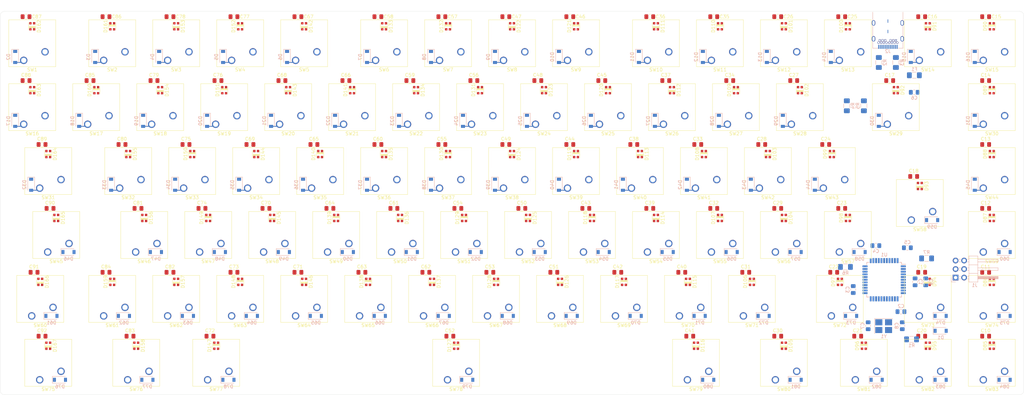
<source format=kicad_pcb>
(kicad_pcb (version 20171130) (host pcbnew 5.1.5+dfsg1-2build2)

  (general
    (thickness 1.6)
    (drawings 8)
    (tracks 88)
    (zones 0)
    (modules 354)
    (nets 216)
  )

  (page A3)
  (layers
    (0 F.Cu signal)
    (31 B.Cu signal)
    (32 B.Adhes user)
    (33 F.Adhes user)
    (34 B.Paste user)
    (35 F.Paste user)
    (36 B.SilkS user)
    (37 F.SilkS user)
    (38 B.Mask user)
    (39 F.Mask user)
    (40 Dwgs.User user)
    (41 Cmts.User user)
    (42 Eco1.User user)
    (43 Eco2.User user)
    (44 Edge.Cuts user)
    (45 Margin user)
    (46 B.CrtYd user)
    (47 F.CrtYd user)
    (48 B.Fab user)
    (49 F.Fab user)
  )

  (setup
    (last_trace_width 0.25)
    (trace_clearance 0.2)
    (zone_clearance 0.508)
    (zone_45_only no)
    (trace_min 0.2)
    (via_size 0.8)
    (via_drill 0.4)
    (via_min_size 0.6)
    (via_min_drill 0.3)
    (uvia_size 0.3)
    (uvia_drill 0.1)
    (uvias_allowed no)
    (uvia_min_size 0.2)
    (uvia_min_drill 0.1)
    (edge_width 0.05)
    (segment_width 0.2)
    (pcb_text_width 0.3)
    (pcb_text_size 1.5 1.5)
    (mod_edge_width 0.12)
    (mod_text_size 1 1)
    (mod_text_width 0.15)
    (pad_size 1.524 1.524)
    (pad_drill 0.762)
    (pad_to_mask_clearance 0.051)
    (solder_mask_min_width 0.25)
    (aux_axis_origin 0 0)
    (visible_elements FFFFF77F)
    (pcbplotparams
      (layerselection 0x010fc_ffffffff)
      (usegerberextensions false)
      (usegerberattributes false)
      (usegerberadvancedattributes false)
      (creategerberjobfile false)
      (excludeedgelayer true)
      (linewidth 0.100000)
      (plotframeref false)
      (viasonmask false)
      (mode 1)
      (useauxorigin false)
      (hpglpennumber 1)
      (hpglpenspeed 20)
      (hpglpendiameter 15.000000)
      (psnegative false)
      (psa4output false)
      (plotreference true)
      (plotvalue true)
      (plotinvisibletext false)
      (padsonsilk false)
      (subtractmaskfromsilk false)
      (outputformat 1)
      (mirror false)
      (drillshape 1)
      (scaleselection 1)
      (outputdirectory ""))
  )

  (net 0 "")
  (net 1 GND)
  (net 2 +5V)
  (net 3 "Net-(C7-Pad1)")
  (net 4 "Net-(C8-Pad2)")
  (net 5 "Net-(C9-Pad1)")
  (net 6 RST)
  (net 7 ROW0)
  (net 8 "Net-(D2-Pad2)")
  (net 9 "Net-(D3-Pad2)")
  (net 10 "Net-(D4-Pad2)")
  (net 11 "Net-(D5-Pad2)")
  (net 12 "Net-(D6-Pad2)")
  (net 13 "Net-(D7-Pad2)")
  (net 14 "Net-(D8-Pad2)")
  (net 15 "Net-(D9-Pad2)")
  (net 16 "Net-(D10-Pad2)")
  (net 17 "Net-(D11-Pad2)")
  (net 18 "Net-(D12-Pad2)")
  (net 19 "Net-(D13-Pad2)")
  (net 20 "Net-(D14-Pad2)")
  (net 21 "Net-(D15-Pad2)")
  (net 22 "Net-(D16-Pad2)")
  (net 23 ROW1)
  (net 24 "Net-(D17-Pad2)")
  (net 25 "Net-(D18-Pad2)")
  (net 26 "Net-(D19-Pad2)")
  (net 27 "Net-(D20-Pad2)")
  (net 28 "Net-(D21-Pad2)")
  (net 29 "Net-(D22-Pad2)")
  (net 30 "Net-(D23-Pad2)")
  (net 31 "Net-(D24-Pad2)")
  (net 32 "Net-(D25-Pad2)")
  (net 33 "Net-(D26-Pad2)")
  (net 34 "Net-(D27-Pad2)")
  (net 35 "Net-(D28-Pad2)")
  (net 36 "Net-(D29-Pad2)")
  (net 37 "Net-(D30-Pad2)")
  (net 38 "Net-(D31-Pad2)")
  (net 39 "Net-(D32-Pad2)")
  (net 40 ROW2)
  (net 41 "Net-(D33-Pad2)")
  (net 42 "Net-(D34-Pad2)")
  (net 43 "Net-(D35-Pad2)")
  (net 44 "Net-(D36-Pad2)")
  (net 45 "Net-(D37-Pad2)")
  (net 46 "Net-(D38-Pad2)")
  (net 47 "Net-(D39-Pad2)")
  (net 48 "Net-(D40-Pad2)")
  (net 49 "Net-(D41-Pad2)")
  (net 50 "Net-(D42-Pad2)")
  (net 51 "Net-(D43-Pad2)")
  (net 52 "Net-(D44-Pad2)")
  (net 53 "Net-(D45-Pad2)")
  (net 54 "Net-(D46-Pad2)")
  (net 55 ROW3)
  (net 56 "Net-(D47-Pad2)")
  (net 57 "Net-(D48-Pad2)")
  (net 58 "Net-(D49-Pad2)")
  (net 59 "Net-(D50-Pad2)")
  (net 60 "Net-(D51-Pad2)")
  (net 61 "Net-(D52-Pad2)")
  (net 62 "Net-(D53-Pad2)")
  (net 63 "Net-(D54-Pad2)")
  (net 64 "Net-(D55-Pad2)")
  (net 65 "Net-(D56-Pad2)")
  (net 66 "Net-(D57-Pad2)")
  (net 67 "Net-(D58-Pad2)")
  (net 68 "Net-(D59-Pad2)")
  (net 69 "Net-(D60-Pad2)")
  (net 70 ROW4)
  (net 71 "Net-(D61-Pad2)")
  (net 72 "Net-(D62-Pad2)")
  (net 73 "Net-(D63-Pad2)")
  (net 74 "Net-(D64-Pad2)")
  (net 75 "Net-(D65-Pad2)")
  (net 76 "Net-(D66-Pad2)")
  (net 77 "Net-(D67-Pad2)")
  (net 78 "Net-(D68-Pad2)")
  (net 79 "Net-(D69-Pad2)")
  (net 80 "Net-(D70-Pad2)")
  (net 81 "Net-(D71-Pad2)")
  (net 82 "Net-(D72-Pad2)")
  (net 83 "Net-(D73-Pad2)")
  (net 84 "Net-(D74-Pad2)")
  (net 85 "Net-(D75-Pad2)")
  (net 86 ROW5)
  (net 87 "Net-(D76-Pad2)")
  (net 88 "Net-(D77-Pad2)")
  (net 89 "Net-(D78-Pad2)")
  (net 90 "Net-(D79-Pad2)")
  (net 91 "Net-(D80-Pad2)")
  (net 92 "Net-(D81-Pad2)")
  (net 93 "Net-(D82-Pad2)")
  (net 94 "Net-(D83-Pad2)")
  (net 95 "Net-(D84-Pad2)")
  (net 96 "Net-(D85-Pad2)")
  (net 97 DIN)
  (net 98 "Net-(D86-Pad2)")
  (net 99 "Net-(D87-Pad2)")
  (net 100 "Net-(D88-Pad2)")
  (net 101 "Net-(D89-Pad2)")
  (net 102 "Net-(D90-Pad2)")
  (net 103 "Net-(D91-Pad2)")
  (net 104 "Net-(D92-Pad2)")
  (net 105 "Net-(D93-Pad2)")
  (net 106 "Net-(D94-Pad2)")
  (net 107 "Net-(D95-Pad2)")
  (net 108 "Net-(D96-Pad2)")
  (net 109 "Net-(D97-Pad2)")
  (net 110 "Net-(D98-Pad2)")
  (net 111 "Net-(D100-Pad4)")
  (net 112 "Net-(D100-Pad2)")
  (net 113 "Net-(D101-Pad2)")
  (net 114 "Net-(D102-Pad2)")
  (net 115 "Net-(D103-Pad2)")
  (net 116 "Net-(D104-Pad2)")
  (net 117 "Net-(D105-Pad2)")
  (net 118 "Net-(D106-Pad2)")
  (net 119 "Net-(D107-Pad2)")
  (net 120 "Net-(D108-Pad2)")
  (net 121 "Net-(D109-Pad2)")
  (net 122 "Net-(D110-Pad2)")
  (net 123 "Net-(D111-Pad2)")
  (net 124 "Net-(D112-Pad2)")
  (net 125 "Net-(D113-Pad2)")
  (net 126 "Net-(D114-Pad2)")
  (net 127 "Net-(D115-Pad2)")
  (net 128 "Net-(D116-Pad2)")
  (net 129 "Net-(D117-Pad2)")
  (net 130 "Net-(D118-Pad2)")
  (net 131 "Net-(D119-Pad2)")
  (net 132 "Net-(D120-Pad2)")
  (net 133 "Net-(D121-Pad2)")
  (net 134 "Net-(D122-Pad2)")
  (net 135 "Net-(D123-Pad2)")
  (net 136 "Net-(D124-Pad2)")
  (net 137 "Net-(D125-Pad2)")
  (net 138 "Net-(D126-Pad2)")
  (net 139 "Net-(D127-Pad2)")
  (net 140 "Net-(D128-Pad2)")
  (net 141 "Net-(D129-Pad2)")
  (net 142 "Net-(D130-Pad2)")
  (net 143 "Net-(D131-Pad2)")
  (net 144 "Net-(D132-Pad2)")
  (net 145 "Net-(D133-Pad2)")
  (net 146 "Net-(D134-Pad2)")
  (net 147 "Net-(D135-Pad2)")
  (net 148 "Net-(D136-Pad2)")
  (net 149 "Net-(D137-Pad2)")
  (net 150 "Net-(D138-Pad2)")
  (net 151 "Net-(D139-Pad2)")
  (net 152 "Net-(D140-Pad2)")
  (net 153 "Net-(D141-Pad2)")
  (net 154 "Net-(D142-Pad2)")
  (net 155 "Net-(D143-Pad2)")
  (net 156 "Net-(D144-Pad2)")
  (net 157 "Net-(D145-Pad2)")
  (net 158 "Net-(D146-Pad2)")
  (net 159 "Net-(D147-Pad2)")
  (net 160 "Net-(D148-Pad2)")
  (net 161 "Net-(D149-Pad2)")
  (net 162 "Net-(D150-Pad2)")
  (net 163 "Net-(D151-Pad2)")
  (net 164 "Net-(D152-Pad2)")
  (net 165 "Net-(D153-Pad2)")
  (net 166 "Net-(D154-Pad2)")
  (net 167 "Net-(D155-Pad2)")
  (net 168 "Net-(D156-Pad2)")
  (net 169 "Net-(D157-Pad2)")
  (net 170 "Net-(D158-Pad2)")
  (net 171 "Net-(D159-Pad2)")
  (net 172 "Net-(D160-Pad2)")
  (net 173 "Net-(D161-Pad2)")
  (net 174 "Net-(D162-Pad2)")
  (net 175 "Net-(D163-Pad2)")
  (net 176 "Net-(D164-Pad2)")
  (net 177 "Net-(D165-Pad2)")
  (net 178 "Net-(D166-Pad2)")
  (net 179 "Net-(D167-Pad2)")
  (net 180 "Net-(F1-Pad2)")
  (net 181 COL02)
  (net 182 COL00)
  (net 183 COL01)
  (net 184 "Net-(J2-PadA11)")
  (net 185 "Net-(J2-PadA10)")
  (net 186 "Net-(J2-PadA8)")
  (net 187 D-)
  (net 188 D+)
  (net 189 "Net-(J2-PadA5)")
  (net 190 "Net-(J2-PadA3)")
  (net 191 "Net-(J2-PadA2)")
  (net 192 "Net-(J2-PadB10)")
  (net 193 "Net-(J2-PadB3)")
  (net 194 "Net-(J2-PadB8)")
  (net 195 "Net-(J2-PadB5)")
  (net 196 "Net-(J2-PadB2)")
  (net 197 "Net-(J2-PadB11)")
  (net 198 "Net-(R6-Pad2)")
  (net 199 COL03)
  (net 200 COL04)
  (net 201 COL06)
  (net 202 COL07)
  (net 203 COL08)
  (net 204 COL09)
  (net 205 COL10)
  (net 206 COL11)
  (net 207 COL12)
  (net 208 COL13)
  (net 209 COL14)
  (net 210 COL15)
  (net 211 COL05)
  (net 212 "Net-(U1-Pad1)")
  (net 213 "Net-(U1-Pad8)")
  (net 214 "Net-(U1-Pad42)")
  (net 215 "Net-(R7-Pad2)")

  (net_class Default "Dies ist die voreingestellte Netzklasse."
    (clearance 0.2)
    (trace_width 0.25)
    (via_dia 0.8)
    (via_drill 0.4)
    (uvia_dia 0.3)
    (uvia_drill 0.1)
    (add_net +5V)
    (add_net COL00)
    (add_net COL01)
    (add_net COL02)
    (add_net COL03)
    (add_net COL04)
    (add_net COL05)
    (add_net COL06)
    (add_net COL07)
    (add_net COL08)
    (add_net COL09)
    (add_net COL10)
    (add_net COL11)
    (add_net COL12)
    (add_net COL13)
    (add_net COL14)
    (add_net COL15)
    (add_net D+)
    (add_net D-)
    (add_net DIN)
    (add_net GND)
    (add_net "Net-(C7-Pad1)")
    (add_net "Net-(C8-Pad2)")
    (add_net "Net-(C9-Pad1)")
    (add_net "Net-(D10-Pad2)")
    (add_net "Net-(D100-Pad2)")
    (add_net "Net-(D100-Pad4)")
    (add_net "Net-(D101-Pad2)")
    (add_net "Net-(D102-Pad2)")
    (add_net "Net-(D103-Pad2)")
    (add_net "Net-(D104-Pad2)")
    (add_net "Net-(D105-Pad2)")
    (add_net "Net-(D106-Pad2)")
    (add_net "Net-(D107-Pad2)")
    (add_net "Net-(D108-Pad2)")
    (add_net "Net-(D109-Pad2)")
    (add_net "Net-(D11-Pad2)")
    (add_net "Net-(D110-Pad2)")
    (add_net "Net-(D111-Pad2)")
    (add_net "Net-(D112-Pad2)")
    (add_net "Net-(D113-Pad2)")
    (add_net "Net-(D114-Pad2)")
    (add_net "Net-(D115-Pad2)")
    (add_net "Net-(D116-Pad2)")
    (add_net "Net-(D117-Pad2)")
    (add_net "Net-(D118-Pad2)")
    (add_net "Net-(D119-Pad2)")
    (add_net "Net-(D12-Pad2)")
    (add_net "Net-(D120-Pad2)")
    (add_net "Net-(D121-Pad2)")
    (add_net "Net-(D122-Pad2)")
    (add_net "Net-(D123-Pad2)")
    (add_net "Net-(D124-Pad2)")
    (add_net "Net-(D125-Pad2)")
    (add_net "Net-(D126-Pad2)")
    (add_net "Net-(D127-Pad2)")
    (add_net "Net-(D128-Pad2)")
    (add_net "Net-(D129-Pad2)")
    (add_net "Net-(D13-Pad2)")
    (add_net "Net-(D130-Pad2)")
    (add_net "Net-(D131-Pad2)")
    (add_net "Net-(D132-Pad2)")
    (add_net "Net-(D133-Pad2)")
    (add_net "Net-(D134-Pad2)")
    (add_net "Net-(D135-Pad2)")
    (add_net "Net-(D136-Pad2)")
    (add_net "Net-(D137-Pad2)")
    (add_net "Net-(D138-Pad2)")
    (add_net "Net-(D139-Pad2)")
    (add_net "Net-(D14-Pad2)")
    (add_net "Net-(D140-Pad2)")
    (add_net "Net-(D141-Pad2)")
    (add_net "Net-(D142-Pad2)")
    (add_net "Net-(D143-Pad2)")
    (add_net "Net-(D144-Pad2)")
    (add_net "Net-(D145-Pad2)")
    (add_net "Net-(D146-Pad2)")
    (add_net "Net-(D147-Pad2)")
    (add_net "Net-(D148-Pad2)")
    (add_net "Net-(D149-Pad2)")
    (add_net "Net-(D15-Pad2)")
    (add_net "Net-(D150-Pad2)")
    (add_net "Net-(D151-Pad2)")
    (add_net "Net-(D152-Pad2)")
    (add_net "Net-(D153-Pad2)")
    (add_net "Net-(D154-Pad2)")
    (add_net "Net-(D155-Pad2)")
    (add_net "Net-(D156-Pad2)")
    (add_net "Net-(D157-Pad2)")
    (add_net "Net-(D158-Pad2)")
    (add_net "Net-(D159-Pad2)")
    (add_net "Net-(D16-Pad2)")
    (add_net "Net-(D160-Pad2)")
    (add_net "Net-(D161-Pad2)")
    (add_net "Net-(D162-Pad2)")
    (add_net "Net-(D163-Pad2)")
    (add_net "Net-(D164-Pad2)")
    (add_net "Net-(D165-Pad2)")
    (add_net "Net-(D166-Pad2)")
    (add_net "Net-(D167-Pad2)")
    (add_net "Net-(D17-Pad2)")
    (add_net "Net-(D18-Pad2)")
    (add_net "Net-(D19-Pad2)")
    (add_net "Net-(D2-Pad2)")
    (add_net "Net-(D20-Pad2)")
    (add_net "Net-(D21-Pad2)")
    (add_net "Net-(D22-Pad2)")
    (add_net "Net-(D23-Pad2)")
    (add_net "Net-(D24-Pad2)")
    (add_net "Net-(D25-Pad2)")
    (add_net "Net-(D26-Pad2)")
    (add_net "Net-(D27-Pad2)")
    (add_net "Net-(D28-Pad2)")
    (add_net "Net-(D29-Pad2)")
    (add_net "Net-(D3-Pad2)")
    (add_net "Net-(D30-Pad2)")
    (add_net "Net-(D31-Pad2)")
    (add_net "Net-(D32-Pad2)")
    (add_net "Net-(D33-Pad2)")
    (add_net "Net-(D34-Pad2)")
    (add_net "Net-(D35-Pad2)")
    (add_net "Net-(D36-Pad2)")
    (add_net "Net-(D37-Pad2)")
    (add_net "Net-(D38-Pad2)")
    (add_net "Net-(D39-Pad2)")
    (add_net "Net-(D4-Pad2)")
    (add_net "Net-(D40-Pad2)")
    (add_net "Net-(D41-Pad2)")
    (add_net "Net-(D42-Pad2)")
    (add_net "Net-(D43-Pad2)")
    (add_net "Net-(D44-Pad2)")
    (add_net "Net-(D45-Pad2)")
    (add_net "Net-(D46-Pad2)")
    (add_net "Net-(D47-Pad2)")
    (add_net "Net-(D48-Pad2)")
    (add_net "Net-(D49-Pad2)")
    (add_net "Net-(D5-Pad2)")
    (add_net "Net-(D50-Pad2)")
    (add_net "Net-(D51-Pad2)")
    (add_net "Net-(D52-Pad2)")
    (add_net "Net-(D53-Pad2)")
    (add_net "Net-(D54-Pad2)")
    (add_net "Net-(D55-Pad2)")
    (add_net "Net-(D56-Pad2)")
    (add_net "Net-(D57-Pad2)")
    (add_net "Net-(D58-Pad2)")
    (add_net "Net-(D59-Pad2)")
    (add_net "Net-(D6-Pad2)")
    (add_net "Net-(D60-Pad2)")
    (add_net "Net-(D61-Pad2)")
    (add_net "Net-(D62-Pad2)")
    (add_net "Net-(D63-Pad2)")
    (add_net "Net-(D64-Pad2)")
    (add_net "Net-(D65-Pad2)")
    (add_net "Net-(D66-Pad2)")
    (add_net "Net-(D67-Pad2)")
    (add_net "Net-(D68-Pad2)")
    (add_net "Net-(D69-Pad2)")
    (add_net "Net-(D7-Pad2)")
    (add_net "Net-(D70-Pad2)")
    (add_net "Net-(D71-Pad2)")
    (add_net "Net-(D72-Pad2)")
    (add_net "Net-(D73-Pad2)")
    (add_net "Net-(D74-Pad2)")
    (add_net "Net-(D75-Pad2)")
    (add_net "Net-(D76-Pad2)")
    (add_net "Net-(D77-Pad2)")
    (add_net "Net-(D78-Pad2)")
    (add_net "Net-(D79-Pad2)")
    (add_net "Net-(D8-Pad2)")
    (add_net "Net-(D80-Pad2)")
    (add_net "Net-(D81-Pad2)")
    (add_net "Net-(D82-Pad2)")
    (add_net "Net-(D83-Pad2)")
    (add_net "Net-(D84-Pad2)")
    (add_net "Net-(D85-Pad2)")
    (add_net "Net-(D86-Pad2)")
    (add_net "Net-(D87-Pad2)")
    (add_net "Net-(D88-Pad2)")
    (add_net "Net-(D89-Pad2)")
    (add_net "Net-(D9-Pad2)")
    (add_net "Net-(D90-Pad2)")
    (add_net "Net-(D91-Pad2)")
    (add_net "Net-(D92-Pad2)")
    (add_net "Net-(D93-Pad2)")
    (add_net "Net-(D94-Pad2)")
    (add_net "Net-(D95-Pad2)")
    (add_net "Net-(D96-Pad2)")
    (add_net "Net-(D97-Pad2)")
    (add_net "Net-(D98-Pad2)")
    (add_net "Net-(F1-Pad2)")
    (add_net "Net-(J2-PadA10)")
    (add_net "Net-(J2-PadA11)")
    (add_net "Net-(J2-PadA2)")
    (add_net "Net-(J2-PadA3)")
    (add_net "Net-(J2-PadA5)")
    (add_net "Net-(J2-PadA8)")
    (add_net "Net-(J2-PadB10)")
    (add_net "Net-(J2-PadB11)")
    (add_net "Net-(J2-PadB2)")
    (add_net "Net-(J2-PadB3)")
    (add_net "Net-(J2-PadB5)")
    (add_net "Net-(J2-PadB8)")
    (add_net "Net-(R6-Pad2)")
    (add_net "Net-(R7-Pad2)")
    (add_net "Net-(U1-Pad1)")
    (add_net "Net-(U1-Pad42)")
    (add_net "Net-(U1-Pad8)")
    (add_net ROW0)
    (add_net ROW1)
    (add_net ROW2)
    (add_net ROW3)
    (add_net ROW4)
    (add_net ROW5)
    (add_net RST)
  )

  (module kezboard-pcb:USB_C_Receptacle_Stewart_SS-52400-003 (layer B.Cu) (tedit 5F26DA6C) (tstamp 5F15FEC3)
    (at 302.41875 38.1)
    (descr https://belfuse.com/resources/drawings/stewartconnector/dr-stw-ss-52400-003.pdf)
    (path /5EFFEB48)
    (fp_text reference J2 (at 0 11.9) (layer B.SilkS)
      (effects (font (size 1 1) (thickness 0.15)) (justify mirror))
    )
    (fp_text value USB_C_Receptacle (at 0 -2.54) (layer B.Fab)
      (effects (font (size 1 1) (thickness 0.15)) (justify mirror))
    )
    (fp_line (start -4.49 2.55) (end -4.49 0.21) (layer B.SilkS) (width 0.12))
    (fp_line (start 4.49 0.21) (end 4.49 2.55) (layer B.SilkS) (width 0.12))
    (fp_line (start 4.49 9) (end 4.49 11) (layer B.SilkS) (width 0.12))
    (fp_text user %R (at 0 4.52) (layer B.Fab)
      (effects (font (size 1 1) (thickness 0.15)) (justify mirror))
    )
    (fp_line (start -5.08 11.43) (end 5.08 11.43) (layer B.CrtYd) (width 0.05))
    (fp_line (start -5.08 -1.27) (end 5.08 -1.27) (layer B.CrtYd) (width 0.05))
    (fp_line (start -2 0) (end 2 0) (layer Dwgs.User) (width 0.1))
    (fp_line (start 4.37 -0.95) (end 4.37 10.88) (layer B.Fab) (width 0.1))
    (fp_line (start 4.37 10.88) (end -4.37 10.88) (layer B.Fab) (width 0.1))
    (fp_line (start -4.37 10.88) (end -4.37 -0.95) (layer B.Fab) (width 0.1))
    (fp_text user "PCB Edge" (at 0 0.5) (layer Dwgs.User)
      (effects (font (size 0.5 0.5) (thickness 0.1)))
    )
    (fp_line (start -4.37 -0.95) (end 4.37 -0.95) (layer B.Fab) (width 0.1))
    (fp_line (start 5.08 -1.27) (end 5.08 11.43) (layer B.CrtYd) (width 0.05))
    (fp_line (start -5.08 11.43) (end -5.08 -1.27) (layer B.CrtYd) (width 0.05))
    (fp_line (start -3 11) (end -4.49 11) (layer B.SilkS) (width 0.12))
    (fp_line (start -4.49 11) (end -4.49 9) (layer B.SilkS) (width 0.12))
    (fp_line (start 4.49 11) (end 3 11) (layer B.SilkS) (width 0.12))
    (fp_line (start -4.49 7.35) (end -4.49 4.35) (layer B.SilkS) (width 0.12))
    (fp_line (start 4.49 4.35) (end 4.49 7.35) (layer B.SilkS) (width 0.12))
    (pad B11 thru_hole circle (at -2.4 8.62) (size 0.65 0.65) (drill 0.4) (layers *.Cu *.Mask)
      (net 197 "Net-(J2-PadB11)"))
    (pad B2 thru_hole circle (at 2.4 8.62) (size 0.65 0.65) (drill 0.4) (layers *.Cu *.Mask)
      (net 196 "Net-(J2-PadB2)"))
    (pad B12 thru_hole circle (at -2.8 9.33) (size 0.65 0.65) (drill 0.4) (layers *.Cu *.Mask)
      (net 1 GND))
    (pad B5 thru_hole circle (at 0.8 8.62) (size 0.65 0.65) (drill 0.4) (layers *.Cu *.Mask)
      (net 195 "Net-(J2-PadB5)"))
    (pad B8 thru_hole circle (at -0.8 8.62) (size 0.65 0.65) (drill 0.4) (layers *.Cu *.Mask)
      (net 194 "Net-(J2-PadB8)"))
    (pad B3 thru_hole circle (at 1.6 8.62) (size 0.65 0.65) (drill 0.4) (layers *.Cu *.Mask)
      (net 193 "Net-(J2-PadB3)"))
    (pad B10 thru_hole circle (at -1.6 8.62) (size 0.65 0.65) (drill 0.4) (layers *.Cu *.Mask)
      (net 192 "Net-(J2-PadB10)"))
    (pad B1 thru_hole circle (at 2.8 9.33) (size 0.65 0.65) (drill 0.4) (layers *.Cu *.Mask)
      (net 1 GND))
    (pad S1 thru_hole circle (at -2 9.33) (size 0.65 0.65) (drill 0.4) (layers *.Cu *.Mask)
      (net 1 GND))
    (pad S1 thru_hole circle (at 2 9.33) (size 0.65 0.65) (drill 0.4) (layers *.Cu *.Mask)
      (net 1 GND))
    (pad B9 thru_hole circle (at -1.2 9.33) (size 0.65 0.65) (drill 0.4) (layers *.Cu *.Mask)
      (net 180 "Net-(F1-Pad2)"))
    (pad B4 thru_hole circle (at 1.2 9.33) (size 0.65 0.65) (drill 0.4) (layers *.Cu *.Mask)
      (net 180 "Net-(F1-Pad2)"))
    (pad B7 thru_hole circle (at -0.4 9.33) (size 0.65 0.65) (drill 0.4) (layers *.Cu *.Mask)
      (net 187 D-))
    (pad B6 thru_hole circle (at 0.4 9.33) (size 0.65 0.65) (drill 0.4) (layers *.Cu *.Mask)
      (net 188 D+))
    (pad S1 smd rect (at 0 6) (size 0.2 1) (layers B.Cu B.Paste B.Mask)
      (net 1 GND))
    (pad S1 smd rect (at 0 2.9) (size 0.2 1) (layers B.Cu B.Paste B.Mask)
      (net 1 GND))
    (pad S1 thru_hole oval (at 4.27 8.18) (size 1 1.6) (drill oval 0.6 1.2) (layers *.Cu *.Mask)
      (net 1 GND))
    (pad S1 thru_hole oval (at -4.27 8.18) (size 1 1.6) (drill oval 0.6 1.2) (layers *.Cu *.Mask)
      (net 1 GND))
    (pad S1 thru_hole oval (at -4.27 3.45) (size 1 1.6) (drill oval 0.6 1.2) (layers *.Cu *.Mask)
      (net 1 GND))
    (pad S1 thru_hole oval (at 4.27 3.45) (size 1 1.6) (drill oval 0.6 1.2) (layers *.Cu *.Mask)
      (net 1 GND))
    (pad A1 smd rect (at -2.75 10.58) (size 0.3 1.2) (layers B.Cu B.Paste B.Mask)
      (net 1 GND))
    (pad A2 smd rect (at -2.25 10.58) (size 0.3 1.2) (layers B.Cu B.Paste B.Mask)
      (net 191 "Net-(J2-PadA2)"))
    (pad A3 smd rect (at -1.75 10.58) (size 0.3 1.2) (layers B.Cu B.Paste B.Mask)
      (net 190 "Net-(J2-PadA3)"))
    (pad A4 smd rect (at -1.25 10.58) (size 0.3 1.2) (layers B.Cu B.Paste B.Mask)
      (net 180 "Net-(F1-Pad2)"))
    (pad A5 smd rect (at -0.75 10.58) (size 0.3 1.2) (layers B.Cu B.Paste B.Mask)
      (net 189 "Net-(J2-PadA5)"))
    (pad A6 smd rect (at -0.25 10.58) (size 0.3 1.2) (layers B.Cu B.Paste B.Mask)
      (net 188 D+))
    (pad A7 smd rect (at 0.25 10.58) (size 0.3 1.2) (layers B.Cu B.Paste B.Mask)
      (net 187 D-))
    (pad A8 smd rect (at 0.75 10.58) (size 0.3 1.2) (layers B.Cu B.Paste B.Mask)
      (net 186 "Net-(J2-PadA8)"))
    (pad A9 smd rect (at 1.25 10.58) (size 0.3 1.2) (layers B.Cu B.Paste B.Mask)
      (net 180 "Net-(F1-Pad2)"))
    (pad A10 smd rect (at 1.75 10.58) (size 0.3 1.2) (layers B.Cu B.Paste B.Mask)
      (net 185 "Net-(J2-PadA10)"))
    (pad A11 smd rect (at 2.25 10.58) (size 0.3 1.2) (layers B.Cu B.Paste B.Mask)
      (net 184 "Net-(J2-PadA11)"))
    (pad A12 smd rect (at 2.75 10.58) (size 0.3 1.2) (layers B.Cu B.Paste B.Mask)
      (net 1 GND))
  )

  (module Resistor_SMD:R_1206_3216Metric_Pad1.42x1.75mm_HandSolder (layer B.Cu) (tedit 5B301BBD) (tstamp 5F26397F)
    (at 313.944 111.76 180)
    (descr "Resistor SMD 1206 (3216 Metric), square (rectangular) end terminal, IPC_7351 nominal with elongated pad for handsoldering. (Body size source: http://www.tortai-tech.com/upload/download/2011102023233369053.pdf), generated with kicad-footprint-generator")
    (tags "resistor handsolder")
    (path /5F259898)
    (attr smd)
    (fp_text reference R7 (at 0 1.82) (layer B.SilkS)
      (effects (font (size 1 1) (thickness 0.15)) (justify mirror))
    )
    (fp_text value 470 (at 0 -1.82) (layer B.Fab)
      (effects (font (size 1 1) (thickness 0.15)) (justify mirror))
    )
    (fp_text user %R (at 0 0) (layer B.Fab)
      (effects (font (size 0.8 0.8) (thickness 0.12)) (justify mirror))
    )
    (fp_line (start 2.45 -1.12) (end -2.45 -1.12) (layer B.CrtYd) (width 0.05))
    (fp_line (start 2.45 1.12) (end 2.45 -1.12) (layer B.CrtYd) (width 0.05))
    (fp_line (start -2.45 1.12) (end 2.45 1.12) (layer B.CrtYd) (width 0.05))
    (fp_line (start -2.45 -1.12) (end -2.45 1.12) (layer B.CrtYd) (width 0.05))
    (fp_line (start -0.602064 -0.91) (end 0.602064 -0.91) (layer B.SilkS) (width 0.12))
    (fp_line (start -0.602064 0.91) (end 0.602064 0.91) (layer B.SilkS) (width 0.12))
    (fp_line (start 1.6 -0.8) (end -1.6 -0.8) (layer B.Fab) (width 0.1))
    (fp_line (start 1.6 0.8) (end 1.6 -0.8) (layer B.Fab) (width 0.1))
    (fp_line (start -1.6 0.8) (end 1.6 0.8) (layer B.Fab) (width 0.1))
    (fp_line (start -1.6 -0.8) (end -1.6 0.8) (layer B.Fab) (width 0.1))
    (pad 2 smd roundrect (at 1.4875 0 180) (size 1.425 1.75) (layers B.Cu B.Paste B.Mask) (roundrect_rratio 0.175439)
      (net 215 "Net-(R7-Pad2)"))
    (pad 1 smd roundrect (at -1.4875 0 180) (size 1.425 1.75) (layers B.Cu B.Paste B.Mask) (roundrect_rratio 0.175439)
      (net 97 DIN))
    (model ${KISYS3DMOD}/Resistor_SMD.3dshapes/R_1206_3216Metric.wrl
      (at (xyz 0 0 0))
      (scale (xyz 1 1 1))
      (rotate (xyz 0 0 0))
    )
  )

  (module kezboard-pcb:LED_WS2812_2020 (layer F.Cu) (tedit 5F1C4B34) (tstamp 5F1B709E)
    (at 333.375 137.795 90)
    (descr https://www.peace-corp.co.jp/data/WS2812-2020_V1.0_EN.pdf)
    (path /5F949B9C/5F9E7A8D)
    (fp_text reference D85 (at 0 -2 90) (layer F.SilkS)
      (effects (font (size 1 1) (thickness 0.15)))
    )
    (fp_text value WS2812B (at 0 2 90) (layer F.Fab)
      (effects (font (size 1 1) (thickness 0.15)))
    )
    (fp_line (start -1.1 -1) (end 1.1 -1) (layer F.Fab) (width 0.1))
    (fp_line (start 1.1 -1) (end 1.1 1) (layer F.Fab) (width 0.1))
    (fp_line (start 1.1 1) (end -1.1 1) (layer F.Fab) (width 0.1))
    (fp_line (start -1.1 1) (end -1.1 -1) (layer F.Fab) (width 0.1))
    (fp_text user %R (at 0 0 90) (layer F.Fab)
      (effects (font (size 0.5 0.5) (thickness 0.1)))
    )
    (fp_line (start -1.1 -1.11) (end 1.1 -1.11) (layer F.SilkS) (width 0.12))
    (fp_line (start 1.1 1.11) (end -1.1 1.11) (layer F.SilkS) (width 0.12))
    (fp_poly (pts (xy 0.45 0.9) (xy 0.05 0.9) (xy 0.05 -0.9) (xy 0.45 -0.9)) (layer F.SilkS) (width 0.1))
    (pad 2 smd rect (at 0.9015 0.55 90) (size 0.7 0.7) (layers F.Cu F.Paste F.Mask)
      (net 96 "Net-(D85-Pad2)"))
    (pad 3 smd rect (at 0.9015 -0.55 90) (size 0.7 0.7) (layers F.Cu F.Paste F.Mask)
      (net 1 GND))
    (pad 4 smd rect (at -0.9015 -0.55 90) (size 0.7 0.7) (layers F.Cu F.Paste F.Mask)
      (net 97 DIN))
    (pad 1 smd rect (at -0.9015 0.55 90) (size 0.7 0.7) (layers F.Cu F.Paste F.Mask)
      (net 2 +5V))
  )

  (module kezboard-pcb:LED_WS2812_2020 (layer F.Cu) (tedit 5F1C4B34) (tstamp 5F15F975)
    (at 333.375 118.745 90)
    (descr https://www.peace-corp.co.jp/data/WS2812-2020_V1.0_EN.pdf)
    (path /5F949B9C/5FD3F1F5)
    (fp_text reference D86 (at 0 -2 90) (layer F.SilkS)
      (effects (font (size 1 1) (thickness 0.15)))
    )
    (fp_text value WS2812B (at 0 2 90) (layer F.Fab)
      (effects (font (size 1 1) (thickness 0.15)))
    )
    (fp_poly (pts (xy 0.45 0.9) (xy 0.05 0.9) (xy 0.05 -0.9) (xy 0.45 -0.9)) (layer F.SilkS) (width 0.1))
    (fp_line (start 1.1 1.11) (end -1.1 1.11) (layer F.SilkS) (width 0.12))
    (fp_line (start -1.1 -1.11) (end 1.1 -1.11) (layer F.SilkS) (width 0.12))
    (fp_text user %R (at 0 0 90) (layer F.Fab)
      (effects (font (size 0.5 0.5) (thickness 0.1)))
    )
    (fp_line (start -1.1 1) (end -1.1 -1) (layer F.Fab) (width 0.1))
    (fp_line (start 1.1 1) (end -1.1 1) (layer F.Fab) (width 0.1))
    (fp_line (start 1.1 -1) (end 1.1 1) (layer F.Fab) (width 0.1))
    (fp_line (start -1.1 -1) (end 1.1 -1) (layer F.Fab) (width 0.1))
    (pad 1 smd rect (at -0.9015 0.55 90) (size 0.7 0.7) (layers F.Cu F.Paste F.Mask)
      (net 2 +5V))
    (pad 4 smd rect (at -0.9015 -0.55 90) (size 0.7 0.7) (layers F.Cu F.Paste F.Mask)
      (net 96 "Net-(D85-Pad2)"))
    (pad 3 smd rect (at 0.9015 -0.55 90) (size 0.7 0.7) (layers F.Cu F.Paste F.Mask)
      (net 1 GND))
    (pad 2 smd rect (at 0.9015 0.55 90) (size 0.7 0.7) (layers F.Cu F.Paste F.Mask)
      (net 98 "Net-(D86-Pad2)"))
  )

  (module kezboard-pcb:LED_WS2812_2020 (layer F.Cu) (tedit 5F1C4B34) (tstamp 5F1B738A)
    (at 333.375 99.695 90)
    (descr https://www.peace-corp.co.jp/data/WS2812-2020_V1.0_EN.pdf)
    (path /5F949B9C/5FD40FA8)
    (fp_text reference D87 (at 0 -2 90) (layer F.SilkS)
      (effects (font (size 1 1) (thickness 0.15)))
    )
    (fp_text value WS2812B (at 0 2 90) (layer F.Fab)
      (effects (font (size 1 1) (thickness 0.15)))
    )
    (fp_poly (pts (xy 0.45 0.9) (xy 0.05 0.9) (xy 0.05 -0.9) (xy 0.45 -0.9)) (layer F.SilkS) (width 0.1))
    (fp_line (start 1.1 1.11) (end -1.1 1.11) (layer F.SilkS) (width 0.12))
    (fp_line (start -1.1 -1.11) (end 1.1 -1.11) (layer F.SilkS) (width 0.12))
    (fp_text user %R (at 0 0 90) (layer F.Fab)
      (effects (font (size 0.5 0.5) (thickness 0.1)))
    )
    (fp_line (start -1.1 1) (end -1.1 -1) (layer F.Fab) (width 0.1))
    (fp_line (start 1.1 1) (end -1.1 1) (layer F.Fab) (width 0.1))
    (fp_line (start 1.1 -1) (end 1.1 1) (layer F.Fab) (width 0.1))
    (fp_line (start -1.1 -1) (end 1.1 -1) (layer F.Fab) (width 0.1))
    (pad 1 smd rect (at -0.9015 0.55 90) (size 0.7 0.7) (layers F.Cu F.Paste F.Mask)
      (net 2 +5V))
    (pad 4 smd rect (at -0.9015 -0.55 90) (size 0.7 0.7) (layers F.Cu F.Paste F.Mask)
      (net 98 "Net-(D86-Pad2)"))
    (pad 3 smd rect (at 0.9015 -0.55 90) (size 0.7 0.7) (layers F.Cu F.Paste F.Mask)
      (net 1 GND))
    (pad 2 smd rect (at 0.9015 0.55 90) (size 0.7 0.7) (layers F.Cu F.Paste F.Mask)
      (net 99 "Net-(D87-Pad2)"))
  )

  (module kezboard-pcb:LED_WS2812_2020 (layer F.Cu) (tedit 5F1C4B34) (tstamp 5F25A25B)
    (at 333.375 80.645 90)
    (descr https://www.peace-corp.co.jp/data/WS2812-2020_V1.0_EN.pdf)
    (path /5F949B9C/5FD423CF)
    (fp_text reference D88 (at 0 -2 90) (layer F.SilkS)
      (effects (font (size 1 1) (thickness 0.15)))
    )
    (fp_text value WS2812B (at 0 2 90) (layer F.Fab)
      (effects (font (size 1 1) (thickness 0.15)))
    )
    (fp_poly (pts (xy 0.45 0.9) (xy 0.05 0.9) (xy 0.05 -0.9) (xy 0.45 -0.9)) (layer F.SilkS) (width 0.1))
    (fp_line (start 1.1 1.11) (end -1.1 1.11) (layer F.SilkS) (width 0.12))
    (fp_line (start -1.1 -1.11) (end 1.1 -1.11) (layer F.SilkS) (width 0.12))
    (fp_text user %R (at 0 0 90) (layer F.Fab)
      (effects (font (size 0.5 0.5) (thickness 0.1)))
    )
    (fp_line (start -1.1 1) (end -1.1 -1) (layer F.Fab) (width 0.1))
    (fp_line (start 1.1 1) (end -1.1 1) (layer F.Fab) (width 0.1))
    (fp_line (start 1.1 -1) (end 1.1 1) (layer F.Fab) (width 0.1))
    (fp_line (start -1.1 -1) (end 1.1 -1) (layer F.Fab) (width 0.1))
    (pad 1 smd rect (at -0.9015 0.55 90) (size 0.7 0.7) (layers F.Cu F.Paste F.Mask)
      (net 2 +5V))
    (pad 4 smd rect (at -0.9015 -0.55 90) (size 0.7 0.7) (layers F.Cu F.Paste F.Mask)
      (net 99 "Net-(D87-Pad2)"))
    (pad 3 smd rect (at 0.9015 -0.55 90) (size 0.7 0.7) (layers F.Cu F.Paste F.Mask)
      (net 1 GND))
    (pad 2 smd rect (at 0.9015 0.55 90) (size 0.7 0.7) (layers F.Cu F.Paste F.Mask)
      (net 100 "Net-(D88-Pad2)"))
  )

  (module kezboard-pcb:LED_WS2812_2020 (layer F.Cu) (tedit 5F1C4B34) (tstamp 5F15F9A2)
    (at 333.375 61.595 90)
    (descr https://www.peace-corp.co.jp/data/WS2812-2020_V1.0_EN.pdf)
    (path /5F949B9C/5FD43994)
    (fp_text reference D89 (at 0 -2 90) (layer F.SilkS)
      (effects (font (size 1 1) (thickness 0.15)))
    )
    (fp_text value WS2812B (at 0 2 90) (layer F.Fab)
      (effects (font (size 1 1) (thickness 0.15)))
    )
    (fp_line (start -1.1 -1) (end 1.1 -1) (layer F.Fab) (width 0.1))
    (fp_line (start 1.1 -1) (end 1.1 1) (layer F.Fab) (width 0.1))
    (fp_line (start 1.1 1) (end -1.1 1) (layer F.Fab) (width 0.1))
    (fp_line (start -1.1 1) (end -1.1 -1) (layer F.Fab) (width 0.1))
    (fp_text user %R (at 0 0 90) (layer F.Fab)
      (effects (font (size 0.5 0.5) (thickness 0.1)))
    )
    (fp_line (start -1.1 -1.11) (end 1.1 -1.11) (layer F.SilkS) (width 0.12))
    (fp_line (start 1.1 1.11) (end -1.1 1.11) (layer F.SilkS) (width 0.12))
    (fp_poly (pts (xy 0.45 0.9) (xy 0.05 0.9) (xy 0.05 -0.9) (xy 0.45 -0.9)) (layer F.SilkS) (width 0.1))
    (pad 2 smd rect (at 0.9015 0.55 90) (size 0.7 0.7) (layers F.Cu F.Paste F.Mask)
      (net 101 "Net-(D89-Pad2)"))
    (pad 3 smd rect (at 0.9015 -0.55 90) (size 0.7 0.7) (layers F.Cu F.Paste F.Mask)
      (net 1 GND))
    (pad 4 smd rect (at -0.9015 -0.55 90) (size 0.7 0.7) (layers F.Cu F.Paste F.Mask)
      (net 100 "Net-(D88-Pad2)"))
    (pad 1 smd rect (at -0.9015 0.55 90) (size 0.7 0.7) (layers F.Cu F.Paste F.Mask)
      (net 2 +5V))
  )

  (module kezboard-pcb:LED_WS2812_2020 (layer F.Cu) (tedit 5F1C4B34) (tstamp 5F15F9B1)
    (at 333.375 42.545 90)
    (descr https://www.peace-corp.co.jp/data/WS2812-2020_V1.0_EN.pdf)
    (path /5F949B9C/5F62CAD6)
    (fp_text reference D90 (at 0 -2 90) (layer F.SilkS)
      (effects (font (size 1 1) (thickness 0.15)))
    )
    (fp_text value WS2812B (at 0 2 90) (layer F.Fab)
      (effects (font (size 1 1) (thickness 0.15)))
    )
    (fp_poly (pts (xy 0.45 0.9) (xy 0.05 0.9) (xy 0.05 -0.9) (xy 0.45 -0.9)) (layer F.SilkS) (width 0.1))
    (fp_line (start 1.1 1.11) (end -1.1 1.11) (layer F.SilkS) (width 0.12))
    (fp_line (start -1.1 -1.11) (end 1.1 -1.11) (layer F.SilkS) (width 0.12))
    (fp_text user %R (at 0 0 90) (layer F.Fab)
      (effects (font (size 0.5 0.5) (thickness 0.1)))
    )
    (fp_line (start -1.1 1) (end -1.1 -1) (layer F.Fab) (width 0.1))
    (fp_line (start 1.1 1) (end -1.1 1) (layer F.Fab) (width 0.1))
    (fp_line (start 1.1 -1) (end 1.1 1) (layer F.Fab) (width 0.1))
    (fp_line (start -1.1 -1) (end 1.1 -1) (layer F.Fab) (width 0.1))
    (pad 1 smd rect (at -0.9015 0.55 90) (size 0.7 0.7) (layers F.Cu F.Paste F.Mask)
      (net 2 +5V))
    (pad 4 smd rect (at -0.9015 -0.55 90) (size 0.7 0.7) (layers F.Cu F.Paste F.Mask)
      (net 101 "Net-(D89-Pad2)"))
    (pad 3 smd rect (at 0.9015 -0.55 90) (size 0.7 0.7) (layers F.Cu F.Paste F.Mask)
      (net 1 GND))
    (pad 2 smd rect (at 0.9015 0.55 90) (size 0.7 0.7) (layers F.Cu F.Paste F.Mask)
      (net 102 "Net-(D90-Pad2)"))
  )

  (module kezboard-pcb:LED_WS2812_2020 (layer F.Cu) (tedit 5F1C4B34) (tstamp 5F15F9C0)
    (at 314.325 42.545 270)
    (descr https://www.peace-corp.co.jp/data/WS2812-2020_V1.0_EN.pdf)
    (path /5F949B9C/5F62CAF9)
    (fp_text reference D91 (at 0 -2 90) (layer F.SilkS)
      (effects (font (size 1 1) (thickness 0.15)))
    )
    (fp_text value WS2812B (at 0 2 90) (layer F.Fab)
      (effects (font (size 1 1) (thickness 0.15)))
    )
    (fp_line (start -1.1 -1) (end 1.1 -1) (layer F.Fab) (width 0.1))
    (fp_line (start 1.1 -1) (end 1.1 1) (layer F.Fab) (width 0.1))
    (fp_line (start 1.1 1) (end -1.1 1) (layer F.Fab) (width 0.1))
    (fp_line (start -1.1 1) (end -1.1 -1) (layer F.Fab) (width 0.1))
    (fp_text user %R (at 0 0 90) (layer F.Fab)
      (effects (font (size 0.5 0.5) (thickness 0.1)))
    )
    (fp_line (start -1.1 -1.11) (end 1.1 -1.11) (layer F.SilkS) (width 0.12))
    (fp_line (start 1.1 1.11) (end -1.1 1.11) (layer F.SilkS) (width 0.12))
    (fp_poly (pts (xy 0.45 0.9) (xy 0.05 0.9) (xy 0.05 -0.9) (xy 0.45 -0.9)) (layer F.SilkS) (width 0.1))
    (pad 2 smd rect (at 0.9015 0.55 270) (size 0.7 0.7) (layers F.Cu F.Paste F.Mask)
      (net 103 "Net-(D91-Pad2)"))
    (pad 3 smd rect (at 0.9015 -0.55 270) (size 0.7 0.7) (layers F.Cu F.Paste F.Mask)
      (net 1 GND))
    (pad 4 smd rect (at -0.9015 -0.55 270) (size 0.7 0.7) (layers F.Cu F.Paste F.Mask)
      (net 102 "Net-(D90-Pad2)"))
    (pad 1 smd rect (at -0.9015 0.55 270) (size 0.7 0.7) (layers F.Cu F.Paste F.Mask)
      (net 2 +5V))
  )

  (module kezboard-pcb:LED_WS2812_2020 (layer F.Cu) (tedit 5F1C4B34) (tstamp 5F15F9CF)
    (at 304.8 61.595 270)
    (descr https://www.peace-corp.co.jp/data/WS2812-2020_V1.0_EN.pdf)
    (path /5F949B9C/5F62CB1C)
    (fp_text reference D92 (at 0 -2 90) (layer F.SilkS)
      (effects (font (size 1 1) (thickness 0.15)))
    )
    (fp_text value WS2812B (at 0 2 90) (layer F.Fab)
      (effects (font (size 1 1) (thickness 0.15)))
    )
    (fp_poly (pts (xy 0.45 0.9) (xy 0.05 0.9) (xy 0.05 -0.9) (xy 0.45 -0.9)) (layer F.SilkS) (width 0.1))
    (fp_line (start 1.1 1.11) (end -1.1 1.11) (layer F.SilkS) (width 0.12))
    (fp_line (start -1.1 -1.11) (end 1.1 -1.11) (layer F.SilkS) (width 0.12))
    (fp_text user %R (at 0 0 90) (layer F.Fab)
      (effects (font (size 0.5 0.5) (thickness 0.1)))
    )
    (fp_line (start -1.1 1) (end -1.1 -1) (layer F.Fab) (width 0.1))
    (fp_line (start 1.1 1) (end -1.1 1) (layer F.Fab) (width 0.1))
    (fp_line (start 1.1 -1) (end 1.1 1) (layer F.Fab) (width 0.1))
    (fp_line (start -1.1 -1) (end 1.1 -1) (layer F.Fab) (width 0.1))
    (pad 1 smd rect (at -0.9015 0.55 270) (size 0.7 0.7) (layers F.Cu F.Paste F.Mask)
      (net 2 +5V))
    (pad 4 smd rect (at -0.9015 -0.55 270) (size 0.7 0.7) (layers F.Cu F.Paste F.Mask)
      (net 103 "Net-(D91-Pad2)"))
    (pad 3 smd rect (at 0.9015 -0.55 270) (size 0.7 0.7) (layers F.Cu F.Paste F.Mask)
      (net 1 GND))
    (pad 2 smd rect (at 0.9015 0.55 270) (size 0.7 0.7) (layers F.Cu F.Paste F.Mask)
      (net 104 "Net-(D92-Pad2)"))
  )

  (module kezboard-pcb:LED_WS2812_2020 (layer F.Cu) (tedit 5F1C4B34) (tstamp 5F15F9DE)
    (at 311.94375 90.17 270)
    (descr https://www.peace-corp.co.jp/data/WS2812-2020_V1.0_EN.pdf)
    (path /5F949B9C/5F62CB3F)
    (fp_text reference D93 (at 0 -2 90) (layer F.SilkS)
      (effects (font (size 1 1) (thickness 0.15)))
    )
    (fp_text value WS2812B (at 0 2 90) (layer F.Fab)
      (effects (font (size 1 1) (thickness 0.15)))
    )
    (fp_line (start -1.1 -1) (end 1.1 -1) (layer F.Fab) (width 0.1))
    (fp_line (start 1.1 -1) (end 1.1 1) (layer F.Fab) (width 0.1))
    (fp_line (start 1.1 1) (end -1.1 1) (layer F.Fab) (width 0.1))
    (fp_line (start -1.1 1) (end -1.1 -1) (layer F.Fab) (width 0.1))
    (fp_text user %R (at 0 0 90) (layer F.Fab)
      (effects (font (size 0.5 0.5) (thickness 0.1)))
    )
    (fp_line (start -1.1 -1.11) (end 1.1 -1.11) (layer F.SilkS) (width 0.12))
    (fp_line (start 1.1 1.11) (end -1.1 1.11) (layer F.SilkS) (width 0.12))
    (fp_poly (pts (xy 0.45 0.9) (xy 0.05 0.9) (xy 0.05 -0.9) (xy 0.45 -0.9)) (layer F.SilkS) (width 0.1))
    (pad 2 smd rect (at 0.9015 0.55 270) (size 0.7 0.7) (layers F.Cu F.Paste F.Mask)
      (net 105 "Net-(D93-Pad2)"))
    (pad 3 smd rect (at 0.9015 -0.55 270) (size 0.7 0.7) (layers F.Cu F.Paste F.Mask)
      (net 1 GND))
    (pad 4 smd rect (at -0.9015 -0.55 270) (size 0.7 0.7) (layers F.Cu F.Paste F.Mask)
      (net 104 "Net-(D92-Pad2)"))
    (pad 1 smd rect (at -0.9015 0.55 270) (size 0.7 0.7) (layers F.Cu F.Paste F.Mask)
      (net 2 +5V))
  )

  (module kezboard-pcb:LED_WS2812_2020 (layer F.Cu) (tedit 5F1C4B34) (tstamp 5F15F9ED)
    (at 314.325 118.745 270)
    (descr https://www.peace-corp.co.jp/data/WS2812-2020_V1.0_EN.pdf)
    (path /5F949B9C/5F62CB61)
    (fp_text reference D94 (at 0 -2 90) (layer F.SilkS)
      (effects (font (size 1 1) (thickness 0.15)))
    )
    (fp_text value WS2812B (at 0 2 90) (layer F.Fab)
      (effects (font (size 1 1) (thickness 0.15)))
    )
    (fp_poly (pts (xy 0.45 0.9) (xy 0.05 0.9) (xy 0.05 -0.9) (xy 0.45 -0.9)) (layer F.SilkS) (width 0.1))
    (fp_line (start 1.1 1.11) (end -1.1 1.11) (layer F.SilkS) (width 0.12))
    (fp_line (start -1.1 -1.11) (end 1.1 -1.11) (layer F.SilkS) (width 0.12))
    (fp_text user %R (at 0 0 90) (layer F.Fab)
      (effects (font (size 0.5 0.5) (thickness 0.1)))
    )
    (fp_line (start -1.1 1) (end -1.1 -1) (layer F.Fab) (width 0.1))
    (fp_line (start 1.1 1) (end -1.1 1) (layer F.Fab) (width 0.1))
    (fp_line (start 1.1 -1) (end 1.1 1) (layer F.Fab) (width 0.1))
    (fp_line (start -1.1 -1) (end 1.1 -1) (layer F.Fab) (width 0.1))
    (pad 1 smd rect (at -0.9015 0.55 270) (size 0.7 0.7) (layers F.Cu F.Paste F.Mask)
      (net 2 +5V))
    (pad 4 smd rect (at -0.9015 -0.55 270) (size 0.7 0.7) (layers F.Cu F.Paste F.Mask)
      (net 105 "Net-(D93-Pad2)"))
    (pad 3 smd rect (at 0.9015 -0.55 270) (size 0.7 0.7) (layers F.Cu F.Paste F.Mask)
      (net 1 GND))
    (pad 2 smd rect (at 0.9015 0.55 270) (size 0.7 0.7) (layers F.Cu F.Paste F.Mask)
      (net 106 "Net-(D94-Pad2)"))
  )

  (module kezboard-pcb:LED_WS2812_2020 (layer F.Cu) (tedit 5F1C4B34) (tstamp 5F15F9FC)
    (at 314.325 137.795 270)
    (descr https://www.peace-corp.co.jp/data/WS2812-2020_V1.0_EN.pdf)
    (path /5F949B9C/5F6A6266)
    (fp_text reference D95 (at 0 -2 90) (layer F.SilkS)
      (effects (font (size 1 1) (thickness 0.15)))
    )
    (fp_text value WS2812B (at 0 2 90) (layer F.Fab)
      (effects (font (size 1 1) (thickness 0.15)))
    )
    (fp_poly (pts (xy 0.45 0.9) (xy 0.05 0.9) (xy 0.05 -0.9) (xy 0.45 -0.9)) (layer F.SilkS) (width 0.1))
    (fp_line (start 1.1 1.11) (end -1.1 1.11) (layer F.SilkS) (width 0.12))
    (fp_line (start -1.1 -1.11) (end 1.1 -1.11) (layer F.SilkS) (width 0.12))
    (fp_text user %R (at 0 0 90) (layer F.Fab)
      (effects (font (size 0.5 0.5) (thickness 0.1)))
    )
    (fp_line (start -1.1 1) (end -1.1 -1) (layer F.Fab) (width 0.1))
    (fp_line (start 1.1 1) (end -1.1 1) (layer F.Fab) (width 0.1))
    (fp_line (start 1.1 -1) (end 1.1 1) (layer F.Fab) (width 0.1))
    (fp_line (start -1.1 -1) (end 1.1 -1) (layer F.Fab) (width 0.1))
    (pad 1 smd rect (at -0.9015 0.55 270) (size 0.7 0.7) (layers F.Cu F.Paste F.Mask)
      (net 2 +5V))
    (pad 4 smd rect (at -0.9015 -0.55 270) (size 0.7 0.7) (layers F.Cu F.Paste F.Mask)
      (net 106 "Net-(D94-Pad2)"))
    (pad 3 smd rect (at 0.9015 -0.55 270) (size 0.7 0.7) (layers F.Cu F.Paste F.Mask)
      (net 1 GND))
    (pad 2 smd rect (at 0.9015 0.55 270) (size 0.7 0.7) (layers F.Cu F.Paste F.Mask)
      (net 107 "Net-(D95-Pad2)"))
  )

  (module kezboard-pcb:LED_WS2812_2020 (layer F.Cu) (tedit 5F1C4B34) (tstamp 5F15FA0B)
    (at 295.275 137.795 90)
    (descr https://www.peace-corp.co.jp/data/WS2812-2020_V1.0_EN.pdf)
    (path /5F949B9C/5F6A6289)
    (fp_text reference D96 (at 0 -2 90) (layer F.SilkS)
      (effects (font (size 1 1) (thickness 0.15)))
    )
    (fp_text value WS2812B (at 0 2 90) (layer F.Fab)
      (effects (font (size 1 1) (thickness 0.15)))
    )
    (fp_line (start -1.1 -1) (end 1.1 -1) (layer F.Fab) (width 0.1))
    (fp_line (start 1.1 -1) (end 1.1 1) (layer F.Fab) (width 0.1))
    (fp_line (start 1.1 1) (end -1.1 1) (layer F.Fab) (width 0.1))
    (fp_line (start -1.1 1) (end -1.1 -1) (layer F.Fab) (width 0.1))
    (fp_text user %R (at 0 0 90) (layer F.Fab)
      (effects (font (size 0.5 0.5) (thickness 0.1)))
    )
    (fp_line (start -1.1 -1.11) (end 1.1 -1.11) (layer F.SilkS) (width 0.12))
    (fp_line (start 1.1 1.11) (end -1.1 1.11) (layer F.SilkS) (width 0.12))
    (fp_poly (pts (xy 0.45 0.9) (xy 0.05 0.9) (xy 0.05 -0.9) (xy 0.45 -0.9)) (layer F.SilkS) (width 0.1))
    (pad 2 smd rect (at 0.9015 0.55 90) (size 0.7 0.7) (layers F.Cu F.Paste F.Mask)
      (net 108 "Net-(D96-Pad2)"))
    (pad 3 smd rect (at 0.9015 -0.55 90) (size 0.7 0.7) (layers F.Cu F.Paste F.Mask)
      (net 1 GND))
    (pad 4 smd rect (at -0.9015 -0.55 90) (size 0.7 0.7) (layers F.Cu F.Paste F.Mask)
      (net 107 "Net-(D95-Pad2)"))
    (pad 1 smd rect (at -0.9015 0.55 90) (size 0.7 0.7) (layers F.Cu F.Paste F.Mask)
      (net 2 +5V))
  )

  (module kezboard-pcb:LED_WS2812_2020 (layer F.Cu) (tedit 5F1C4B34) (tstamp 5F15FA1A)
    (at 288.13125 118.745 90)
    (descr https://www.peace-corp.co.jp/data/WS2812-2020_V1.0_EN.pdf)
    (path /5F949B9C/5F6A62AC)
    (fp_text reference D97 (at 0 -2 90) (layer F.SilkS)
      (effects (font (size 1 1) (thickness 0.15)))
    )
    (fp_text value WS2812B (at 0 2 90) (layer F.Fab)
      (effects (font (size 1 1) (thickness 0.15)))
    )
    (fp_poly (pts (xy 0.45 0.9) (xy 0.05 0.9) (xy 0.05 -0.9) (xy 0.45 -0.9)) (layer F.SilkS) (width 0.1))
    (fp_line (start 1.1 1.11) (end -1.1 1.11) (layer F.SilkS) (width 0.12))
    (fp_line (start -1.1 -1.11) (end 1.1 -1.11) (layer F.SilkS) (width 0.12))
    (fp_text user %R (at 0 0 90) (layer F.Fab)
      (effects (font (size 0.5 0.5) (thickness 0.1)))
    )
    (fp_line (start -1.1 1) (end -1.1 -1) (layer F.Fab) (width 0.1))
    (fp_line (start 1.1 1) (end -1.1 1) (layer F.Fab) (width 0.1))
    (fp_line (start 1.1 -1) (end 1.1 1) (layer F.Fab) (width 0.1))
    (fp_line (start -1.1 -1) (end 1.1 -1) (layer F.Fab) (width 0.1))
    (pad 1 smd rect (at -0.9015 0.55 90) (size 0.7 0.7) (layers F.Cu F.Paste F.Mask)
      (net 2 +5V))
    (pad 4 smd rect (at -0.9015 -0.55 90) (size 0.7 0.7) (layers F.Cu F.Paste F.Mask)
      (net 108 "Net-(D96-Pad2)"))
    (pad 3 smd rect (at 0.9015 -0.55 90) (size 0.7 0.7) (layers F.Cu F.Paste F.Mask)
      (net 1 GND))
    (pad 2 smd rect (at 0.9015 0.55 90) (size 0.7 0.7) (layers F.Cu F.Paste F.Mask)
      (net 109 "Net-(D97-Pad2)"))
  )

  (module kezboard-pcb:LED_WS2812_2020 (layer F.Cu) (tedit 5F1C4B34) (tstamp 5F15FA29)
    (at 290.5125 99.695 90)
    (descr https://www.peace-corp.co.jp/data/WS2812-2020_V1.0_EN.pdf)
    (path /5F949B9C/5F6A62CF)
    (fp_text reference D98 (at 0 -2 90) (layer F.SilkS)
      (effects (font (size 1 1) (thickness 0.15)))
    )
    (fp_text value WS2812B (at 0 2 90) (layer F.Fab)
      (effects (font (size 1 1) (thickness 0.15)))
    )
    (fp_poly (pts (xy 0.45 0.9) (xy 0.05 0.9) (xy 0.05 -0.9) (xy 0.45 -0.9)) (layer F.SilkS) (width 0.1))
    (fp_line (start 1.1 1.11) (end -1.1 1.11) (layer F.SilkS) (width 0.12))
    (fp_line (start -1.1 -1.11) (end 1.1 -1.11) (layer F.SilkS) (width 0.12))
    (fp_text user %R (at 0 0 90) (layer F.Fab)
      (effects (font (size 0.5 0.5) (thickness 0.1)))
    )
    (fp_line (start -1.1 1) (end -1.1 -1) (layer F.Fab) (width 0.1))
    (fp_line (start 1.1 1) (end -1.1 1) (layer F.Fab) (width 0.1))
    (fp_line (start 1.1 -1) (end 1.1 1) (layer F.Fab) (width 0.1))
    (fp_line (start -1.1 -1) (end 1.1 -1) (layer F.Fab) (width 0.1))
    (pad 1 smd rect (at -0.9015 0.55 90) (size 0.7 0.7) (layers F.Cu F.Paste F.Mask)
      (net 2 +5V))
    (pad 4 smd rect (at -0.9015 -0.55 90) (size 0.7 0.7) (layers F.Cu F.Paste F.Mask)
      (net 109 "Net-(D97-Pad2)"))
    (pad 3 smd rect (at 0.9015 -0.55 90) (size 0.7 0.7) (layers F.Cu F.Paste F.Mask)
      (net 1 GND))
    (pad 2 smd rect (at 0.9015 0.55 90) (size 0.7 0.7) (layers F.Cu F.Paste F.Mask)
      (net 110 "Net-(D98-Pad2)"))
  )

  (module kezboard-pcb:LED_WS2812_2020 (layer F.Cu) (tedit 5F1C4B34) (tstamp 5F15FA38)
    (at 285.75 80.645 90)
    (descr https://www.peace-corp.co.jp/data/WS2812-2020_V1.0_EN.pdf)
    (path /5F949B9C/5F6A62F2)
    (fp_text reference D99 (at 0 -2 90) (layer F.SilkS)
      (effects (font (size 1 1) (thickness 0.15)))
    )
    (fp_text value WS2812B (at 0 2 90) (layer F.Fab)
      (effects (font (size 1 1) (thickness 0.15)))
    )
    (fp_poly (pts (xy 0.45 0.9) (xy 0.05 0.9) (xy 0.05 -0.9) (xy 0.45 -0.9)) (layer F.SilkS) (width 0.1))
    (fp_line (start 1.1 1.11) (end -1.1 1.11) (layer F.SilkS) (width 0.12))
    (fp_line (start -1.1 -1.11) (end 1.1 -1.11) (layer F.SilkS) (width 0.12))
    (fp_text user %R (at 0 0 90) (layer F.Fab)
      (effects (font (size 0.5 0.5) (thickness 0.1)))
    )
    (fp_line (start -1.1 1) (end -1.1 -1) (layer F.Fab) (width 0.1))
    (fp_line (start 1.1 1) (end -1.1 1) (layer F.Fab) (width 0.1))
    (fp_line (start 1.1 -1) (end 1.1 1) (layer F.Fab) (width 0.1))
    (fp_line (start -1.1 -1) (end 1.1 -1) (layer F.Fab) (width 0.1))
    (pad 1 smd rect (at -0.9015 0.55 90) (size 0.7 0.7) (layers F.Cu F.Paste F.Mask)
      (net 2 +5V))
    (pad 4 smd rect (at -0.9015 -0.55 90) (size 0.7 0.7) (layers F.Cu F.Paste F.Mask)
      (net 110 "Net-(D98-Pad2)"))
    (pad 3 smd rect (at 0.9015 -0.55 90) (size 0.7 0.7) (layers F.Cu F.Paste F.Mask)
      (net 1 GND))
    (pad 2 smd rect (at 0.9015 0.55 90) (size 0.7 0.7) (layers F.Cu F.Paste F.Mask)
      (net 111 "Net-(D100-Pad4)"))
  )

  (module kezboard-pcb:LED_WS2812_2020 (layer F.Cu) (tedit 5F1C4B34) (tstamp 5F15FA47)
    (at 290.5125 42.545 90)
    (descr https://www.peace-corp.co.jp/data/WS2812-2020_V1.0_EN.pdf)
    (path /5F949B9C/5F6A6315)
    (fp_text reference D100 (at 0 -2 90) (layer F.SilkS)
      (effects (font (size 1 1) (thickness 0.15)))
    )
    (fp_text value WS2812B (at 0 2 90) (layer F.Fab)
      (effects (font (size 1 1) (thickness 0.15)))
    )
    (fp_poly (pts (xy 0.45 0.9) (xy 0.05 0.9) (xy 0.05 -0.9) (xy 0.45 -0.9)) (layer F.SilkS) (width 0.1))
    (fp_line (start 1.1 1.11) (end -1.1 1.11) (layer F.SilkS) (width 0.12))
    (fp_line (start -1.1 -1.11) (end 1.1 -1.11) (layer F.SilkS) (width 0.12))
    (fp_text user %R (at 0 0 90) (layer F.Fab)
      (effects (font (size 0.5 0.5) (thickness 0.1)))
    )
    (fp_line (start -1.1 1) (end -1.1 -1) (layer F.Fab) (width 0.1))
    (fp_line (start 1.1 1) (end -1.1 1) (layer F.Fab) (width 0.1))
    (fp_line (start 1.1 -1) (end 1.1 1) (layer F.Fab) (width 0.1))
    (fp_line (start -1.1 -1) (end 1.1 -1) (layer F.Fab) (width 0.1))
    (pad 1 smd rect (at -0.9015 0.55 90) (size 0.7 0.7) (layers F.Cu F.Paste F.Mask)
      (net 2 +5V))
    (pad 4 smd rect (at -0.9015 -0.55 90) (size 0.7 0.7) (layers F.Cu F.Paste F.Mask)
      (net 111 "Net-(D100-Pad4)"))
    (pad 3 smd rect (at 0.9015 -0.55 90) (size 0.7 0.7) (layers F.Cu F.Paste F.Mask)
      (net 1 GND))
    (pad 2 smd rect (at 0.9015 0.55 90) (size 0.7 0.7) (layers F.Cu F.Paste F.Mask)
      (net 112 "Net-(D100-Pad2)"))
  )

  (module kezboard-pcb:LED_WS2812_2020 (layer F.Cu) (tedit 5F1C4B34) (tstamp 5F15FA56)
    (at 271.4625 42.545 270)
    (descr https://www.peace-corp.co.jp/data/WS2812-2020_V1.0_EN.pdf)
    (path /5F949B9C/5F6A6338)
    (fp_text reference D101 (at 0 -2 90) (layer F.SilkS)
      (effects (font (size 1 1) (thickness 0.15)))
    )
    (fp_text value WS2812B (at 0 2 90) (layer F.Fab)
      (effects (font (size 1 1) (thickness 0.15)))
    )
    (fp_poly (pts (xy 0.45 0.9) (xy 0.05 0.9) (xy 0.05 -0.9) (xy 0.45 -0.9)) (layer F.SilkS) (width 0.1))
    (fp_line (start 1.1 1.11) (end -1.1 1.11) (layer F.SilkS) (width 0.12))
    (fp_line (start -1.1 -1.11) (end 1.1 -1.11) (layer F.SilkS) (width 0.12))
    (fp_text user %R (at 0 0 90) (layer F.Fab)
      (effects (font (size 0.5 0.5) (thickness 0.1)))
    )
    (fp_line (start -1.1 1) (end -1.1 -1) (layer F.Fab) (width 0.1))
    (fp_line (start 1.1 1) (end -1.1 1) (layer F.Fab) (width 0.1))
    (fp_line (start 1.1 -1) (end 1.1 1) (layer F.Fab) (width 0.1))
    (fp_line (start -1.1 -1) (end 1.1 -1) (layer F.Fab) (width 0.1))
    (pad 1 smd rect (at -0.9015 0.55 270) (size 0.7 0.7) (layers F.Cu F.Paste F.Mask)
      (net 2 +5V))
    (pad 4 smd rect (at -0.9015 -0.55 270) (size 0.7 0.7) (layers F.Cu F.Paste F.Mask)
      (net 112 "Net-(D100-Pad2)"))
    (pad 3 smd rect (at 0.9015 -0.55 270) (size 0.7 0.7) (layers F.Cu F.Paste F.Mask)
      (net 1 GND))
    (pad 2 smd rect (at 0.9015 0.55 270) (size 0.7 0.7) (layers F.Cu F.Paste F.Mask)
      (net 113 "Net-(D101-Pad2)"))
  )

  (module kezboard-pcb:LED_WS2812_2020 (layer F.Cu) (tedit 5F1C4B34) (tstamp 5F15FA65)
    (at 276.225 61.595 270)
    (descr https://www.peace-corp.co.jp/data/WS2812-2020_V1.0_EN.pdf)
    (path /5F949B9C/5F6A635B)
    (fp_text reference D102 (at 0 -2 90) (layer F.SilkS)
      (effects (font (size 1 1) (thickness 0.15)))
    )
    (fp_text value WS2812B (at 0 2 90) (layer F.Fab)
      (effects (font (size 1 1) (thickness 0.15)))
    )
    (fp_line (start -1.1 -1) (end 1.1 -1) (layer F.Fab) (width 0.1))
    (fp_line (start 1.1 -1) (end 1.1 1) (layer F.Fab) (width 0.1))
    (fp_line (start 1.1 1) (end -1.1 1) (layer F.Fab) (width 0.1))
    (fp_line (start -1.1 1) (end -1.1 -1) (layer F.Fab) (width 0.1))
    (fp_text user %R (at 0 0 90) (layer F.Fab)
      (effects (font (size 0.5 0.5) (thickness 0.1)))
    )
    (fp_line (start -1.1 -1.11) (end 1.1 -1.11) (layer F.SilkS) (width 0.12))
    (fp_line (start 1.1 1.11) (end -1.1 1.11) (layer F.SilkS) (width 0.12))
    (fp_poly (pts (xy 0.45 0.9) (xy 0.05 0.9) (xy 0.05 -0.9) (xy 0.45 -0.9)) (layer F.SilkS) (width 0.1))
    (pad 2 smd rect (at 0.9015 0.55 270) (size 0.7 0.7) (layers F.Cu F.Paste F.Mask)
      (net 114 "Net-(D102-Pad2)"))
    (pad 3 smd rect (at 0.9015 -0.55 270) (size 0.7 0.7) (layers F.Cu F.Paste F.Mask)
      (net 1 GND))
    (pad 4 smd rect (at -0.9015 -0.55 270) (size 0.7 0.7) (layers F.Cu F.Paste F.Mask)
      (net 113 "Net-(D101-Pad2)"))
    (pad 1 smd rect (at -0.9015 0.55 270) (size 0.7 0.7) (layers F.Cu F.Paste F.Mask)
      (net 2 +5V))
  )

  (module kezboard-pcb:LED_WS2812_2020 (layer F.Cu) (tedit 5F1C4B34) (tstamp 5F15FA74)
    (at 266.7 80.645 270)
    (descr https://www.peace-corp.co.jp/data/WS2812-2020_V1.0_EN.pdf)
    (path /5F949B9C/5F6A637E)
    (fp_text reference D103 (at 0 -2 90) (layer F.SilkS)
      (effects (font (size 1 1) (thickness 0.15)))
    )
    (fp_text value WS2812B (at 0 2 90) (layer F.Fab)
      (effects (font (size 1 1) (thickness 0.15)))
    )
    (fp_poly (pts (xy 0.45 0.9) (xy 0.05 0.9) (xy 0.05 -0.9) (xy 0.45 -0.9)) (layer F.SilkS) (width 0.1))
    (fp_line (start 1.1 1.11) (end -1.1 1.11) (layer F.SilkS) (width 0.12))
    (fp_line (start -1.1 -1.11) (end 1.1 -1.11) (layer F.SilkS) (width 0.12))
    (fp_text user %R (at 0 0 90) (layer F.Fab)
      (effects (font (size 0.5 0.5) (thickness 0.1)))
    )
    (fp_line (start -1.1 1) (end -1.1 -1) (layer F.Fab) (width 0.1))
    (fp_line (start 1.1 1) (end -1.1 1) (layer F.Fab) (width 0.1))
    (fp_line (start 1.1 -1) (end 1.1 1) (layer F.Fab) (width 0.1))
    (fp_line (start -1.1 -1) (end 1.1 -1) (layer F.Fab) (width 0.1))
    (pad 1 smd rect (at -0.9015 0.55 270) (size 0.7 0.7) (layers F.Cu F.Paste F.Mask)
      (net 2 +5V))
    (pad 4 smd rect (at -0.9015 -0.55 270) (size 0.7 0.7) (layers F.Cu F.Paste F.Mask)
      (net 114 "Net-(D102-Pad2)"))
    (pad 3 smd rect (at 0.9015 -0.55 270) (size 0.7 0.7) (layers F.Cu F.Paste F.Mask)
      (net 1 GND))
    (pad 2 smd rect (at 0.9015 0.55 270) (size 0.7 0.7) (layers F.Cu F.Paste F.Mask)
      (net 115 "Net-(D103-Pad2)"))
  )

  (module kezboard-pcb:LED_WS2812_2020 (layer F.Cu) (tedit 5F1C4B34) (tstamp 5F15FA83)
    (at 271.4625 99.695 270)
    (descr https://www.peace-corp.co.jp/data/WS2812-2020_V1.0_EN.pdf)
    (path /5F949B9C/5F6A63A0)
    (fp_text reference D104 (at 0 -2 90) (layer F.SilkS)
      (effects (font (size 1 1) (thickness 0.15)))
    )
    (fp_text value WS2812B (at 0 2 90) (layer F.Fab)
      (effects (font (size 1 1) (thickness 0.15)))
    )
    (fp_poly (pts (xy 0.45 0.9) (xy 0.05 0.9) (xy 0.05 -0.9) (xy 0.45 -0.9)) (layer F.SilkS) (width 0.1))
    (fp_line (start 1.1 1.11) (end -1.1 1.11) (layer F.SilkS) (width 0.12))
    (fp_line (start -1.1 -1.11) (end 1.1 -1.11) (layer F.SilkS) (width 0.12))
    (fp_text user %R (at 0 0 90) (layer F.Fab)
      (effects (font (size 0.5 0.5) (thickness 0.1)))
    )
    (fp_line (start -1.1 1) (end -1.1 -1) (layer F.Fab) (width 0.1))
    (fp_line (start 1.1 1) (end -1.1 1) (layer F.Fab) (width 0.1))
    (fp_line (start 1.1 -1) (end 1.1 1) (layer F.Fab) (width 0.1))
    (fp_line (start -1.1 -1) (end 1.1 -1) (layer F.Fab) (width 0.1))
    (pad 1 smd rect (at -0.9015 0.55 270) (size 0.7 0.7) (layers F.Cu F.Paste F.Mask)
      (net 2 +5V))
    (pad 4 smd rect (at -0.9015 -0.55 270) (size 0.7 0.7) (layers F.Cu F.Paste F.Mask)
      (net 115 "Net-(D103-Pad2)"))
    (pad 3 smd rect (at 0.9015 -0.55 270) (size 0.7 0.7) (layers F.Cu F.Paste F.Mask)
      (net 1 GND))
    (pad 2 smd rect (at 0.9015 0.55 270) (size 0.7 0.7) (layers F.Cu F.Paste F.Mask)
      (net 116 "Net-(D104-Pad2)"))
  )

  (module kezboard-pcb:LED_WS2812_2020 (layer F.Cu) (tedit 5F1C4B34) (tstamp 5F15FA92)
    (at 271.4625 137.795 270)
    (descr https://www.peace-corp.co.jp/data/WS2812-2020_V1.0_EN.pdf)
    (path /5F949B9C/5F6DAEAD)
    (fp_text reference D105 (at 0 -2 90) (layer F.SilkS)
      (effects (font (size 1 1) (thickness 0.15)))
    )
    (fp_text value WS2812B (at 0 2 90) (layer F.Fab)
      (effects (font (size 1 1) (thickness 0.15)))
    )
    (fp_poly (pts (xy 0.45 0.9) (xy 0.05 0.9) (xy 0.05 -0.9) (xy 0.45 -0.9)) (layer F.SilkS) (width 0.1))
    (fp_line (start 1.1 1.11) (end -1.1 1.11) (layer F.SilkS) (width 0.12))
    (fp_line (start -1.1 -1.11) (end 1.1 -1.11) (layer F.SilkS) (width 0.12))
    (fp_text user %R (at 0 0 90) (layer F.Fab)
      (effects (font (size 0.5 0.5) (thickness 0.1)))
    )
    (fp_line (start -1.1 1) (end -1.1 -1) (layer F.Fab) (width 0.1))
    (fp_line (start 1.1 1) (end -1.1 1) (layer F.Fab) (width 0.1))
    (fp_line (start 1.1 -1) (end 1.1 1) (layer F.Fab) (width 0.1))
    (fp_line (start -1.1 -1) (end 1.1 -1) (layer F.Fab) (width 0.1))
    (pad 1 smd rect (at -0.9015 0.55 270) (size 0.7 0.7) (layers F.Cu F.Paste F.Mask)
      (net 2 +5V))
    (pad 4 smd rect (at -0.9015 -0.55 270) (size 0.7 0.7) (layers F.Cu F.Paste F.Mask)
      (net 116 "Net-(D104-Pad2)"))
    (pad 3 smd rect (at 0.9015 -0.55 270) (size 0.7 0.7) (layers F.Cu F.Paste F.Mask)
      (net 1 GND))
    (pad 2 smd rect (at 0.9015 0.55 270) (size 0.7 0.7) (layers F.Cu F.Paste F.Mask)
      (net 117 "Net-(D105-Pad2)"))
  )

  (module kezboard-pcb:LED_WS2812_2020 (layer F.Cu) (tedit 5F1C4B34) (tstamp 5F15FAA1)
    (at 261.9375 118.745 90)
    (descr https://www.peace-corp.co.jp/data/WS2812-2020_V1.0_EN.pdf)
    (path /5F949B9C/5F6DAED0)
    (fp_text reference D106 (at 0 -2 90) (layer F.SilkS)
      (effects (font (size 1 1) (thickness 0.15)))
    )
    (fp_text value WS2812B (at 0 2 90) (layer F.Fab)
      (effects (font (size 1 1) (thickness 0.15)))
    )
    (fp_poly (pts (xy 0.45 0.9) (xy 0.05 0.9) (xy 0.05 -0.9) (xy 0.45 -0.9)) (layer F.SilkS) (width 0.1))
    (fp_line (start 1.1 1.11) (end -1.1 1.11) (layer F.SilkS) (width 0.12))
    (fp_line (start -1.1 -1.11) (end 1.1 -1.11) (layer F.SilkS) (width 0.12))
    (fp_text user %R (at 0 0 90) (layer F.Fab)
      (effects (font (size 0.5 0.5) (thickness 0.1)))
    )
    (fp_line (start -1.1 1) (end -1.1 -1) (layer F.Fab) (width 0.1))
    (fp_line (start 1.1 1) (end -1.1 1) (layer F.Fab) (width 0.1))
    (fp_line (start 1.1 -1) (end 1.1 1) (layer F.Fab) (width 0.1))
    (fp_line (start -1.1 -1) (end 1.1 -1) (layer F.Fab) (width 0.1))
    (pad 1 smd rect (at -0.9015 0.55 90) (size 0.7 0.7) (layers F.Cu F.Paste F.Mask)
      (net 2 +5V))
    (pad 4 smd rect (at -0.9015 -0.55 90) (size 0.7 0.7) (layers F.Cu F.Paste F.Mask)
      (net 117 "Net-(D105-Pad2)"))
    (pad 3 smd rect (at 0.9015 -0.55 90) (size 0.7 0.7) (layers F.Cu F.Paste F.Mask)
      (net 1 GND))
    (pad 2 smd rect (at 0.9015 0.55 90) (size 0.7 0.7) (layers F.Cu F.Paste F.Mask)
      (net 118 "Net-(D106-Pad2)"))
  )

  (module kezboard-pcb:LED_WS2812_2020 (layer F.Cu) (tedit 5F1C4B34) (tstamp 5F15FAB0)
    (at 252.4125 99.695 90)
    (descr https://www.peace-corp.co.jp/data/WS2812-2020_V1.0_EN.pdf)
    (path /5F949B9C/5F6DAEF3)
    (fp_text reference D107 (at 0 -2 90) (layer F.SilkS)
      (effects (font (size 1 1) (thickness 0.15)))
    )
    (fp_text value WS2812B (at 0 2 90) (layer F.Fab)
      (effects (font (size 1 1) (thickness 0.15)))
    )
    (fp_poly (pts (xy 0.45 0.9) (xy 0.05 0.9) (xy 0.05 -0.9) (xy 0.45 -0.9)) (layer F.SilkS) (width 0.1))
    (fp_line (start 1.1 1.11) (end -1.1 1.11) (layer F.SilkS) (width 0.12))
    (fp_line (start -1.1 -1.11) (end 1.1 -1.11) (layer F.SilkS) (width 0.12))
    (fp_text user %R (at 0 0 90) (layer F.Fab)
      (effects (font (size 0.5 0.5) (thickness 0.1)))
    )
    (fp_line (start -1.1 1) (end -1.1 -1) (layer F.Fab) (width 0.1))
    (fp_line (start 1.1 1) (end -1.1 1) (layer F.Fab) (width 0.1))
    (fp_line (start 1.1 -1) (end 1.1 1) (layer F.Fab) (width 0.1))
    (fp_line (start -1.1 -1) (end 1.1 -1) (layer F.Fab) (width 0.1))
    (pad 1 smd rect (at -0.9015 0.55 90) (size 0.7 0.7) (layers F.Cu F.Paste F.Mask)
      (net 2 +5V))
    (pad 4 smd rect (at -0.9015 -0.55 90) (size 0.7 0.7) (layers F.Cu F.Paste F.Mask)
      (net 118 "Net-(D106-Pad2)"))
    (pad 3 smd rect (at 0.9015 -0.55 90) (size 0.7 0.7) (layers F.Cu F.Paste F.Mask)
      (net 1 GND))
    (pad 2 smd rect (at 0.9015 0.55 90) (size 0.7 0.7) (layers F.Cu F.Paste F.Mask)
      (net 119 "Net-(D107-Pad2)"))
  )

  (module kezboard-pcb:LED_WS2812_2020 (layer F.Cu) (tedit 5F1C4B34) (tstamp 5F15FABF)
    (at 247.65 80.645 90)
    (descr https://www.peace-corp.co.jp/data/WS2812-2020_V1.0_EN.pdf)
    (path /5F949B9C/5F6DAF16)
    (fp_text reference D108 (at 0 -2 90) (layer F.SilkS)
      (effects (font (size 1 1) (thickness 0.15)))
    )
    (fp_text value WS2812B (at 0 2 90) (layer F.Fab)
      (effects (font (size 1 1) (thickness 0.15)))
    )
    (fp_poly (pts (xy 0.45 0.9) (xy 0.05 0.9) (xy 0.05 -0.9) (xy 0.45 -0.9)) (layer F.SilkS) (width 0.1))
    (fp_line (start 1.1 1.11) (end -1.1 1.11) (layer F.SilkS) (width 0.12))
    (fp_line (start -1.1 -1.11) (end 1.1 -1.11) (layer F.SilkS) (width 0.12))
    (fp_text user %R (at 0 0 90) (layer F.Fab)
      (effects (font (size 0.5 0.5) (thickness 0.1)))
    )
    (fp_line (start -1.1 1) (end -1.1 -1) (layer F.Fab) (width 0.1))
    (fp_line (start 1.1 1) (end -1.1 1) (layer F.Fab) (width 0.1))
    (fp_line (start 1.1 -1) (end 1.1 1) (layer F.Fab) (width 0.1))
    (fp_line (start -1.1 -1) (end 1.1 -1) (layer F.Fab) (width 0.1))
    (pad 1 smd rect (at -0.9015 0.55 90) (size 0.7 0.7) (layers F.Cu F.Paste F.Mask)
      (net 2 +5V))
    (pad 4 smd rect (at -0.9015 -0.55 90) (size 0.7 0.7) (layers F.Cu F.Paste F.Mask)
      (net 119 "Net-(D107-Pad2)"))
    (pad 3 smd rect (at 0.9015 -0.55 90) (size 0.7 0.7) (layers F.Cu F.Paste F.Mask)
      (net 1 GND))
    (pad 2 smd rect (at 0.9015 0.55 90) (size 0.7 0.7) (layers F.Cu F.Paste F.Mask)
      (net 120 "Net-(D108-Pad2)"))
  )

  (module kezboard-pcb:LED_WS2812_2020 (layer F.Cu) (tedit 5F1C4B34) (tstamp 5F1B7DEF)
    (at 257.175 61.595 90)
    (descr https://www.peace-corp.co.jp/data/WS2812-2020_V1.0_EN.pdf)
    (path /5F949B9C/5F6DAF39)
    (fp_text reference D109 (at 0 -2 90) (layer F.SilkS)
      (effects (font (size 1 1) (thickness 0.15)))
    )
    (fp_text value WS2812B (at 0 2 90) (layer F.Fab)
      (effects (font (size 1 1) (thickness 0.15)))
    )
    (fp_poly (pts (xy 0.45 0.9) (xy 0.05 0.9) (xy 0.05 -0.9) (xy 0.45 -0.9)) (layer F.SilkS) (width 0.1))
    (fp_line (start 1.1 1.11) (end -1.1 1.11) (layer F.SilkS) (width 0.12))
    (fp_line (start -1.1 -1.11) (end 1.1 -1.11) (layer F.SilkS) (width 0.12))
    (fp_text user %R (at 0 0 90) (layer F.Fab)
      (effects (font (size 0.5 0.5) (thickness 0.1)))
    )
    (fp_line (start -1.1 1) (end -1.1 -1) (layer F.Fab) (width 0.1))
    (fp_line (start 1.1 1) (end -1.1 1) (layer F.Fab) (width 0.1))
    (fp_line (start 1.1 -1) (end 1.1 1) (layer F.Fab) (width 0.1))
    (fp_line (start -1.1 -1) (end 1.1 -1) (layer F.Fab) (width 0.1))
    (pad 1 smd rect (at -0.9015 0.55 90) (size 0.7 0.7) (layers F.Cu F.Paste F.Mask)
      (net 2 +5V))
    (pad 4 smd rect (at -0.9015 -0.55 90) (size 0.7 0.7) (layers F.Cu F.Paste F.Mask)
      (net 120 "Net-(D108-Pad2)"))
    (pad 3 smd rect (at 0.9015 -0.55 90) (size 0.7 0.7) (layers F.Cu F.Paste F.Mask)
      (net 1 GND))
    (pad 2 smd rect (at 0.9015 0.55 90) (size 0.7 0.7) (layers F.Cu F.Paste F.Mask)
      (net 121 "Net-(D109-Pad2)"))
  )

  (module kezboard-pcb:LED_WS2812_2020 (layer F.Cu) (tedit 5F1C4B34) (tstamp 5F15FADD)
    (at 252.4125 42.545 90)
    (descr https://www.peace-corp.co.jp/data/WS2812-2020_V1.0_EN.pdf)
    (path /5F949B9C/5F6DAF5C)
    (fp_text reference D110 (at 0 -2 90) (layer F.SilkS)
      (effects (font (size 1 1) (thickness 0.15)))
    )
    (fp_text value WS2812B (at 0 2 90) (layer F.Fab)
      (effects (font (size 1 1) (thickness 0.15)))
    )
    (fp_poly (pts (xy 0.45 0.9) (xy 0.05 0.9) (xy 0.05 -0.9) (xy 0.45 -0.9)) (layer F.SilkS) (width 0.1))
    (fp_line (start 1.1 1.11) (end -1.1 1.11) (layer F.SilkS) (width 0.12))
    (fp_line (start -1.1 -1.11) (end 1.1 -1.11) (layer F.SilkS) (width 0.12))
    (fp_text user %R (at 0 0 90) (layer F.Fab)
      (effects (font (size 0.5 0.5) (thickness 0.1)))
    )
    (fp_line (start -1.1 1) (end -1.1 -1) (layer F.Fab) (width 0.1))
    (fp_line (start 1.1 1) (end -1.1 1) (layer F.Fab) (width 0.1))
    (fp_line (start 1.1 -1) (end 1.1 1) (layer F.Fab) (width 0.1))
    (fp_line (start -1.1 -1) (end 1.1 -1) (layer F.Fab) (width 0.1))
    (pad 1 smd rect (at -0.9015 0.55 90) (size 0.7 0.7) (layers F.Cu F.Paste F.Mask)
      (net 2 +5V))
    (pad 4 smd rect (at -0.9015 -0.55 90) (size 0.7 0.7) (layers F.Cu F.Paste F.Mask)
      (net 121 "Net-(D109-Pad2)"))
    (pad 3 smd rect (at 0.9015 -0.55 90) (size 0.7 0.7) (layers F.Cu F.Paste F.Mask)
      (net 1 GND))
    (pad 2 smd rect (at 0.9015 0.55 90) (size 0.7 0.7) (layers F.Cu F.Paste F.Mask)
      (net 122 "Net-(D110-Pad2)"))
  )

  (module kezboard-pcb:LED_WS2812_2020 (layer F.Cu) (tedit 5F1C4B34) (tstamp 5F15FAEC)
    (at 233.3625 42.545 270)
    (descr https://www.peace-corp.co.jp/data/WS2812-2020_V1.0_EN.pdf)
    (path /5F949B9C/5F6DAF7F)
    (fp_text reference D111 (at 0 -2 90) (layer F.SilkS)
      (effects (font (size 1 1) (thickness 0.15)))
    )
    (fp_text value WS2812B (at 0 2 90) (layer F.Fab)
      (effects (font (size 1 1) (thickness 0.15)))
    )
    (fp_poly (pts (xy 0.45 0.9) (xy 0.05 0.9) (xy 0.05 -0.9) (xy 0.45 -0.9)) (layer F.SilkS) (width 0.1))
    (fp_line (start 1.1 1.11) (end -1.1 1.11) (layer F.SilkS) (width 0.12))
    (fp_line (start -1.1 -1.11) (end 1.1 -1.11) (layer F.SilkS) (width 0.12))
    (fp_text user %R (at 0 0 90) (layer F.Fab)
      (effects (font (size 0.5 0.5) (thickness 0.1)))
    )
    (fp_line (start -1.1 1) (end -1.1 -1) (layer F.Fab) (width 0.1))
    (fp_line (start 1.1 1) (end -1.1 1) (layer F.Fab) (width 0.1))
    (fp_line (start 1.1 -1) (end 1.1 1) (layer F.Fab) (width 0.1))
    (fp_line (start -1.1 -1) (end 1.1 -1) (layer F.Fab) (width 0.1))
    (pad 1 smd rect (at -0.9015 0.55 270) (size 0.7 0.7) (layers F.Cu F.Paste F.Mask)
      (net 2 +5V))
    (pad 4 smd rect (at -0.9015 -0.55 270) (size 0.7 0.7) (layers F.Cu F.Paste F.Mask)
      (net 122 "Net-(D110-Pad2)"))
    (pad 3 smd rect (at 0.9015 -0.55 270) (size 0.7 0.7) (layers F.Cu F.Paste F.Mask)
      (net 1 GND))
    (pad 2 smd rect (at 0.9015 0.55 270) (size 0.7 0.7) (layers F.Cu F.Paste F.Mask)
      (net 123 "Net-(D111-Pad2)"))
  )

  (module kezboard-pcb:LED_WS2812_2020 (layer F.Cu) (tedit 5F1C4B34) (tstamp 5F15FAFB)
    (at 238.125 61.595 270)
    (descr https://www.peace-corp.co.jp/data/WS2812-2020_V1.0_EN.pdf)
    (path /5F949B9C/5F6DAFA2)
    (fp_text reference D112 (at 0 -2 90) (layer F.SilkS)
      (effects (font (size 1 1) (thickness 0.15)))
    )
    (fp_text value WS2812B (at 0 2 90) (layer F.Fab)
      (effects (font (size 1 1) (thickness 0.15)))
    )
    (fp_poly (pts (xy 0.45 0.9) (xy 0.05 0.9) (xy 0.05 -0.9) (xy 0.45 -0.9)) (layer F.SilkS) (width 0.1))
    (fp_line (start 1.1 1.11) (end -1.1 1.11) (layer F.SilkS) (width 0.12))
    (fp_line (start -1.1 -1.11) (end 1.1 -1.11) (layer F.SilkS) (width 0.12))
    (fp_text user %R (at 0 0 90) (layer F.Fab)
      (effects (font (size 0.5 0.5) (thickness 0.1)))
    )
    (fp_line (start -1.1 1) (end -1.1 -1) (layer F.Fab) (width 0.1))
    (fp_line (start 1.1 1) (end -1.1 1) (layer F.Fab) (width 0.1))
    (fp_line (start 1.1 -1) (end 1.1 1) (layer F.Fab) (width 0.1))
    (fp_line (start -1.1 -1) (end 1.1 -1) (layer F.Fab) (width 0.1))
    (pad 1 smd rect (at -0.9015 0.55 270) (size 0.7 0.7) (layers F.Cu F.Paste F.Mask)
      (net 2 +5V))
    (pad 4 smd rect (at -0.9015 -0.55 270) (size 0.7 0.7) (layers F.Cu F.Paste F.Mask)
      (net 123 "Net-(D111-Pad2)"))
    (pad 3 smd rect (at 0.9015 -0.55 270) (size 0.7 0.7) (layers F.Cu F.Paste F.Mask)
      (net 1 GND))
    (pad 2 smd rect (at 0.9015 0.55 270) (size 0.7 0.7) (layers F.Cu F.Paste F.Mask)
      (net 124 "Net-(D112-Pad2)"))
  )

  (module kezboard-pcb:LED_WS2812_2020 (layer F.Cu) (tedit 5F1C4B34) (tstamp 5F15FB0A)
    (at 228.6 80.645 270)
    (descr https://www.peace-corp.co.jp/data/WS2812-2020_V1.0_EN.pdf)
    (path /5F949B9C/5F6DAFC5)
    (fp_text reference D113 (at 0 -2 90) (layer F.SilkS)
      (effects (font (size 1 1) (thickness 0.15)))
    )
    (fp_text value WS2812B (at 0 2 90) (layer F.Fab)
      (effects (font (size 1 1) (thickness 0.15)))
    )
    (fp_poly (pts (xy 0.45 0.9) (xy 0.05 0.9) (xy 0.05 -0.9) (xy 0.45 -0.9)) (layer F.SilkS) (width 0.1))
    (fp_line (start 1.1 1.11) (end -1.1 1.11) (layer F.SilkS) (width 0.12))
    (fp_line (start -1.1 -1.11) (end 1.1 -1.11) (layer F.SilkS) (width 0.12))
    (fp_text user %R (at 0 0 90) (layer F.Fab)
      (effects (font (size 0.5 0.5) (thickness 0.1)))
    )
    (fp_line (start -1.1 1) (end -1.1 -1) (layer F.Fab) (width 0.1))
    (fp_line (start 1.1 1) (end -1.1 1) (layer F.Fab) (width 0.1))
    (fp_line (start 1.1 -1) (end 1.1 1) (layer F.Fab) (width 0.1))
    (fp_line (start -1.1 -1) (end 1.1 -1) (layer F.Fab) (width 0.1))
    (pad 1 smd rect (at -0.9015 0.55 270) (size 0.7 0.7) (layers F.Cu F.Paste F.Mask)
      (net 2 +5V))
    (pad 4 smd rect (at -0.9015 -0.55 270) (size 0.7 0.7) (layers F.Cu F.Paste F.Mask)
      (net 124 "Net-(D112-Pad2)"))
    (pad 3 smd rect (at 0.9015 -0.55 270) (size 0.7 0.7) (layers F.Cu F.Paste F.Mask)
      (net 1 GND))
    (pad 2 smd rect (at 0.9015 0.55 270) (size 0.7 0.7) (layers F.Cu F.Paste F.Mask)
      (net 125 "Net-(D113-Pad2)"))
  )

  (module kezboard-pcb:LED_WS2812_2020 (layer F.Cu) (tedit 5F1C4B34) (tstamp 5F15FB19)
    (at 233.3625 99.695 270)
    (descr https://www.peace-corp.co.jp/data/WS2812-2020_V1.0_EN.pdf)
    (path /5F949B9C/5F6DAFE7)
    (fp_text reference D114 (at 0 -2 90) (layer F.SilkS)
      (effects (font (size 1 1) (thickness 0.15)))
    )
    (fp_text value WS2812B (at 0 2 90) (layer F.Fab)
      (effects (font (size 1 1) (thickness 0.15)))
    )
    (fp_poly (pts (xy 0.45 0.9) (xy 0.05 0.9) (xy 0.05 -0.9) (xy 0.45 -0.9)) (layer F.SilkS) (width 0.1))
    (fp_line (start 1.1 1.11) (end -1.1 1.11) (layer F.SilkS) (width 0.12))
    (fp_line (start -1.1 -1.11) (end 1.1 -1.11) (layer F.SilkS) (width 0.12))
    (fp_text user %R (at 0 0 90) (layer F.Fab)
      (effects (font (size 0.5 0.5) (thickness 0.1)))
    )
    (fp_line (start -1.1 1) (end -1.1 -1) (layer F.Fab) (width 0.1))
    (fp_line (start 1.1 1) (end -1.1 1) (layer F.Fab) (width 0.1))
    (fp_line (start 1.1 -1) (end 1.1 1) (layer F.Fab) (width 0.1))
    (fp_line (start -1.1 -1) (end 1.1 -1) (layer F.Fab) (width 0.1))
    (pad 1 smd rect (at -0.9015 0.55 270) (size 0.7 0.7) (layers F.Cu F.Paste F.Mask)
      (net 2 +5V))
    (pad 4 smd rect (at -0.9015 -0.55 270) (size 0.7 0.7) (layers F.Cu F.Paste F.Mask)
      (net 125 "Net-(D113-Pad2)"))
    (pad 3 smd rect (at 0.9015 -0.55 270) (size 0.7 0.7) (layers F.Cu F.Paste F.Mask)
      (net 1 GND))
    (pad 2 smd rect (at 0.9015 0.55 270) (size 0.7 0.7) (layers F.Cu F.Paste F.Mask)
      (net 126 "Net-(D114-Pad2)"))
  )

  (module kezboard-pcb:LED_WS2812_2020 (layer F.Cu) (tedit 5F1C4B34) (tstamp 5F15FB28)
    (at 242.8875 118.745 270)
    (descr https://www.peace-corp.co.jp/data/WS2812-2020_V1.0_EN.pdf)
    (path /5F949B9C/5F6FB8F1)
    (fp_text reference D115 (at 0 -2 90) (layer F.SilkS)
      (effects (font (size 1 1) (thickness 0.15)))
    )
    (fp_text value WS2812B (at 0 2 90) (layer F.Fab)
      (effects (font (size 1 1) (thickness 0.15)))
    )
    (fp_poly (pts (xy 0.45 0.9) (xy 0.05 0.9) (xy 0.05 -0.9) (xy 0.45 -0.9)) (layer F.SilkS) (width 0.1))
    (fp_line (start 1.1 1.11) (end -1.1 1.11) (layer F.SilkS) (width 0.12))
    (fp_line (start -1.1 -1.11) (end 1.1 -1.11) (layer F.SilkS) (width 0.12))
    (fp_text user %R (at 0 0 90) (layer F.Fab)
      (effects (font (size 0.5 0.5) (thickness 0.1)))
    )
    (fp_line (start -1.1 1) (end -1.1 -1) (layer F.Fab) (width 0.1))
    (fp_line (start 1.1 1) (end -1.1 1) (layer F.Fab) (width 0.1))
    (fp_line (start 1.1 -1) (end 1.1 1) (layer F.Fab) (width 0.1))
    (fp_line (start -1.1 -1) (end 1.1 -1) (layer F.Fab) (width 0.1))
    (pad 1 smd rect (at -0.9015 0.55 270) (size 0.7 0.7) (layers F.Cu F.Paste F.Mask)
      (net 2 +5V))
    (pad 4 smd rect (at -0.9015 -0.55 270) (size 0.7 0.7) (layers F.Cu F.Paste F.Mask)
      (net 126 "Net-(D114-Pad2)"))
    (pad 3 smd rect (at 0.9015 -0.55 270) (size 0.7 0.7) (layers F.Cu F.Paste F.Mask)
      (net 1 GND))
    (pad 2 smd rect (at 0.9015 0.55 270) (size 0.7 0.7) (layers F.Cu F.Paste F.Mask)
      (net 127 "Net-(D115-Pad2)"))
  )

  (module kezboard-pcb:LED_WS2812_2020 (layer F.Cu) (tedit 5F1C4B34) (tstamp 5F15FB37)
    (at 245.26875 137.795 270)
    (descr https://www.peace-corp.co.jp/data/WS2812-2020_V1.0_EN.pdf)
    (path /5F949B9C/5F6FB914)
    (fp_text reference D116 (at 0 -2 90) (layer F.SilkS)
      (effects (font (size 1 1) (thickness 0.15)))
    )
    (fp_text value WS2812B (at 0 2 90) (layer F.Fab)
      (effects (font (size 1 1) (thickness 0.15)))
    )
    (fp_poly (pts (xy 0.45 0.9) (xy 0.05 0.9) (xy 0.05 -0.9) (xy 0.45 -0.9)) (layer F.SilkS) (width 0.1))
    (fp_line (start 1.1 1.11) (end -1.1 1.11) (layer F.SilkS) (width 0.12))
    (fp_line (start -1.1 -1.11) (end 1.1 -1.11) (layer F.SilkS) (width 0.12))
    (fp_text user %R (at 0 0 90) (layer F.Fab)
      (effects (font (size 0.5 0.5) (thickness 0.1)))
    )
    (fp_line (start -1.1 1) (end -1.1 -1) (layer F.Fab) (width 0.1))
    (fp_line (start 1.1 1) (end -1.1 1) (layer F.Fab) (width 0.1))
    (fp_line (start 1.1 -1) (end 1.1 1) (layer F.Fab) (width 0.1))
    (fp_line (start -1.1 -1) (end 1.1 -1) (layer F.Fab) (width 0.1))
    (pad 1 smd rect (at -0.9015 0.55 270) (size 0.7 0.7) (layers F.Cu F.Paste F.Mask)
      (net 2 +5V))
    (pad 4 smd rect (at -0.9015 -0.55 270) (size 0.7 0.7) (layers F.Cu F.Paste F.Mask)
      (net 127 "Net-(D115-Pad2)"))
    (pad 3 smd rect (at 0.9015 -0.55 270) (size 0.7 0.7) (layers F.Cu F.Paste F.Mask)
      (net 1 GND))
    (pad 2 smd rect (at 0.9015 0.55 270) (size 0.7 0.7) (layers F.Cu F.Paste F.Mask)
      (net 128 "Net-(D116-Pad2)"))
  )

  (module kezboard-pcb:LED_WS2812_2020 (layer F.Cu) (tedit 5F1C4B34) (tstamp 5F15FB46)
    (at 223.8375 118.745 90)
    (descr https://www.peace-corp.co.jp/data/WS2812-2020_V1.0_EN.pdf)
    (path /5F949B9C/5F6FB937)
    (fp_text reference D117 (at 0 -2 90) (layer F.SilkS)
      (effects (font (size 1 1) (thickness 0.15)))
    )
    (fp_text value WS2812B (at 0 2 90) (layer F.Fab)
      (effects (font (size 1 1) (thickness 0.15)))
    )
    (fp_poly (pts (xy 0.45 0.9) (xy 0.05 0.9) (xy 0.05 -0.9) (xy 0.45 -0.9)) (layer F.SilkS) (width 0.1))
    (fp_line (start 1.1 1.11) (end -1.1 1.11) (layer F.SilkS) (width 0.12))
    (fp_line (start -1.1 -1.11) (end 1.1 -1.11) (layer F.SilkS) (width 0.12))
    (fp_text user %R (at 0 0 90) (layer F.Fab)
      (effects (font (size 0.5 0.5) (thickness 0.1)))
    )
    (fp_line (start -1.1 1) (end -1.1 -1) (layer F.Fab) (width 0.1))
    (fp_line (start 1.1 1) (end -1.1 1) (layer F.Fab) (width 0.1))
    (fp_line (start 1.1 -1) (end 1.1 1) (layer F.Fab) (width 0.1))
    (fp_line (start -1.1 -1) (end 1.1 -1) (layer F.Fab) (width 0.1))
    (pad 1 smd rect (at -0.9015 0.55 90) (size 0.7 0.7) (layers F.Cu F.Paste F.Mask)
      (net 2 +5V))
    (pad 4 smd rect (at -0.9015 -0.55 90) (size 0.7 0.7) (layers F.Cu F.Paste F.Mask)
      (net 128 "Net-(D116-Pad2)"))
    (pad 3 smd rect (at 0.9015 -0.55 90) (size 0.7 0.7) (layers F.Cu F.Paste F.Mask)
      (net 1 GND))
    (pad 2 smd rect (at 0.9015 0.55 90) (size 0.7 0.7) (layers F.Cu F.Paste F.Mask)
      (net 129 "Net-(D117-Pad2)"))
  )

  (module kezboard-pcb:LED_WS2812_2020 (layer F.Cu) (tedit 5F1C4B34) (tstamp 5F15FB55)
    (at 214.3125 99.695 90)
    (descr https://www.peace-corp.co.jp/data/WS2812-2020_V1.0_EN.pdf)
    (path /5F949B9C/5F6FB95A)
    (fp_text reference D118 (at 0 -2 90) (layer F.SilkS)
      (effects (font (size 1 1) (thickness 0.15)))
    )
    (fp_text value WS2812B (at 0 2 90) (layer F.Fab)
      (effects (font (size 1 1) (thickness 0.15)))
    )
    (fp_poly (pts (xy 0.45 0.9) (xy 0.05 0.9) (xy 0.05 -0.9) (xy 0.45 -0.9)) (layer F.SilkS) (width 0.1))
    (fp_line (start 1.1 1.11) (end -1.1 1.11) (layer F.SilkS) (width 0.12))
    (fp_line (start -1.1 -1.11) (end 1.1 -1.11) (layer F.SilkS) (width 0.12))
    (fp_text user %R (at 0 0 90) (layer F.Fab)
      (effects (font (size 0.5 0.5) (thickness 0.1)))
    )
    (fp_line (start -1.1 1) (end -1.1 -1) (layer F.Fab) (width 0.1))
    (fp_line (start 1.1 1) (end -1.1 1) (layer F.Fab) (width 0.1))
    (fp_line (start 1.1 -1) (end 1.1 1) (layer F.Fab) (width 0.1))
    (fp_line (start -1.1 -1) (end 1.1 -1) (layer F.Fab) (width 0.1))
    (pad 1 smd rect (at -0.9015 0.55 90) (size 0.7 0.7) (layers F.Cu F.Paste F.Mask)
      (net 2 +5V))
    (pad 4 smd rect (at -0.9015 -0.55 90) (size 0.7 0.7) (layers F.Cu F.Paste F.Mask)
      (net 129 "Net-(D117-Pad2)"))
    (pad 3 smd rect (at 0.9015 -0.55 90) (size 0.7 0.7) (layers F.Cu F.Paste F.Mask)
      (net 1 GND))
    (pad 2 smd rect (at 0.9015 0.55 90) (size 0.7 0.7) (layers F.Cu F.Paste F.Mask)
      (net 130 "Net-(D118-Pad2)"))
  )

  (module kezboard-pcb:LED_WS2812_2020 (layer F.Cu) (tedit 5F1C4B34) (tstamp 5F15FB64)
    (at 209.55 80.645 90)
    (descr https://www.peace-corp.co.jp/data/WS2812-2020_V1.0_EN.pdf)
    (path /5F949B9C/5F6FB97D)
    (fp_text reference D119 (at 0 -2 90) (layer F.SilkS)
      (effects (font (size 1 1) (thickness 0.15)))
    )
    (fp_text value WS2812B (at 0 2 90) (layer F.Fab)
      (effects (font (size 1 1) (thickness 0.15)))
    )
    (fp_poly (pts (xy 0.45 0.9) (xy 0.05 0.9) (xy 0.05 -0.9) (xy 0.45 -0.9)) (layer F.SilkS) (width 0.1))
    (fp_line (start 1.1 1.11) (end -1.1 1.11) (layer F.SilkS) (width 0.12))
    (fp_line (start -1.1 -1.11) (end 1.1 -1.11) (layer F.SilkS) (width 0.12))
    (fp_text user %R (at 0 0 90) (layer F.Fab)
      (effects (font (size 0.5 0.5) (thickness 0.1)))
    )
    (fp_line (start -1.1 1) (end -1.1 -1) (layer F.Fab) (width 0.1))
    (fp_line (start 1.1 1) (end -1.1 1) (layer F.Fab) (width 0.1))
    (fp_line (start 1.1 -1) (end 1.1 1) (layer F.Fab) (width 0.1))
    (fp_line (start -1.1 -1) (end 1.1 -1) (layer F.Fab) (width 0.1))
    (pad 1 smd rect (at -0.9015 0.55 90) (size 0.7 0.7) (layers F.Cu F.Paste F.Mask)
      (net 2 +5V))
    (pad 4 smd rect (at -0.9015 -0.55 90) (size 0.7 0.7) (layers F.Cu F.Paste F.Mask)
      (net 130 "Net-(D118-Pad2)"))
    (pad 3 smd rect (at 0.9015 -0.55 90) (size 0.7 0.7) (layers F.Cu F.Paste F.Mask)
      (net 1 GND))
    (pad 2 smd rect (at 0.9015 0.55 90) (size 0.7 0.7) (layers F.Cu F.Paste F.Mask)
      (net 131 "Net-(D119-Pad2)"))
  )

  (module kezboard-pcb:LED_WS2812_2020 (layer F.Cu) (tedit 5F1C4B34) (tstamp 5F16A15F)
    (at 219.075 61.595 90)
    (descr https://www.peace-corp.co.jp/data/WS2812-2020_V1.0_EN.pdf)
    (path /5F949B9C/5F6FB9A0)
    (fp_text reference D120 (at 0 -2 90) (layer F.SilkS)
      (effects (font (size 1 1) (thickness 0.15)))
    )
    (fp_text value WS2812B (at 0 2 90) (layer F.Fab)
      (effects (font (size 1 1) (thickness 0.15)))
    )
    (fp_poly (pts (xy 0.45 0.9) (xy 0.05 0.9) (xy 0.05 -0.9) (xy 0.45 -0.9)) (layer F.SilkS) (width 0.1))
    (fp_line (start 1.1 1.11) (end -1.1 1.11) (layer F.SilkS) (width 0.12))
    (fp_line (start -1.1 -1.11) (end 1.1 -1.11) (layer F.SilkS) (width 0.12))
    (fp_text user %R (at 0 0 90) (layer F.Fab)
      (effects (font (size 0.5 0.5) (thickness 0.1)))
    )
    (fp_line (start -1.1 1) (end -1.1 -1) (layer F.Fab) (width 0.1))
    (fp_line (start 1.1 1) (end -1.1 1) (layer F.Fab) (width 0.1))
    (fp_line (start 1.1 -1) (end 1.1 1) (layer F.Fab) (width 0.1))
    (fp_line (start -1.1 -1) (end 1.1 -1) (layer F.Fab) (width 0.1))
    (pad 1 smd rect (at -0.9015 0.55 90) (size 0.7 0.7) (layers F.Cu F.Paste F.Mask)
      (net 2 +5V))
    (pad 4 smd rect (at -0.9015 -0.55 90) (size 0.7 0.7) (layers F.Cu F.Paste F.Mask)
      (net 131 "Net-(D119-Pad2)"))
    (pad 3 smd rect (at 0.9015 -0.55 90) (size 0.7 0.7) (layers F.Cu F.Paste F.Mask)
      (net 1 GND))
    (pad 2 smd rect (at 0.9015 0.55 90) (size 0.7 0.7) (layers F.Cu F.Paste F.Mask)
      (net 132 "Net-(D120-Pad2)"))
  )

  (module kezboard-pcb:LED_WS2812_2020 (layer F.Cu) (tedit 5F1C4B34) (tstamp 5F15FB82)
    (at 209.55 42.545 90)
    (descr https://www.peace-corp.co.jp/data/WS2812-2020_V1.0_EN.pdf)
    (path /5F949B9C/5F6FB9C3)
    (fp_text reference D121 (at 0 -2 90) (layer F.SilkS)
      (effects (font (size 1 1) (thickness 0.15)))
    )
    (fp_text value WS2812B (at 0 2 90) (layer F.Fab)
      (effects (font (size 1 1) (thickness 0.15)))
    )
    (fp_poly (pts (xy 0.45 0.9) (xy 0.05 0.9) (xy 0.05 -0.9) (xy 0.45 -0.9)) (layer F.SilkS) (width 0.1))
    (fp_line (start 1.1 1.11) (end -1.1 1.11) (layer F.SilkS) (width 0.12))
    (fp_line (start -1.1 -1.11) (end 1.1 -1.11) (layer F.SilkS) (width 0.12))
    (fp_text user %R (at 0 0 90) (layer F.Fab)
      (effects (font (size 0.5 0.5) (thickness 0.1)))
    )
    (fp_line (start -1.1 1) (end -1.1 -1) (layer F.Fab) (width 0.1))
    (fp_line (start 1.1 1) (end -1.1 1) (layer F.Fab) (width 0.1))
    (fp_line (start 1.1 -1) (end 1.1 1) (layer F.Fab) (width 0.1))
    (fp_line (start -1.1 -1) (end 1.1 -1) (layer F.Fab) (width 0.1))
    (pad 1 smd rect (at -0.9015 0.55 90) (size 0.7 0.7) (layers F.Cu F.Paste F.Mask)
      (net 2 +5V))
    (pad 4 smd rect (at -0.9015 -0.55 90) (size 0.7 0.7) (layers F.Cu F.Paste F.Mask)
      (net 132 "Net-(D120-Pad2)"))
    (pad 3 smd rect (at 0.9015 -0.55 90) (size 0.7 0.7) (layers F.Cu F.Paste F.Mask)
      (net 1 GND))
    (pad 2 smd rect (at 0.9015 0.55 90) (size 0.7 0.7) (layers F.Cu F.Paste F.Mask)
      (net 133 "Net-(D121-Pad2)"))
  )

  (module kezboard-pcb:LED_WS2812_2020 (layer F.Cu) (tedit 5F1C4B34) (tstamp 5F15FB91)
    (at 190.5 42.545 270)
    (descr https://www.peace-corp.co.jp/data/WS2812-2020_V1.0_EN.pdf)
    (path /5F949B9C/5F6FB9E6)
    (fp_text reference D122 (at 0 -2 90) (layer F.SilkS)
      (effects (font (size 1 1) (thickness 0.15)))
    )
    (fp_text value WS2812B (at 0 2 90) (layer F.Fab)
      (effects (font (size 1 1) (thickness 0.15)))
    )
    (fp_poly (pts (xy 0.45 0.9) (xy 0.05 0.9) (xy 0.05 -0.9) (xy 0.45 -0.9)) (layer F.SilkS) (width 0.1))
    (fp_line (start 1.1 1.11) (end -1.1 1.11) (layer F.SilkS) (width 0.12))
    (fp_line (start -1.1 -1.11) (end 1.1 -1.11) (layer F.SilkS) (width 0.12))
    (fp_text user %R (at 0 0 90) (layer F.Fab)
      (effects (font (size 0.5 0.5) (thickness 0.1)))
    )
    (fp_line (start -1.1 1) (end -1.1 -1) (layer F.Fab) (width 0.1))
    (fp_line (start 1.1 1) (end -1.1 1) (layer F.Fab) (width 0.1))
    (fp_line (start 1.1 -1) (end 1.1 1) (layer F.Fab) (width 0.1))
    (fp_line (start -1.1 -1) (end 1.1 -1) (layer F.Fab) (width 0.1))
    (pad 1 smd rect (at -0.9015 0.55 270) (size 0.7 0.7) (layers F.Cu F.Paste F.Mask)
      (net 2 +5V))
    (pad 4 smd rect (at -0.9015 -0.55 270) (size 0.7 0.7) (layers F.Cu F.Paste F.Mask)
      (net 133 "Net-(D121-Pad2)"))
    (pad 3 smd rect (at 0.9015 -0.55 270) (size 0.7 0.7) (layers F.Cu F.Paste F.Mask)
      (net 1 GND))
    (pad 2 smd rect (at 0.9015 0.55 270) (size 0.7 0.7) (layers F.Cu F.Paste F.Mask)
      (net 134 "Net-(D122-Pad2)"))
  )

  (module kezboard-pcb:LED_WS2812_2020 (layer F.Cu) (tedit 5F1C4B34) (tstamp 5F25F9B0)
    (at 200.025 61.595 270)
    (descr https://www.peace-corp.co.jp/data/WS2812-2020_V1.0_EN.pdf)
    (path /5F949B9C/5F6FBA09)
    (fp_text reference D123 (at 0 -2 90) (layer F.SilkS)
      (effects (font (size 1 1) (thickness 0.15)))
    )
    (fp_text value WS2812B (at 0 2 90) (layer F.Fab)
      (effects (font (size 1 1) (thickness 0.15)))
    )
    (fp_line (start -1.1 -1) (end 1.1 -1) (layer F.Fab) (width 0.1))
    (fp_line (start 1.1 -1) (end 1.1 1) (layer F.Fab) (width 0.1))
    (fp_line (start 1.1 1) (end -1.1 1) (layer F.Fab) (width 0.1))
    (fp_line (start -1.1 1) (end -1.1 -1) (layer F.Fab) (width 0.1))
    (fp_text user %R (at 0 0 90) (layer F.Fab)
      (effects (font (size 0.5 0.5) (thickness 0.1)))
    )
    (fp_line (start -1.1 -1.11) (end 1.1 -1.11) (layer F.SilkS) (width 0.12))
    (fp_line (start 1.1 1.11) (end -1.1 1.11) (layer F.SilkS) (width 0.12))
    (fp_poly (pts (xy 0.45 0.9) (xy 0.05 0.9) (xy 0.05 -0.9) (xy 0.45 -0.9)) (layer F.SilkS) (width 0.1))
    (pad 2 smd rect (at 0.9015 0.55 270) (size 0.7 0.7) (layers F.Cu F.Paste F.Mask)
      (net 135 "Net-(D123-Pad2)"))
    (pad 3 smd rect (at 0.9015 -0.55 270) (size 0.7 0.7) (layers F.Cu F.Paste F.Mask)
      (net 1 GND))
    (pad 4 smd rect (at -0.9015 -0.55 270) (size 0.7 0.7) (layers F.Cu F.Paste F.Mask)
      (net 134 "Net-(D122-Pad2)"))
    (pad 1 smd rect (at -0.9015 0.55 270) (size 0.7 0.7) (layers F.Cu F.Paste F.Mask)
      (net 2 +5V))
  )

  (module kezboard-pcb:LED_WS2812_2020 (layer F.Cu) (tedit 5F1C4B34) (tstamp 5F15FBAF)
    (at 190.5 80.645 270)
    (descr https://www.peace-corp.co.jp/data/WS2812-2020_V1.0_EN.pdf)
    (path /5F949B9C/5F6FBA2B)
    (fp_text reference D124 (at 0 -2 90) (layer F.SilkS)
      (effects (font (size 1 1) (thickness 0.15)))
    )
    (fp_text value WS2812B (at 0 2 90) (layer F.Fab)
      (effects (font (size 1 1) (thickness 0.15)))
    )
    (fp_poly (pts (xy 0.45 0.9) (xy 0.05 0.9) (xy 0.05 -0.9) (xy 0.45 -0.9)) (layer F.SilkS) (width 0.1))
    (fp_line (start 1.1 1.11) (end -1.1 1.11) (layer F.SilkS) (width 0.12))
    (fp_line (start -1.1 -1.11) (end 1.1 -1.11) (layer F.SilkS) (width 0.12))
    (fp_text user %R (at 0 0 90) (layer F.Fab)
      (effects (font (size 0.5 0.5) (thickness 0.1)))
    )
    (fp_line (start -1.1 1) (end -1.1 -1) (layer F.Fab) (width 0.1))
    (fp_line (start 1.1 1) (end -1.1 1) (layer F.Fab) (width 0.1))
    (fp_line (start 1.1 -1) (end 1.1 1) (layer F.Fab) (width 0.1))
    (fp_line (start -1.1 -1) (end 1.1 -1) (layer F.Fab) (width 0.1))
    (pad 1 smd rect (at -0.9015 0.55 270) (size 0.7 0.7) (layers F.Cu F.Paste F.Mask)
      (net 2 +5V))
    (pad 4 smd rect (at -0.9015 -0.55 270) (size 0.7 0.7) (layers F.Cu F.Paste F.Mask)
      (net 135 "Net-(D123-Pad2)"))
    (pad 3 smd rect (at 0.9015 -0.55 270) (size 0.7 0.7) (layers F.Cu F.Paste F.Mask)
      (net 1 GND))
    (pad 2 smd rect (at 0.9015 0.55 270) (size 0.7 0.7) (layers F.Cu F.Paste F.Mask)
      (net 136 "Net-(D124-Pad2)"))
  )

  (module kezboard-pcb:LED_WS2812_2020 (layer F.Cu) (tedit 5F1C4B34) (tstamp 5F16A327)
    (at 195.2625 99.695 270)
    (descr https://www.peace-corp.co.jp/data/WS2812-2020_V1.0_EN.pdf)
    (path /5F949B9C/5F72C199)
    (fp_text reference D125 (at 0 -2 90) (layer F.SilkS)
      (effects (font (size 1 1) (thickness 0.15)))
    )
    (fp_text value WS2812B (at 0 2 90) (layer F.Fab)
      (effects (font (size 1 1) (thickness 0.15)))
    )
    (fp_poly (pts (xy 0.45 0.9) (xy 0.05 0.9) (xy 0.05 -0.9) (xy 0.45 -0.9)) (layer F.SilkS) (width 0.1))
    (fp_line (start 1.1 1.11) (end -1.1 1.11) (layer F.SilkS) (width 0.12))
    (fp_line (start -1.1 -1.11) (end 1.1 -1.11) (layer F.SilkS) (width 0.12))
    (fp_text user %R (at 0 0 90) (layer F.Fab)
      (effects (font (size 0.5 0.5) (thickness 0.1)))
    )
    (fp_line (start -1.1 1) (end -1.1 -1) (layer F.Fab) (width 0.1))
    (fp_line (start 1.1 1) (end -1.1 1) (layer F.Fab) (width 0.1))
    (fp_line (start 1.1 -1) (end 1.1 1) (layer F.Fab) (width 0.1))
    (fp_line (start -1.1 -1) (end 1.1 -1) (layer F.Fab) (width 0.1))
    (pad 1 smd rect (at -0.9015 0.55 270) (size 0.7 0.7) (layers F.Cu F.Paste F.Mask)
      (net 2 +5V))
    (pad 4 smd rect (at -0.9015 -0.55 270) (size 0.7 0.7) (layers F.Cu F.Paste F.Mask)
      (net 136 "Net-(D124-Pad2)"))
    (pad 3 smd rect (at 0.9015 -0.55 270) (size 0.7 0.7) (layers F.Cu F.Paste F.Mask)
      (net 1 GND))
    (pad 2 smd rect (at 0.9015 0.55 270) (size 0.7 0.7) (layers F.Cu F.Paste F.Mask)
      (net 137 "Net-(D125-Pad2)"))
  )

  (module kezboard-pcb:LED_WS2812_2020 (layer F.Cu) (tedit 5F1C4B34) (tstamp 5F15FBCD)
    (at 204.7875 118.745 270)
    (descr https://www.peace-corp.co.jp/data/WS2812-2020_V1.0_EN.pdf)
    (path /5F949B9C/5F72C1BC)
    (fp_text reference D126 (at 0 -2 90) (layer F.SilkS)
      (effects (font (size 1 1) (thickness 0.15)))
    )
    (fp_text value WS2812B (at 0 2 90) (layer F.Fab)
      (effects (font (size 1 1) (thickness 0.15)))
    )
    (fp_poly (pts (xy 0.45 0.9) (xy 0.05 0.9) (xy 0.05 -0.9) (xy 0.45 -0.9)) (layer F.SilkS) (width 0.1))
    (fp_line (start 1.1 1.11) (end -1.1 1.11) (layer F.SilkS) (width 0.12))
    (fp_line (start -1.1 -1.11) (end 1.1 -1.11) (layer F.SilkS) (width 0.12))
    (fp_text user %R (at 0 0 90) (layer F.Fab)
      (effects (font (size 0.5 0.5) (thickness 0.1)))
    )
    (fp_line (start -1.1 1) (end -1.1 -1) (layer F.Fab) (width 0.1))
    (fp_line (start 1.1 1) (end -1.1 1) (layer F.Fab) (width 0.1))
    (fp_line (start 1.1 -1) (end 1.1 1) (layer F.Fab) (width 0.1))
    (fp_line (start -1.1 -1) (end 1.1 -1) (layer F.Fab) (width 0.1))
    (pad 1 smd rect (at -0.9015 0.55 270) (size 0.7 0.7) (layers F.Cu F.Paste F.Mask)
      (net 2 +5V))
    (pad 4 smd rect (at -0.9015 -0.55 270) (size 0.7 0.7) (layers F.Cu F.Paste F.Mask)
      (net 137 "Net-(D125-Pad2)"))
    (pad 3 smd rect (at 0.9015 -0.55 270) (size 0.7 0.7) (layers F.Cu F.Paste F.Mask)
      (net 1 GND))
    (pad 2 smd rect (at 0.9015 0.55 270) (size 0.7 0.7) (layers F.Cu F.Paste F.Mask)
      (net 138 "Net-(D126-Pad2)"))
  )

  (module kezboard-pcb:LED_WS2812_2020 (layer F.Cu) (tedit 5F1C4B34) (tstamp 5F15FBDC)
    (at 173.83125 137.795 90)
    (descr https://www.peace-corp.co.jp/data/WS2812-2020_V1.0_EN.pdf)
    (path /5F949B9C/5F72C1DF)
    (fp_text reference D127 (at 0 -2 90) (layer F.SilkS)
      (effects (font (size 1 1) (thickness 0.15)))
    )
    (fp_text value WS2812B (at 0 2 90) (layer F.Fab)
      (effects (font (size 1 1) (thickness 0.15)))
    )
    (fp_poly (pts (xy 0.45 0.9) (xy 0.05 0.9) (xy 0.05 -0.9) (xy 0.45 -0.9)) (layer F.SilkS) (width 0.1))
    (fp_line (start 1.1 1.11) (end -1.1 1.11) (layer F.SilkS) (width 0.12))
    (fp_line (start -1.1 -1.11) (end 1.1 -1.11) (layer F.SilkS) (width 0.12))
    (fp_text user %R (at 0 0 90) (layer F.Fab)
      (effects (font (size 0.5 0.5) (thickness 0.1)))
    )
    (fp_line (start -1.1 1) (end -1.1 -1) (layer F.Fab) (width 0.1))
    (fp_line (start 1.1 1) (end -1.1 1) (layer F.Fab) (width 0.1))
    (fp_line (start 1.1 -1) (end 1.1 1) (layer F.Fab) (width 0.1))
    (fp_line (start -1.1 -1) (end 1.1 -1) (layer F.Fab) (width 0.1))
    (pad 1 smd rect (at -0.9015 0.55 90) (size 0.7 0.7) (layers F.Cu F.Paste F.Mask)
      (net 2 +5V))
    (pad 4 smd rect (at -0.9015 -0.55 90) (size 0.7 0.7) (layers F.Cu F.Paste F.Mask)
      (net 138 "Net-(D126-Pad2)"))
    (pad 3 smd rect (at 0.9015 -0.55 90) (size 0.7 0.7) (layers F.Cu F.Paste F.Mask)
      (net 1 GND))
    (pad 2 smd rect (at 0.9015 0.55 90) (size 0.7 0.7) (layers F.Cu F.Paste F.Mask)
      (net 139 "Net-(D127-Pad2)"))
  )

  (module kezboard-pcb:LED_WS2812_2020 (layer F.Cu) (tedit 5F1C4B34) (tstamp 5F15FBEB)
    (at 185.7375 118.745 90)
    (descr https://www.peace-corp.co.jp/data/WS2812-2020_V1.0_EN.pdf)
    (path /5F949B9C/5F72C202)
    (fp_text reference D128 (at 0 -2 90) (layer F.SilkS)
      (effects (font (size 1 1) (thickness 0.15)))
    )
    (fp_text value WS2812B (at 0 2 90) (layer F.Fab)
      (effects (font (size 1 1) (thickness 0.15)))
    )
    (fp_poly (pts (xy 0.45 0.9) (xy 0.05 0.9) (xy 0.05 -0.9) (xy 0.45 -0.9)) (layer F.SilkS) (width 0.1))
    (fp_line (start 1.1 1.11) (end -1.1 1.11) (layer F.SilkS) (width 0.12))
    (fp_line (start -1.1 -1.11) (end 1.1 -1.11) (layer F.SilkS) (width 0.12))
    (fp_text user %R (at 0 0 90) (layer F.Fab)
      (effects (font (size 0.5 0.5) (thickness 0.1)))
    )
    (fp_line (start -1.1 1) (end -1.1 -1) (layer F.Fab) (width 0.1))
    (fp_line (start 1.1 1) (end -1.1 1) (layer F.Fab) (width 0.1))
    (fp_line (start 1.1 -1) (end 1.1 1) (layer F.Fab) (width 0.1))
    (fp_line (start -1.1 -1) (end 1.1 -1) (layer F.Fab) (width 0.1))
    (pad 1 smd rect (at -0.9015 0.55 90) (size 0.7 0.7) (layers F.Cu F.Paste F.Mask)
      (net 2 +5V))
    (pad 4 smd rect (at -0.9015 -0.55 90) (size 0.7 0.7) (layers F.Cu F.Paste F.Mask)
      (net 139 "Net-(D127-Pad2)"))
    (pad 3 smd rect (at 0.9015 -0.55 90) (size 0.7 0.7) (layers F.Cu F.Paste F.Mask)
      (net 1 GND))
    (pad 2 smd rect (at 0.9015 0.55 90) (size 0.7 0.7) (layers F.Cu F.Paste F.Mask)
      (net 140 "Net-(D128-Pad2)"))
  )

  (module kezboard-pcb:LED_WS2812_2020 (layer F.Cu) (tedit 5F1C4B34) (tstamp 5F16A2A6)
    (at 176.2125 99.695 90)
    (descr https://www.peace-corp.co.jp/data/WS2812-2020_V1.0_EN.pdf)
    (path /5F949B9C/5F72C225)
    (fp_text reference D129 (at 0 -2 90) (layer F.SilkS)
      (effects (font (size 1 1) (thickness 0.15)))
    )
    (fp_text value WS2812B (at 0 2 90) (layer F.Fab)
      (effects (font (size 1 1) (thickness 0.15)))
    )
    (fp_poly (pts (xy 0.45 0.9) (xy 0.05 0.9) (xy 0.05 -0.9) (xy 0.45 -0.9)) (layer F.SilkS) (width 0.1))
    (fp_line (start 1.1 1.11) (end -1.1 1.11) (layer F.SilkS) (width 0.12))
    (fp_line (start -1.1 -1.11) (end 1.1 -1.11) (layer F.SilkS) (width 0.12))
    (fp_text user %R (at 0 0 90) (layer F.Fab)
      (effects (font (size 0.5 0.5) (thickness 0.1)))
    )
    (fp_line (start -1.1 1) (end -1.1 -1) (layer F.Fab) (width 0.1))
    (fp_line (start 1.1 1) (end -1.1 1) (layer F.Fab) (width 0.1))
    (fp_line (start 1.1 -1) (end 1.1 1) (layer F.Fab) (width 0.1))
    (fp_line (start -1.1 -1) (end 1.1 -1) (layer F.Fab) (width 0.1))
    (pad 1 smd rect (at -0.9015 0.55 90) (size 0.7 0.7) (layers F.Cu F.Paste F.Mask)
      (net 2 +5V))
    (pad 4 smd rect (at -0.9015 -0.55 90) (size 0.7 0.7) (layers F.Cu F.Paste F.Mask)
      (net 140 "Net-(D128-Pad2)"))
    (pad 3 smd rect (at 0.9015 -0.55 90) (size 0.7 0.7) (layers F.Cu F.Paste F.Mask)
      (net 1 GND))
    (pad 2 smd rect (at 0.9015 0.55 90) (size 0.7 0.7) (layers F.Cu F.Paste F.Mask)
      (net 141 "Net-(D129-Pad2)"))
  )

  (module kezboard-pcb:LED_WS2812_2020 (layer F.Cu) (tedit 5F1C4B34) (tstamp 5F15FC09)
    (at 171.45 80.645 90)
    (descr https://www.peace-corp.co.jp/data/WS2812-2020_V1.0_EN.pdf)
    (path /5F949B9C/5F72C248)
    (fp_text reference D130 (at 0 -2 90) (layer F.SilkS)
      (effects (font (size 1 1) (thickness 0.15)))
    )
    (fp_text value WS2812B (at 0 2 90) (layer F.Fab)
      (effects (font (size 1 1) (thickness 0.15)))
    )
    (fp_poly (pts (xy 0.45 0.9) (xy 0.05 0.9) (xy 0.05 -0.9) (xy 0.45 -0.9)) (layer F.SilkS) (width 0.1))
    (fp_line (start 1.1 1.11) (end -1.1 1.11) (layer F.SilkS) (width 0.12))
    (fp_line (start -1.1 -1.11) (end 1.1 -1.11) (layer F.SilkS) (width 0.12))
    (fp_text user %R (at 0 0 90) (layer F.Fab)
      (effects (font (size 0.5 0.5) (thickness 0.1)))
    )
    (fp_line (start -1.1 1) (end -1.1 -1) (layer F.Fab) (width 0.1))
    (fp_line (start 1.1 1) (end -1.1 1) (layer F.Fab) (width 0.1))
    (fp_line (start 1.1 -1) (end 1.1 1) (layer F.Fab) (width 0.1))
    (fp_line (start -1.1 -1) (end 1.1 -1) (layer F.Fab) (width 0.1))
    (pad 1 smd rect (at -0.9015 0.55 90) (size 0.7 0.7) (layers F.Cu F.Paste F.Mask)
      (net 2 +5V))
    (pad 4 smd rect (at -0.9015 -0.55 90) (size 0.7 0.7) (layers F.Cu F.Paste F.Mask)
      (net 141 "Net-(D129-Pad2)"))
    (pad 3 smd rect (at 0.9015 -0.55 90) (size 0.7 0.7) (layers F.Cu F.Paste F.Mask)
      (net 1 GND))
    (pad 2 smd rect (at 0.9015 0.55 90) (size 0.7 0.7) (layers F.Cu F.Paste F.Mask)
      (net 142 "Net-(D130-Pad2)"))
  )

  (module kezboard-pcb:LED_WS2812_2020 (layer F.Cu) (tedit 5F1C4B34) (tstamp 5F15FC18)
    (at 180.975 61.595 90)
    (descr https://www.peace-corp.co.jp/data/WS2812-2020_V1.0_EN.pdf)
    (path /5F949B9C/5F72C26B)
    (fp_text reference D131 (at 0 -2 90) (layer F.SilkS)
      (effects (font (size 1 1) (thickness 0.15)))
    )
    (fp_text value WS2812B (at 0 2 90) (layer F.Fab)
      (effects (font (size 1 1) (thickness 0.15)))
    )
    (fp_line (start -1.1 -1) (end 1.1 -1) (layer F.Fab) (width 0.1))
    (fp_line (start 1.1 -1) (end 1.1 1) (layer F.Fab) (width 0.1))
    (fp_line (start 1.1 1) (end -1.1 1) (layer F.Fab) (width 0.1))
    (fp_line (start -1.1 1) (end -1.1 -1) (layer F.Fab) (width 0.1))
    (fp_text user %R (at 0 0 90) (layer F.Fab)
      (effects (font (size 0.5 0.5) (thickness 0.1)))
    )
    (fp_line (start -1.1 -1.11) (end 1.1 -1.11) (layer F.SilkS) (width 0.12))
    (fp_line (start 1.1 1.11) (end -1.1 1.11) (layer F.SilkS) (width 0.12))
    (fp_poly (pts (xy 0.45 0.9) (xy 0.05 0.9) (xy 0.05 -0.9) (xy 0.45 -0.9)) (layer F.SilkS) (width 0.1))
    (pad 2 smd rect (at 0.9015 0.55 90) (size 0.7 0.7) (layers F.Cu F.Paste F.Mask)
      (net 143 "Net-(D131-Pad2)"))
    (pad 3 smd rect (at 0.9015 -0.55 90) (size 0.7 0.7) (layers F.Cu F.Paste F.Mask)
      (net 1 GND))
    (pad 4 smd rect (at -0.9015 -0.55 90) (size 0.7 0.7) (layers F.Cu F.Paste F.Mask)
      (net 142 "Net-(D130-Pad2)"))
    (pad 1 smd rect (at -0.9015 0.55 90) (size 0.7 0.7) (layers F.Cu F.Paste F.Mask)
      (net 2 +5V))
  )

  (module kezboard-pcb:LED_WS2812_2020 (layer F.Cu) (tedit 5F1C4B34) (tstamp 5F15FC27)
    (at 171.45 42.545 90)
    (descr https://www.peace-corp.co.jp/data/WS2812-2020_V1.0_EN.pdf)
    (path /5F949B9C/5F72C28E)
    (fp_text reference D132 (at 0 -2 90) (layer F.SilkS)
      (effects (font (size 1 1) (thickness 0.15)))
    )
    (fp_text value WS2812B (at 0 2 90) (layer F.Fab)
      (effects (font (size 1 1) (thickness 0.15)))
    )
    (fp_line (start -1.1 -1) (end 1.1 -1) (layer F.Fab) (width 0.1))
    (fp_line (start 1.1 -1) (end 1.1 1) (layer F.Fab) (width 0.1))
    (fp_line (start 1.1 1) (end -1.1 1) (layer F.Fab) (width 0.1))
    (fp_line (start -1.1 1) (end -1.1 -1) (layer F.Fab) (width 0.1))
    (fp_text user %R (at 0 0 90) (layer F.Fab)
      (effects (font (size 0.5 0.5) (thickness 0.1)))
    )
    (fp_line (start -1.1 -1.11) (end 1.1 -1.11) (layer F.SilkS) (width 0.12))
    (fp_line (start 1.1 1.11) (end -1.1 1.11) (layer F.SilkS) (width 0.12))
    (fp_poly (pts (xy 0.45 0.9) (xy 0.05 0.9) (xy 0.05 -0.9) (xy 0.45 -0.9)) (layer F.SilkS) (width 0.1))
    (pad 2 smd rect (at 0.9015 0.55 90) (size 0.7 0.7) (layers F.Cu F.Paste F.Mask)
      (net 144 "Net-(D132-Pad2)"))
    (pad 3 smd rect (at 0.9015 -0.55 90) (size 0.7 0.7) (layers F.Cu F.Paste F.Mask)
      (net 1 GND))
    (pad 4 smd rect (at -0.9015 -0.55 90) (size 0.7 0.7) (layers F.Cu F.Paste F.Mask)
      (net 143 "Net-(D131-Pad2)"))
    (pad 1 smd rect (at -0.9015 0.55 90) (size 0.7 0.7) (layers F.Cu F.Paste F.Mask)
      (net 2 +5V))
  )

  (module kezboard-pcb:LED_WS2812_2020 (layer F.Cu) (tedit 5F1C4B34) (tstamp 5F15FC36)
    (at 152.4 42.545 270)
    (descr https://www.peace-corp.co.jp/data/WS2812-2020_V1.0_EN.pdf)
    (path /5F949B9C/5F72C2B1)
    (fp_text reference D133 (at 0 -2 90) (layer F.SilkS)
      (effects (font (size 1 1) (thickness 0.15)))
    )
    (fp_text value WS2812B (at 0 2 90) (layer F.Fab)
      (effects (font (size 1 1) (thickness 0.15)))
    )
    (fp_line (start -1.1 -1) (end 1.1 -1) (layer F.Fab) (width 0.1))
    (fp_line (start 1.1 -1) (end 1.1 1) (layer F.Fab) (width 0.1))
    (fp_line (start 1.1 1) (end -1.1 1) (layer F.Fab) (width 0.1))
    (fp_line (start -1.1 1) (end -1.1 -1) (layer F.Fab) (width 0.1))
    (fp_text user %R (at 0 0 90) (layer F.Fab)
      (effects (font (size 0.5 0.5) (thickness 0.1)))
    )
    (fp_line (start -1.1 -1.11) (end 1.1 -1.11) (layer F.SilkS) (width 0.12))
    (fp_line (start 1.1 1.11) (end -1.1 1.11) (layer F.SilkS) (width 0.12))
    (fp_poly (pts (xy 0.45 0.9) (xy 0.05 0.9) (xy 0.05 -0.9) (xy 0.45 -0.9)) (layer F.SilkS) (width 0.1))
    (pad 2 smd rect (at 0.9015 0.55 270) (size 0.7 0.7) (layers F.Cu F.Paste F.Mask)
      (net 145 "Net-(D133-Pad2)"))
    (pad 3 smd rect (at 0.9015 -0.55 270) (size 0.7 0.7) (layers F.Cu F.Paste F.Mask)
      (net 1 GND))
    (pad 4 smd rect (at -0.9015 -0.55 270) (size 0.7 0.7) (layers F.Cu F.Paste F.Mask)
      (net 144 "Net-(D132-Pad2)"))
    (pad 1 smd rect (at -0.9015 0.55 270) (size 0.7 0.7) (layers F.Cu F.Paste F.Mask)
      (net 2 +5V))
  )

  (module kezboard-pcb:LED_WS2812_2020 (layer F.Cu) (tedit 5F1C4B34) (tstamp 5F15FC45)
    (at 161.925 61.595 270)
    (descr https://www.peace-corp.co.jp/data/WS2812-2020_V1.0_EN.pdf)
    (path /5F949B9C/5F72C2D3)
    (fp_text reference D134 (at 0 -2 90) (layer F.SilkS)
      (effects (font (size 1 1) (thickness 0.15)))
    )
    (fp_text value WS2812B (at 0 2 90) (layer F.Fab)
      (effects (font (size 1 1) (thickness 0.15)))
    )
    (fp_line (start -1.1 -1) (end 1.1 -1) (layer F.Fab) (width 0.1))
    (fp_line (start 1.1 -1) (end 1.1 1) (layer F.Fab) (width 0.1))
    (fp_line (start 1.1 1) (end -1.1 1) (layer F.Fab) (width 0.1))
    (fp_line (start -1.1 1) (end -1.1 -1) (layer F.Fab) (width 0.1))
    (fp_text user %R (at 0 0 90) (layer F.Fab)
      (effects (font (size 0.5 0.5) (thickness 0.1)))
    )
    (fp_line (start -1.1 -1.11) (end 1.1 -1.11) (layer F.SilkS) (width 0.12))
    (fp_line (start 1.1 1.11) (end -1.1 1.11) (layer F.SilkS) (width 0.12))
    (fp_poly (pts (xy 0.45 0.9) (xy 0.05 0.9) (xy 0.05 -0.9) (xy 0.45 -0.9)) (layer F.SilkS) (width 0.1))
    (pad 2 smd rect (at 0.9015 0.55 270) (size 0.7 0.7) (layers F.Cu F.Paste F.Mask)
      (net 146 "Net-(D134-Pad2)"))
    (pad 3 smd rect (at 0.9015 -0.55 270) (size 0.7 0.7) (layers F.Cu F.Paste F.Mask)
      (net 1 GND))
    (pad 4 smd rect (at -0.9015 -0.55 270) (size 0.7 0.7) (layers F.Cu F.Paste F.Mask)
      (net 145 "Net-(D133-Pad2)"))
    (pad 1 smd rect (at -0.9015 0.55 270) (size 0.7 0.7) (layers F.Cu F.Paste F.Mask)
      (net 2 +5V))
  )

  (module kezboard-pcb:LED_WS2812_2020 (layer F.Cu) (tedit 5F1C4B34) (tstamp 5F15FC54)
    (at 152.4 80.645 270)
    (descr https://www.peace-corp.co.jp/data/WS2812-2020_V1.0_EN.pdf)
    (path /5F949B9C/5F78DB79)
    (fp_text reference D135 (at 0 -2 90) (layer F.SilkS)
      (effects (font (size 1 1) (thickness 0.15)))
    )
    (fp_text value WS2812B (at 0 2 90) (layer F.Fab)
      (effects (font (size 1 1) (thickness 0.15)))
    )
    (fp_poly (pts (xy 0.45 0.9) (xy 0.05 0.9) (xy 0.05 -0.9) (xy 0.45 -0.9)) (layer F.SilkS) (width 0.1))
    (fp_line (start 1.1 1.11) (end -1.1 1.11) (layer F.SilkS) (width 0.12))
    (fp_line (start -1.1 -1.11) (end 1.1 -1.11) (layer F.SilkS) (width 0.12))
    (fp_text user %R (at 0 0 90) (layer F.Fab)
      (effects (font (size 0.5 0.5) (thickness 0.1)))
    )
    (fp_line (start -1.1 1) (end -1.1 -1) (layer F.Fab) (width 0.1))
    (fp_line (start 1.1 1) (end -1.1 1) (layer F.Fab) (width 0.1))
    (fp_line (start 1.1 -1) (end 1.1 1) (layer F.Fab) (width 0.1))
    (fp_line (start -1.1 -1) (end 1.1 -1) (layer F.Fab) (width 0.1))
    (pad 1 smd rect (at -0.9015 0.55 270) (size 0.7 0.7) (layers F.Cu F.Paste F.Mask)
      (net 2 +5V))
    (pad 4 smd rect (at -0.9015 -0.55 270) (size 0.7 0.7) (layers F.Cu F.Paste F.Mask)
      (net 146 "Net-(D134-Pad2)"))
    (pad 3 smd rect (at 0.9015 -0.55 270) (size 0.7 0.7) (layers F.Cu F.Paste F.Mask)
      (net 1 GND))
    (pad 2 smd rect (at 0.9015 0.55 270) (size 0.7 0.7) (layers F.Cu F.Paste F.Mask)
      (net 147 "Net-(D135-Pad2)"))
  )

  (module kezboard-pcb:LED_WS2812_2020 (layer F.Cu) (tedit 5F1C4B34) (tstamp 5F2205DF)
    (at 157.1625 99.695 270)
    (descr https://www.peace-corp.co.jp/data/WS2812-2020_V1.0_EN.pdf)
    (path /5F949B9C/5F78DB9C)
    (fp_text reference D136 (at 0 -2 90) (layer F.SilkS)
      (effects (font (size 1 1) (thickness 0.15)))
    )
    (fp_text value WS2812B (at 0 2 90) (layer F.Fab)
      (effects (font (size 1 1) (thickness 0.15)))
    )
    (fp_poly (pts (xy 0.45 0.9) (xy 0.05 0.9) (xy 0.05 -0.9) (xy 0.45 -0.9)) (layer F.SilkS) (width 0.1))
    (fp_line (start 1.1 1.11) (end -1.1 1.11) (layer F.SilkS) (width 0.12))
    (fp_line (start -1.1 -1.11) (end 1.1 -1.11) (layer F.SilkS) (width 0.12))
    (fp_text user %R (at 0 0 90) (layer F.Fab)
      (effects (font (size 0.5 0.5) (thickness 0.1)))
    )
    (fp_line (start -1.1 1) (end -1.1 -1) (layer F.Fab) (width 0.1))
    (fp_line (start 1.1 1) (end -1.1 1) (layer F.Fab) (width 0.1))
    (fp_line (start 1.1 -1) (end 1.1 1) (layer F.Fab) (width 0.1))
    (fp_line (start -1.1 -1) (end 1.1 -1) (layer F.Fab) (width 0.1))
    (pad 1 smd rect (at -0.9015 0.55 270) (size 0.7 0.7) (layers F.Cu F.Paste F.Mask)
      (net 2 +5V))
    (pad 4 smd rect (at -0.9015 -0.55 270) (size 0.7 0.7) (layers F.Cu F.Paste F.Mask)
      (net 147 "Net-(D135-Pad2)"))
    (pad 3 smd rect (at 0.9015 -0.55 270) (size 0.7 0.7) (layers F.Cu F.Paste F.Mask)
      (net 1 GND))
    (pad 2 smd rect (at 0.9015 0.55 270) (size 0.7 0.7) (layers F.Cu F.Paste F.Mask)
      (net 148 "Net-(D136-Pad2)"))
  )

  (module kezboard-pcb:LED_WS2812_2020 (layer F.Cu) (tedit 5F1C4B34) (tstamp 5F1B88AB)
    (at 166.6875 118.745 270)
    (descr https://www.peace-corp.co.jp/data/WS2812-2020_V1.0_EN.pdf)
    (path /5F949B9C/5F78DBBF)
    (fp_text reference D137 (at 0 -2 90) (layer F.SilkS)
      (effects (font (size 1 1) (thickness 0.15)))
    )
    (fp_text value WS2812B (at 0 2 90) (layer F.Fab)
      (effects (font (size 1 1) (thickness 0.15)))
    )
    (fp_line (start -1.1 -1) (end 1.1 -1) (layer F.Fab) (width 0.1))
    (fp_line (start 1.1 -1) (end 1.1 1) (layer F.Fab) (width 0.1))
    (fp_line (start 1.1 1) (end -1.1 1) (layer F.Fab) (width 0.1))
    (fp_line (start -1.1 1) (end -1.1 -1) (layer F.Fab) (width 0.1))
    (fp_text user %R (at 0 0 90) (layer F.Fab)
      (effects (font (size 0.5 0.5) (thickness 0.1)))
    )
    (fp_line (start -1.1 -1.11) (end 1.1 -1.11) (layer F.SilkS) (width 0.12))
    (fp_line (start 1.1 1.11) (end -1.1 1.11) (layer F.SilkS) (width 0.12))
    (fp_poly (pts (xy 0.45 0.9) (xy 0.05 0.9) (xy 0.05 -0.9) (xy 0.45 -0.9)) (layer F.SilkS) (width 0.1))
    (pad 2 smd rect (at 0.9015 0.55 270) (size 0.7 0.7) (layers F.Cu F.Paste F.Mask)
      (net 149 "Net-(D137-Pad2)"))
    (pad 3 smd rect (at 0.9015 -0.55 270) (size 0.7 0.7) (layers F.Cu F.Paste F.Mask)
      (net 1 GND))
    (pad 4 smd rect (at -0.9015 -0.55 270) (size 0.7 0.7) (layers F.Cu F.Paste F.Mask)
      (net 148 "Net-(D136-Pad2)"))
    (pad 1 smd rect (at -0.9015 0.55 270) (size 0.7 0.7) (layers F.Cu F.Paste F.Mask)
      (net 2 +5V))
  )

  (module kezboard-pcb:LED_WS2812_2020 (layer F.Cu) (tedit 5F1C4B34) (tstamp 5F15FC81)
    (at 147.6375 118.745 90)
    (descr https://www.peace-corp.co.jp/data/WS2812-2020_V1.0_EN.pdf)
    (path /5F949B9C/5F78DBE2)
    (fp_text reference D138 (at 0 -2 90) (layer F.SilkS)
      (effects (font (size 1 1) (thickness 0.15)))
    )
    (fp_text value WS2812B (at 0 2 90) (layer F.Fab)
      (effects (font (size 1 1) (thickness 0.15)))
    )
    (fp_poly (pts (xy 0.45 0.9) (xy 0.05 0.9) (xy 0.05 -0.9) (xy 0.45 -0.9)) (layer F.SilkS) (width 0.1))
    (fp_line (start 1.1 1.11) (end -1.1 1.11) (layer F.SilkS) (width 0.12))
    (fp_line (start -1.1 -1.11) (end 1.1 -1.11) (layer F.SilkS) (width 0.12))
    (fp_text user %R (at 0 0 90) (layer F.Fab)
      (effects (font (size 0.5 0.5) (thickness 0.1)))
    )
    (fp_line (start -1.1 1) (end -1.1 -1) (layer F.Fab) (width 0.1))
    (fp_line (start 1.1 1) (end -1.1 1) (layer F.Fab) (width 0.1))
    (fp_line (start 1.1 -1) (end 1.1 1) (layer F.Fab) (width 0.1))
    (fp_line (start -1.1 -1) (end 1.1 -1) (layer F.Fab) (width 0.1))
    (pad 1 smd rect (at -0.9015 0.55 90) (size 0.7 0.7) (layers F.Cu F.Paste F.Mask)
      (net 2 +5V))
    (pad 4 smd rect (at -0.9015 -0.55 90) (size 0.7 0.7) (layers F.Cu F.Paste F.Mask)
      (net 149 "Net-(D137-Pad2)"))
    (pad 3 smd rect (at 0.9015 -0.55 90) (size 0.7 0.7) (layers F.Cu F.Paste F.Mask)
      (net 1 GND))
    (pad 2 smd rect (at 0.9015 0.55 90) (size 0.7 0.7) (layers F.Cu F.Paste F.Mask)
      (net 150 "Net-(D138-Pad2)"))
  )

  (module kezboard-pcb:LED_WS2812_2020 (layer F.Cu) (tedit 5F1C4B34) (tstamp 5F222B37)
    (at 138.1125 99.695 90)
    (descr https://www.peace-corp.co.jp/data/WS2812-2020_V1.0_EN.pdf)
    (path /5F949B9C/5F78DC05)
    (fp_text reference D139 (at 0 -2 90) (layer F.SilkS)
      (effects (font (size 1 1) (thickness 0.15)))
    )
    (fp_text value WS2812B (at 0 2 90) (layer F.Fab)
      (effects (font (size 1 1) (thickness 0.15)))
    )
    (fp_poly (pts (xy 0.45 0.9) (xy 0.05 0.9) (xy 0.05 -0.9) (xy 0.45 -0.9)) (layer F.SilkS) (width 0.1))
    (fp_line (start 1.1 1.11) (end -1.1 1.11) (layer F.SilkS) (width 0.12))
    (fp_line (start -1.1 -1.11) (end 1.1 -1.11) (layer F.SilkS) (width 0.12))
    (fp_text user %R (at 0 0 90) (layer F.Fab)
      (effects (font (size 0.5 0.5) (thickness 0.1)))
    )
    (fp_line (start -1.1 1) (end -1.1 -1) (layer F.Fab) (width 0.1))
    (fp_line (start 1.1 1) (end -1.1 1) (layer F.Fab) (width 0.1))
    (fp_line (start 1.1 -1) (end 1.1 1) (layer F.Fab) (width 0.1))
    (fp_line (start -1.1 -1) (end 1.1 -1) (layer F.Fab) (width 0.1))
    (pad 1 smd rect (at -0.9015 0.55 90) (size 0.7 0.7) (layers F.Cu F.Paste F.Mask)
      (net 2 +5V))
    (pad 4 smd rect (at -0.9015 -0.55 90) (size 0.7 0.7) (layers F.Cu F.Paste F.Mask)
      (net 150 "Net-(D138-Pad2)"))
    (pad 3 smd rect (at 0.9015 -0.55 90) (size 0.7 0.7) (layers F.Cu F.Paste F.Mask)
      (net 1 GND))
    (pad 2 smd rect (at 0.9015 0.55 90) (size 0.7 0.7) (layers F.Cu F.Paste F.Mask)
      (net 151 "Net-(D139-Pad2)"))
  )

  (module kezboard-pcb:LED_WS2812_2020 (layer F.Cu) (tedit 5F1C4B34) (tstamp 5F15FC9F)
    (at 133.35 80.645 90)
    (descr https://www.peace-corp.co.jp/data/WS2812-2020_V1.0_EN.pdf)
    (path /5F949B9C/5F78DC28)
    (fp_text reference D140 (at 0 -2 90) (layer F.SilkS)
      (effects (font (size 1 1) (thickness 0.15)))
    )
    (fp_text value WS2812B (at 0 2 90) (layer F.Fab)
      (effects (font (size 1 1) (thickness 0.15)))
    )
    (fp_poly (pts (xy 0.45 0.9) (xy 0.05 0.9) (xy 0.05 -0.9) (xy 0.45 -0.9)) (layer F.SilkS) (width 0.1))
    (fp_line (start 1.1 1.11) (end -1.1 1.11) (layer F.SilkS) (width 0.12))
    (fp_line (start -1.1 -1.11) (end 1.1 -1.11) (layer F.SilkS) (width 0.12))
    (fp_text user %R (at 0 0 90) (layer F.Fab)
      (effects (font (size 0.5 0.5) (thickness 0.1)))
    )
    (fp_line (start -1.1 1) (end -1.1 -1) (layer F.Fab) (width 0.1))
    (fp_line (start 1.1 1) (end -1.1 1) (layer F.Fab) (width 0.1))
    (fp_line (start 1.1 -1) (end 1.1 1) (layer F.Fab) (width 0.1))
    (fp_line (start -1.1 -1) (end 1.1 -1) (layer F.Fab) (width 0.1))
    (pad 1 smd rect (at -0.9015 0.55 90) (size 0.7 0.7) (layers F.Cu F.Paste F.Mask)
      (net 2 +5V))
    (pad 4 smd rect (at -0.9015 -0.55 90) (size 0.7 0.7) (layers F.Cu F.Paste F.Mask)
      (net 151 "Net-(D139-Pad2)"))
    (pad 3 smd rect (at 0.9015 -0.55 90) (size 0.7 0.7) (layers F.Cu F.Paste F.Mask)
      (net 1 GND))
    (pad 2 smd rect (at 0.9015 0.55 90) (size 0.7 0.7) (layers F.Cu F.Paste F.Mask)
      (net 152 "Net-(D140-Pad2)"))
  )

  (module kezboard-pcb:LED_WS2812_2020 (layer F.Cu) (tedit 5F1C4B34) (tstamp 5F15FCAE)
    (at 142.875 61.595 90)
    (descr https://www.peace-corp.co.jp/data/WS2812-2020_V1.0_EN.pdf)
    (path /5F949B9C/5F78DC4B)
    (fp_text reference D141 (at 0 -2 90) (layer F.SilkS)
      (effects (font (size 1 1) (thickness 0.15)))
    )
    (fp_text value WS2812B (at 0 2 90) (layer F.Fab)
      (effects (font (size 1 1) (thickness 0.15)))
    )
    (fp_line (start -1.1 -1) (end 1.1 -1) (layer F.Fab) (width 0.1))
    (fp_line (start 1.1 -1) (end 1.1 1) (layer F.Fab) (width 0.1))
    (fp_line (start 1.1 1) (end -1.1 1) (layer F.Fab) (width 0.1))
    (fp_line (start -1.1 1) (end -1.1 -1) (layer F.Fab) (width 0.1))
    (fp_text user %R (at 0 0 90) (layer F.Fab)
      (effects (font (size 0.5 0.5) (thickness 0.1)))
    )
    (fp_line (start -1.1 -1.11) (end 1.1 -1.11) (layer F.SilkS) (width 0.12))
    (fp_line (start 1.1 1.11) (end -1.1 1.11) (layer F.SilkS) (width 0.12))
    (fp_poly (pts (xy 0.45 0.9) (xy 0.05 0.9) (xy 0.05 -0.9) (xy 0.45 -0.9)) (layer F.SilkS) (width 0.1))
    (pad 2 smd rect (at 0.9015 0.55 90) (size 0.7 0.7) (layers F.Cu F.Paste F.Mask)
      (net 153 "Net-(D141-Pad2)"))
    (pad 3 smd rect (at 0.9015 -0.55 90) (size 0.7 0.7) (layers F.Cu F.Paste F.Mask)
      (net 1 GND))
    (pad 4 smd rect (at -0.9015 -0.55 90) (size 0.7 0.7) (layers F.Cu F.Paste F.Mask)
      (net 152 "Net-(D140-Pad2)"))
    (pad 1 smd rect (at -0.9015 0.55 90) (size 0.7 0.7) (layers F.Cu F.Paste F.Mask)
      (net 2 +5V))
  )

  (module kezboard-pcb:LED_WS2812_2020 (layer F.Cu) (tedit 5F1C4B34) (tstamp 5F15FCBD)
    (at 128.5875 42.545 270)
    (descr https://www.peace-corp.co.jp/data/WS2812-2020_V1.0_EN.pdf)
    (path /5F949B9C/5F78DC6E)
    (fp_text reference D142 (at 0 -2 90) (layer F.SilkS)
      (effects (font (size 1 1) (thickness 0.15)))
    )
    (fp_text value WS2812B (at 0 2 90) (layer F.Fab)
      (effects (font (size 1 1) (thickness 0.15)))
    )
    (fp_line (start -1.1 -1) (end 1.1 -1) (layer F.Fab) (width 0.1))
    (fp_line (start 1.1 -1) (end 1.1 1) (layer F.Fab) (width 0.1))
    (fp_line (start 1.1 1) (end -1.1 1) (layer F.Fab) (width 0.1))
    (fp_line (start -1.1 1) (end -1.1 -1) (layer F.Fab) (width 0.1))
    (fp_text user %R (at 0 0 90) (layer F.Fab)
      (effects (font (size 0.5 0.5) (thickness 0.1)))
    )
    (fp_line (start -1.1 -1.11) (end 1.1 -1.11) (layer F.SilkS) (width 0.12))
    (fp_line (start 1.1 1.11) (end -1.1 1.11) (layer F.SilkS) (width 0.12))
    (fp_poly (pts (xy 0.45 0.9) (xy 0.05 0.9) (xy 0.05 -0.9) (xy 0.45 -0.9)) (layer F.SilkS) (width 0.1))
    (pad 2 smd rect (at 0.9015 0.55 270) (size 0.7 0.7) (layers F.Cu F.Paste F.Mask)
      (net 154 "Net-(D142-Pad2)"))
    (pad 3 smd rect (at 0.9015 -0.55 270) (size 0.7 0.7) (layers F.Cu F.Paste F.Mask)
      (net 1 GND))
    (pad 4 smd rect (at -0.9015 -0.55 270) (size 0.7 0.7) (layers F.Cu F.Paste F.Mask)
      (net 153 "Net-(D141-Pad2)"))
    (pad 1 smd rect (at -0.9015 0.55 270) (size 0.7 0.7) (layers F.Cu F.Paste F.Mask)
      (net 2 +5V))
  )

  (module kezboard-pcb:LED_WS2812_2020 (layer F.Cu) (tedit 5F1C4B34) (tstamp 5F15FCCC)
    (at 123.825 61.595 270)
    (descr https://www.peace-corp.co.jp/data/WS2812-2020_V1.0_EN.pdf)
    (path /5F949B9C/5F78DC91)
    (fp_text reference D143 (at 0 -2 90) (layer F.SilkS)
      (effects (font (size 1 1) (thickness 0.15)))
    )
    (fp_text value WS2812B (at 0 2 90) (layer F.Fab)
      (effects (font (size 1 1) (thickness 0.15)))
    )
    (fp_line (start -1.1 -1) (end 1.1 -1) (layer F.Fab) (width 0.1))
    (fp_line (start 1.1 -1) (end 1.1 1) (layer F.Fab) (width 0.1))
    (fp_line (start 1.1 1) (end -1.1 1) (layer F.Fab) (width 0.1))
    (fp_line (start -1.1 1) (end -1.1 -1) (layer F.Fab) (width 0.1))
    (fp_text user %R (at 0 0 90) (layer F.Fab)
      (effects (font (size 0.5 0.5) (thickness 0.1)))
    )
    (fp_line (start -1.1 -1.11) (end 1.1 -1.11) (layer F.SilkS) (width 0.12))
    (fp_line (start 1.1 1.11) (end -1.1 1.11) (layer F.SilkS) (width 0.12))
    (fp_poly (pts (xy 0.45 0.9) (xy 0.05 0.9) (xy 0.05 -0.9) (xy 0.45 -0.9)) (layer F.SilkS) (width 0.1))
    (pad 2 smd rect (at 0.9015 0.55 270) (size 0.7 0.7) (layers F.Cu F.Paste F.Mask)
      (net 155 "Net-(D143-Pad2)"))
    (pad 3 smd rect (at 0.9015 -0.55 270) (size 0.7 0.7) (layers F.Cu F.Paste F.Mask)
      (net 1 GND))
    (pad 4 smd rect (at -0.9015 -0.55 270) (size 0.7 0.7) (layers F.Cu F.Paste F.Mask)
      (net 154 "Net-(D142-Pad2)"))
    (pad 1 smd rect (at -0.9015 0.55 270) (size 0.7 0.7) (layers F.Cu F.Paste F.Mask)
      (net 2 +5V))
  )

  (module kezboard-pcb:LED_WS2812_2020 (layer F.Cu) (tedit 5F1C4B34) (tstamp 5F15FCDB)
    (at 114.3 80.645 270)
    (descr https://www.peace-corp.co.jp/data/WS2812-2020_V1.0_EN.pdf)
    (path /5F949B9C/5F78DCB3)
    (fp_text reference D144 (at 0 -2 90) (layer F.SilkS)
      (effects (font (size 1 1) (thickness 0.15)))
    )
    (fp_text value WS2812B (at 0 2 90) (layer F.Fab)
      (effects (font (size 1 1) (thickness 0.15)))
    )
    (fp_poly (pts (xy 0.45 0.9) (xy 0.05 0.9) (xy 0.05 -0.9) (xy 0.45 -0.9)) (layer F.SilkS) (width 0.1))
    (fp_line (start 1.1 1.11) (end -1.1 1.11) (layer F.SilkS) (width 0.12))
    (fp_line (start -1.1 -1.11) (end 1.1 -1.11) (layer F.SilkS) (width 0.12))
    (fp_text user %R (at 0 0 90) (layer F.Fab)
      (effects (font (size 0.5 0.5) (thickness 0.1)))
    )
    (fp_line (start -1.1 1) (end -1.1 -1) (layer F.Fab) (width 0.1))
    (fp_line (start 1.1 1) (end -1.1 1) (layer F.Fab) (width 0.1))
    (fp_line (start 1.1 -1) (end 1.1 1) (layer F.Fab) (width 0.1))
    (fp_line (start -1.1 -1) (end 1.1 -1) (layer F.Fab) (width 0.1))
    (pad 1 smd rect (at -0.9015 0.55 270) (size 0.7 0.7) (layers F.Cu F.Paste F.Mask)
      (net 2 +5V))
    (pad 4 smd rect (at -0.9015 -0.55 270) (size 0.7 0.7) (layers F.Cu F.Paste F.Mask)
      (net 155 "Net-(D143-Pad2)"))
    (pad 3 smd rect (at 0.9015 -0.55 270) (size 0.7 0.7) (layers F.Cu F.Paste F.Mask)
      (net 1 GND))
    (pad 2 smd rect (at 0.9015 0.55 270) (size 0.7 0.7) (layers F.Cu F.Paste F.Mask)
      (net 156 "Net-(D144-Pad2)"))
  )

  (module kezboard-pcb:LED_WS2812_2020 (layer F.Cu) (tedit 5F1C4B34) (tstamp 5F15FCEA)
    (at 119.0625 99.695 270)
    (descr https://www.peace-corp.co.jp/data/WS2812-2020_V1.0_EN.pdf)
    (path /5F949B9C/5F7EFBFB)
    (fp_text reference D145 (at 0 -2 90) (layer F.SilkS)
      (effects (font (size 1 1) (thickness 0.15)))
    )
    (fp_text value WS2812B (at 0 2 90) (layer F.Fab)
      (effects (font (size 1 1) (thickness 0.15)))
    )
    (fp_poly (pts (xy 0.45 0.9) (xy 0.05 0.9) (xy 0.05 -0.9) (xy 0.45 -0.9)) (layer F.SilkS) (width 0.1))
    (fp_line (start 1.1 1.11) (end -1.1 1.11) (layer F.SilkS) (width 0.12))
    (fp_line (start -1.1 -1.11) (end 1.1 -1.11) (layer F.SilkS) (width 0.12))
    (fp_text user %R (at 0 0 90) (layer F.Fab)
      (effects (font (size 0.5 0.5) (thickness 0.1)))
    )
    (fp_line (start -1.1 1) (end -1.1 -1) (layer F.Fab) (width 0.1))
    (fp_line (start 1.1 1) (end -1.1 1) (layer F.Fab) (width 0.1))
    (fp_line (start 1.1 -1) (end 1.1 1) (layer F.Fab) (width 0.1))
    (fp_line (start -1.1 -1) (end 1.1 -1) (layer F.Fab) (width 0.1))
    (pad 1 smd rect (at -0.9015 0.55 270) (size 0.7 0.7) (layers F.Cu F.Paste F.Mask)
      (net 2 +5V))
    (pad 4 smd rect (at -0.9015 -0.55 270) (size 0.7 0.7) (layers F.Cu F.Paste F.Mask)
      (net 156 "Net-(D144-Pad2)"))
    (pad 3 smd rect (at 0.9015 -0.55 270) (size 0.7 0.7) (layers F.Cu F.Paste F.Mask)
      (net 1 GND))
    (pad 2 smd rect (at 0.9015 0.55 270) (size 0.7 0.7) (layers F.Cu F.Paste F.Mask)
      (net 157 "Net-(D145-Pad2)"))
  )

  (module kezboard-pcb:LED_WS2812_2020 (layer F.Cu) (tedit 5F1C4B34) (tstamp 5F1B8BA9)
    (at 128.5875 118.745 270)
    (descr https://www.peace-corp.co.jp/data/WS2812-2020_V1.0_EN.pdf)
    (path /5F949B9C/5F7EFC1E)
    (fp_text reference D146 (at 0 -2 90) (layer F.SilkS)
      (effects (font (size 1 1) (thickness 0.15)))
    )
    (fp_text value WS2812B (at 0 2 90) (layer F.Fab)
      (effects (font (size 1 1) (thickness 0.15)))
    )
    (fp_poly (pts (xy 0.45 0.9) (xy 0.05 0.9) (xy 0.05 -0.9) (xy 0.45 -0.9)) (layer F.SilkS) (width 0.1))
    (fp_line (start 1.1 1.11) (end -1.1 1.11) (layer F.SilkS) (width 0.12))
    (fp_line (start -1.1 -1.11) (end 1.1 -1.11) (layer F.SilkS) (width 0.12))
    (fp_text user %R (at 0 0 90) (layer F.Fab)
      (effects (font (size 0.5 0.5) (thickness 0.1)))
    )
    (fp_line (start -1.1 1) (end -1.1 -1) (layer F.Fab) (width 0.1))
    (fp_line (start 1.1 1) (end -1.1 1) (layer F.Fab) (width 0.1))
    (fp_line (start 1.1 -1) (end 1.1 1) (layer F.Fab) (width 0.1))
    (fp_line (start -1.1 -1) (end 1.1 -1) (layer F.Fab) (width 0.1))
    (pad 1 smd rect (at -0.9015 0.55 270) (size 0.7 0.7) (layers F.Cu F.Paste F.Mask)
      (net 2 +5V))
    (pad 4 smd rect (at -0.9015 -0.55 270) (size 0.7 0.7) (layers F.Cu F.Paste F.Mask)
      (net 157 "Net-(D145-Pad2)"))
    (pad 3 smd rect (at 0.9015 -0.55 270) (size 0.7 0.7) (layers F.Cu F.Paste F.Mask)
      (net 1 GND))
    (pad 2 smd rect (at 0.9015 0.55 270) (size 0.7 0.7) (layers F.Cu F.Paste F.Mask)
      (net 158 "Net-(D146-Pad2)"))
  )

  (module kezboard-pcb:LED_WS2812_2020 (layer F.Cu) (tedit 5F1C4B34) (tstamp 5F15FD08)
    (at 102.39375 137.795 90)
    (descr https://www.peace-corp.co.jp/data/WS2812-2020_V1.0_EN.pdf)
    (path /5F949B9C/5F7EFC41)
    (fp_text reference D147 (at 0 -2 90) (layer F.SilkS)
      (effects (font (size 1 1) (thickness 0.15)))
    )
    (fp_text value WS2812B (at 0 2 90) (layer F.Fab)
      (effects (font (size 1 1) (thickness 0.15)))
    )
    (fp_poly (pts (xy 0.45 0.9) (xy 0.05 0.9) (xy 0.05 -0.9) (xy 0.45 -0.9)) (layer F.SilkS) (width 0.1))
    (fp_line (start 1.1 1.11) (end -1.1 1.11) (layer F.SilkS) (width 0.12))
    (fp_line (start -1.1 -1.11) (end 1.1 -1.11) (layer F.SilkS) (width 0.12))
    (fp_text user %R (at 0 0 90) (layer F.Fab)
      (effects (font (size 0.5 0.5) (thickness 0.1)))
    )
    (fp_line (start -1.1 1) (end -1.1 -1) (layer F.Fab) (width 0.1))
    (fp_line (start 1.1 1) (end -1.1 1) (layer F.Fab) (width 0.1))
    (fp_line (start 1.1 -1) (end 1.1 1) (layer F.Fab) (width 0.1))
    (fp_line (start -1.1 -1) (end 1.1 -1) (layer F.Fab) (width 0.1))
    (pad 1 smd rect (at -0.9015 0.55 90) (size 0.7 0.7) (layers F.Cu F.Paste F.Mask)
      (net 2 +5V))
    (pad 4 smd rect (at -0.9015 -0.55 90) (size 0.7 0.7) (layers F.Cu F.Paste F.Mask)
      (net 158 "Net-(D146-Pad2)"))
    (pad 3 smd rect (at 0.9015 -0.55 90) (size 0.7 0.7) (layers F.Cu F.Paste F.Mask)
      (net 1 GND))
    (pad 2 smd rect (at 0.9015 0.55 90) (size 0.7 0.7) (layers F.Cu F.Paste F.Mask)
      (net 159 "Net-(D147-Pad2)"))
  )

  (module kezboard-pcb:LED_WS2812_2020 (layer F.Cu) (tedit 5F1C4B34) (tstamp 5F15FD17)
    (at 109.5375 118.745 90)
    (descr https://www.peace-corp.co.jp/data/WS2812-2020_V1.0_EN.pdf)
    (path /5F949B9C/5F7EFC64)
    (fp_text reference D148 (at 0 -2 90) (layer F.SilkS)
      (effects (font (size 1 1) (thickness 0.15)))
    )
    (fp_text value WS2812B (at 0 2 90) (layer F.Fab)
      (effects (font (size 1 1) (thickness 0.15)))
    )
    (fp_poly (pts (xy 0.45 0.9) (xy 0.05 0.9) (xy 0.05 -0.9) (xy 0.45 -0.9)) (layer F.SilkS) (width 0.1))
    (fp_line (start 1.1 1.11) (end -1.1 1.11) (layer F.SilkS) (width 0.12))
    (fp_line (start -1.1 -1.11) (end 1.1 -1.11) (layer F.SilkS) (width 0.12))
    (fp_text user %R (at 0 0 90) (layer F.Fab)
      (effects (font (size 0.5 0.5) (thickness 0.1)))
    )
    (fp_line (start -1.1 1) (end -1.1 -1) (layer F.Fab) (width 0.1))
    (fp_line (start 1.1 1) (end -1.1 1) (layer F.Fab) (width 0.1))
    (fp_line (start 1.1 -1) (end 1.1 1) (layer F.Fab) (width 0.1))
    (fp_line (start -1.1 -1) (end 1.1 -1) (layer F.Fab) (width 0.1))
    (pad 1 smd rect (at -0.9015 0.55 90) (size 0.7 0.7) (layers F.Cu F.Paste F.Mask)
      (net 2 +5V))
    (pad 4 smd rect (at -0.9015 -0.55 90) (size 0.7 0.7) (layers F.Cu F.Paste F.Mask)
      (net 159 "Net-(D147-Pad2)"))
    (pad 3 smd rect (at 0.9015 -0.55 90) (size 0.7 0.7) (layers F.Cu F.Paste F.Mask)
      (net 1 GND))
    (pad 2 smd rect (at 0.9015 0.55 90) (size 0.7 0.7) (layers F.Cu F.Paste F.Mask)
      (net 160 "Net-(D148-Pad2)"))
  )

  (module kezboard-pcb:LED_WS2812_2020 (layer F.Cu) (tedit 5F1C4B34) (tstamp 5F15FD26)
    (at 100.0125 99.695 90)
    (descr https://www.peace-corp.co.jp/data/WS2812-2020_V1.0_EN.pdf)
    (path /5F949B9C/5F7EFC87)
    (fp_text reference D149 (at 0 -2 90) (layer F.SilkS)
      (effects (font (size 1 1) (thickness 0.15)))
    )
    (fp_text value WS2812B (at 0 2 90) (layer F.Fab)
      (effects (font (size 1 1) (thickness 0.15)))
    )
    (fp_poly (pts (xy 0.45 0.9) (xy 0.05 0.9) (xy 0.05 -0.9) (xy 0.45 -0.9)) (layer F.SilkS) (width 0.1))
    (fp_line (start 1.1 1.11) (end -1.1 1.11) (layer F.SilkS) (width 0.12))
    (fp_line (start -1.1 -1.11) (end 1.1 -1.11) (layer F.SilkS) (width 0.12))
    (fp_text user %R (at 0 0 90) (layer F.Fab)
      (effects (font (size 0.5 0.5) (thickness 0.1)))
    )
    (fp_line (start -1.1 1) (end -1.1 -1) (layer F.Fab) (width 0.1))
    (fp_line (start 1.1 1) (end -1.1 1) (layer F.Fab) (width 0.1))
    (fp_line (start 1.1 -1) (end 1.1 1) (layer F.Fab) (width 0.1))
    (fp_line (start -1.1 -1) (end 1.1 -1) (layer F.Fab) (width 0.1))
    (pad 1 smd rect (at -0.9015 0.55 90) (size 0.7 0.7) (layers F.Cu F.Paste F.Mask)
      (net 2 +5V))
    (pad 4 smd rect (at -0.9015 -0.55 90) (size 0.7 0.7) (layers F.Cu F.Paste F.Mask)
      (net 160 "Net-(D148-Pad2)"))
    (pad 3 smd rect (at 0.9015 -0.55 90) (size 0.7 0.7) (layers F.Cu F.Paste F.Mask)
      (net 1 GND))
    (pad 2 smd rect (at 0.9015 0.55 90) (size 0.7 0.7) (layers F.Cu F.Paste F.Mask)
      (net 161 "Net-(D149-Pad2)"))
  )

  (module kezboard-pcb:LED_WS2812_2020 (layer F.Cu) (tedit 5F1C4B34) (tstamp 5F15FD35)
    (at 95.25 80.645 90)
    (descr https://www.peace-corp.co.jp/data/WS2812-2020_V1.0_EN.pdf)
    (path /5F949B9C/5F7EFCAA)
    (fp_text reference D150 (at 0 -2 90) (layer F.SilkS)
      (effects (font (size 1 1) (thickness 0.15)))
    )
    (fp_text value WS2812B (at 0 2 90) (layer F.Fab)
      (effects (font (size 1 1) (thickness 0.15)))
    )
    (fp_poly (pts (xy 0.45 0.9) (xy 0.05 0.9) (xy 0.05 -0.9) (xy 0.45 -0.9)) (layer F.SilkS) (width 0.1))
    (fp_line (start 1.1 1.11) (end -1.1 1.11) (layer F.SilkS) (width 0.12))
    (fp_line (start -1.1 -1.11) (end 1.1 -1.11) (layer F.SilkS) (width 0.12))
    (fp_text user %R (at 0 0 90) (layer F.Fab)
      (effects (font (size 0.5 0.5) (thickness 0.1)))
    )
    (fp_line (start -1.1 1) (end -1.1 -1) (layer F.Fab) (width 0.1))
    (fp_line (start 1.1 1) (end -1.1 1) (layer F.Fab) (width 0.1))
    (fp_line (start 1.1 -1) (end 1.1 1) (layer F.Fab) (width 0.1))
    (fp_line (start -1.1 -1) (end 1.1 -1) (layer F.Fab) (width 0.1))
    (pad 1 smd rect (at -0.9015 0.55 90) (size 0.7 0.7) (layers F.Cu F.Paste F.Mask)
      (net 2 +5V))
    (pad 4 smd rect (at -0.9015 -0.55 90) (size 0.7 0.7) (layers F.Cu F.Paste F.Mask)
      (net 161 "Net-(D149-Pad2)"))
    (pad 3 smd rect (at 0.9015 -0.55 90) (size 0.7 0.7) (layers F.Cu F.Paste F.Mask)
      (net 1 GND))
    (pad 2 smd rect (at 0.9015 0.55 90) (size 0.7 0.7) (layers F.Cu F.Paste F.Mask)
      (net 162 "Net-(D150-Pad2)"))
  )

  (module kezboard-pcb:LED_WS2812_2020 (layer F.Cu) (tedit 5F1C4B34) (tstamp 5F15FD44)
    (at 104.775 61.595 90)
    (descr https://www.peace-corp.co.jp/data/WS2812-2020_V1.0_EN.pdf)
    (path /5F949B9C/5F7EFCCD)
    (fp_text reference D151 (at 0 -2 90) (layer F.SilkS)
      (effects (font (size 1 1) (thickness 0.15)))
    )
    (fp_text value WS2812B (at 0 2 90) (layer F.Fab)
      (effects (font (size 1 1) (thickness 0.15)))
    )
    (fp_poly (pts (xy 0.45 0.9) (xy 0.05 0.9) (xy 0.05 -0.9) (xy 0.45 -0.9)) (layer F.SilkS) (width 0.1))
    (fp_line (start 1.1 1.11) (end -1.1 1.11) (layer F.SilkS) (width 0.12))
    (fp_line (start -1.1 -1.11) (end 1.1 -1.11) (layer F.SilkS) (width 0.12))
    (fp_text user %R (at 0 0 90) (layer F.Fab)
      (effects (font (size 0.5 0.5) (thickness 0.1)))
    )
    (fp_line (start -1.1 1) (end -1.1 -1) (layer F.Fab) (width 0.1))
    (fp_line (start 1.1 1) (end -1.1 1) (layer F.Fab) (width 0.1))
    (fp_line (start 1.1 -1) (end 1.1 1) (layer F.Fab) (width 0.1))
    (fp_line (start -1.1 -1) (end 1.1 -1) (layer F.Fab) (width 0.1))
    (pad 1 smd rect (at -0.9015 0.55 90) (size 0.7 0.7) (layers F.Cu F.Paste F.Mask)
      (net 2 +5V))
    (pad 4 smd rect (at -0.9015 -0.55 90) (size 0.7 0.7) (layers F.Cu F.Paste F.Mask)
      (net 162 "Net-(D150-Pad2)"))
    (pad 3 smd rect (at 0.9015 -0.55 90) (size 0.7 0.7) (layers F.Cu F.Paste F.Mask)
      (net 1 GND))
    (pad 2 smd rect (at 0.9015 0.55 90) (size 0.7 0.7) (layers F.Cu F.Paste F.Mask)
      (net 163 "Net-(D151-Pad2)"))
  )

  (module kezboard-pcb:LED_WS2812_2020 (layer F.Cu) (tedit 5F1C4B34) (tstamp 5F16A0FB)
    (at 109.5375 42.545 90)
    (descr https://www.peace-corp.co.jp/data/WS2812-2020_V1.0_EN.pdf)
    (path /5F949B9C/5F7EFCF0)
    (fp_text reference D152 (at 0 -2 90) (layer F.SilkS)
      (effects (font (size 1 1) (thickness 0.15)))
    )
    (fp_text value WS2812B (at 0 2 90) (layer F.Fab)
      (effects (font (size 1 1) (thickness 0.15)))
    )
    (fp_poly (pts (xy 0.45 0.9) (xy 0.05 0.9) (xy 0.05 -0.9) (xy 0.45 -0.9)) (layer F.SilkS) (width 0.1))
    (fp_line (start 1.1 1.11) (end -1.1 1.11) (layer F.SilkS) (width 0.12))
    (fp_line (start -1.1 -1.11) (end 1.1 -1.11) (layer F.SilkS) (width 0.12))
    (fp_text user %R (at 0 0 90) (layer F.Fab)
      (effects (font (size 0.5 0.5) (thickness 0.1)))
    )
    (fp_line (start -1.1 1) (end -1.1 -1) (layer F.Fab) (width 0.1))
    (fp_line (start 1.1 1) (end -1.1 1) (layer F.Fab) (width 0.1))
    (fp_line (start 1.1 -1) (end 1.1 1) (layer F.Fab) (width 0.1))
    (fp_line (start -1.1 -1) (end 1.1 -1) (layer F.Fab) (width 0.1))
    (pad 1 smd rect (at -0.9015 0.55 90) (size 0.7 0.7) (layers F.Cu F.Paste F.Mask)
      (net 2 +5V))
    (pad 4 smd rect (at -0.9015 -0.55 90) (size 0.7 0.7) (layers F.Cu F.Paste F.Mask)
      (net 163 "Net-(D151-Pad2)"))
    (pad 3 smd rect (at 0.9015 -0.55 90) (size 0.7 0.7) (layers F.Cu F.Paste F.Mask)
      (net 1 GND))
    (pad 2 smd rect (at 0.9015 0.55 90) (size 0.7 0.7) (layers F.Cu F.Paste F.Mask)
      (net 164 "Net-(D152-Pad2)"))
  )

  (module kezboard-pcb:LED_WS2812_2020 (layer F.Cu) (tedit 5F1C4B34) (tstamp 5F21E4C8)
    (at 90.4875 42.545 270)
    (descr https://www.peace-corp.co.jp/data/WS2812-2020_V1.0_EN.pdf)
    (path /5F949B9C/5F7EFD13)
    (fp_text reference D153 (at 0 -2 90) (layer F.SilkS)
      (effects (font (size 1 1) (thickness 0.15)))
    )
    (fp_text value WS2812B (at 0 2 90) (layer F.Fab)
      (effects (font (size 1 1) (thickness 0.15)))
    )
    (fp_poly (pts (xy 0.45 0.9) (xy 0.05 0.9) (xy 0.05 -0.9) (xy 0.45 -0.9)) (layer F.SilkS) (width 0.1))
    (fp_line (start 1.1 1.11) (end -1.1 1.11) (layer F.SilkS) (width 0.12))
    (fp_line (start -1.1 -1.11) (end 1.1 -1.11) (layer F.SilkS) (width 0.12))
    (fp_text user %R (at 0 0 90) (layer F.Fab)
      (effects (font (size 0.5 0.5) (thickness 0.1)))
    )
    (fp_line (start -1.1 1) (end -1.1 -1) (layer F.Fab) (width 0.1))
    (fp_line (start 1.1 1) (end -1.1 1) (layer F.Fab) (width 0.1))
    (fp_line (start 1.1 -1) (end 1.1 1) (layer F.Fab) (width 0.1))
    (fp_line (start -1.1 -1) (end 1.1 -1) (layer F.Fab) (width 0.1))
    (pad 1 smd rect (at -0.9015 0.55 270) (size 0.7 0.7) (layers F.Cu F.Paste F.Mask)
      (net 2 +5V))
    (pad 4 smd rect (at -0.9015 -0.55 270) (size 0.7 0.7) (layers F.Cu F.Paste F.Mask)
      (net 164 "Net-(D152-Pad2)"))
    (pad 3 smd rect (at 0.9015 -0.55 270) (size 0.7 0.7) (layers F.Cu F.Paste F.Mask)
      (net 1 GND))
    (pad 2 smd rect (at 0.9015 0.55 270) (size 0.7 0.7) (layers F.Cu F.Paste F.Mask)
      (net 165 "Net-(D153-Pad2)"))
  )

  (module kezboard-pcb:LED_WS2812_2020 (layer F.Cu) (tedit 5F1C4B34) (tstamp 5F15FD71)
    (at 85.725 61.595 270)
    (descr https://www.peace-corp.co.jp/data/WS2812-2020_V1.0_EN.pdf)
    (path /5F949B9C/5F7EFD35)
    (fp_text reference D154 (at 0 -2 90) (layer F.SilkS)
      (effects (font (size 1 1) (thickness 0.15)))
    )
    (fp_text value WS2812B (at 0 2 90) (layer F.Fab)
      (effects (font (size 1 1) (thickness 0.15)))
    )
    (fp_poly (pts (xy 0.45 0.9) (xy 0.05 0.9) (xy 0.05 -0.9) (xy 0.45 -0.9)) (layer F.SilkS) (width 0.1))
    (fp_line (start 1.1 1.11) (end -1.1 1.11) (layer F.SilkS) (width 0.12))
    (fp_line (start -1.1 -1.11) (end 1.1 -1.11) (layer F.SilkS) (width 0.12))
    (fp_text user %R (at 0 0 90) (layer F.Fab)
      (effects (font (size 0.5 0.5) (thickness 0.1)))
    )
    (fp_line (start -1.1 1) (end -1.1 -1) (layer F.Fab) (width 0.1))
    (fp_line (start 1.1 1) (end -1.1 1) (layer F.Fab) (width 0.1))
    (fp_line (start 1.1 -1) (end 1.1 1) (layer F.Fab) (width 0.1))
    (fp_line (start -1.1 -1) (end 1.1 -1) (layer F.Fab) (width 0.1))
    (pad 1 smd rect (at -0.9015 0.55 270) (size 0.7 0.7) (layers F.Cu F.Paste F.Mask)
      (net 2 +5V))
    (pad 4 smd rect (at -0.9015 -0.55 270) (size 0.7 0.7) (layers F.Cu F.Paste F.Mask)
      (net 165 "Net-(D153-Pad2)"))
    (pad 3 smd rect (at 0.9015 -0.55 270) (size 0.7 0.7) (layers F.Cu F.Paste F.Mask)
      (net 1 GND))
    (pad 2 smd rect (at 0.9015 0.55 270) (size 0.7 0.7) (layers F.Cu F.Paste F.Mask)
      (net 166 "Net-(D154-Pad2)"))
  )

  (module kezboard-pcb:LED_WS2812_2020 (layer F.Cu) (tedit 5F1C4B34) (tstamp 5F15FD80)
    (at 76.2 80.645 270)
    (descr https://www.peace-corp.co.jp/data/WS2812-2020_V1.0_EN.pdf)
    (path /5F949B9C/5F944E5B)
    (fp_text reference D155 (at 0 -2 90) (layer F.SilkS)
      (effects (font (size 1 1) (thickness 0.15)))
    )
    (fp_text value WS2812B (at 0 2 90) (layer F.Fab)
      (effects (font (size 1 1) (thickness 0.15)))
    )
    (fp_poly (pts (xy 0.45 0.9) (xy 0.05 0.9) (xy 0.05 -0.9) (xy 0.45 -0.9)) (layer F.SilkS) (width 0.1))
    (fp_line (start 1.1 1.11) (end -1.1 1.11) (layer F.SilkS) (width 0.12))
    (fp_line (start -1.1 -1.11) (end 1.1 -1.11) (layer F.SilkS) (width 0.12))
    (fp_text user %R (at 0 0 90) (layer F.Fab)
      (effects (font (size 0.5 0.5) (thickness 0.1)))
    )
    (fp_line (start -1.1 1) (end -1.1 -1) (layer F.Fab) (width 0.1))
    (fp_line (start 1.1 1) (end -1.1 1) (layer F.Fab) (width 0.1))
    (fp_line (start 1.1 -1) (end 1.1 1) (layer F.Fab) (width 0.1))
    (fp_line (start -1.1 -1) (end 1.1 -1) (layer F.Fab) (width 0.1))
    (pad 1 smd rect (at -0.9015 0.55 270) (size 0.7 0.7) (layers F.Cu F.Paste F.Mask)
      (net 2 +5V))
    (pad 4 smd rect (at -0.9015 -0.55 270) (size 0.7 0.7) (layers F.Cu F.Paste F.Mask)
      (net 166 "Net-(D154-Pad2)"))
    (pad 3 smd rect (at 0.9015 -0.55 270) (size 0.7 0.7) (layers F.Cu F.Paste F.Mask)
      (net 1 GND))
    (pad 2 smd rect (at 0.9015 0.55 270) (size 0.7 0.7) (layers F.Cu F.Paste F.Mask)
      (net 167 "Net-(D155-Pad2)"))
  )

  (module kezboard-pcb:LED_WS2812_2020 (layer F.Cu) (tedit 5F1C4B34) (tstamp 5F15FD8F)
    (at 80.9625 99.695 270)
    (descr https://www.peace-corp.co.jp/data/WS2812-2020_V1.0_EN.pdf)
    (path /5F949B9C/5F944E7E)
    (fp_text reference D156 (at 0 -2 90) (layer F.SilkS)
      (effects (font (size 1 1) (thickness 0.15)))
    )
    (fp_text value WS2812B (at 0 2 90) (layer F.Fab)
      (effects (font (size 1 1) (thickness 0.15)))
    )
    (fp_poly (pts (xy 0.45 0.9) (xy 0.05 0.9) (xy 0.05 -0.9) (xy 0.45 -0.9)) (layer F.SilkS) (width 0.1))
    (fp_line (start 1.1 1.11) (end -1.1 1.11) (layer F.SilkS) (width 0.12))
    (fp_line (start -1.1 -1.11) (end 1.1 -1.11) (layer F.SilkS) (width 0.12))
    (fp_text user %R (at 0 0 90) (layer F.Fab)
      (effects (font (size 0.5 0.5) (thickness 0.1)))
    )
    (fp_line (start -1.1 1) (end -1.1 -1) (layer F.Fab) (width 0.1))
    (fp_line (start 1.1 1) (end -1.1 1) (layer F.Fab) (width 0.1))
    (fp_line (start 1.1 -1) (end 1.1 1) (layer F.Fab) (width 0.1))
    (fp_line (start -1.1 -1) (end 1.1 -1) (layer F.Fab) (width 0.1))
    (pad 1 smd rect (at -0.9015 0.55 270) (size 0.7 0.7) (layers F.Cu F.Paste F.Mask)
      (net 2 +5V))
    (pad 4 smd rect (at -0.9015 -0.55 270) (size 0.7 0.7) (layers F.Cu F.Paste F.Mask)
      (net 167 "Net-(D155-Pad2)"))
    (pad 3 smd rect (at 0.9015 -0.55 270) (size 0.7 0.7) (layers F.Cu F.Paste F.Mask)
      (net 1 GND))
    (pad 2 smd rect (at 0.9015 0.55 270) (size 0.7 0.7) (layers F.Cu F.Paste F.Mask)
      (net 168 "Net-(D156-Pad2)"))
  )

  (module kezboard-pcb:LED_WS2812_2020 (layer F.Cu) (tedit 5F1C4B34) (tstamp 5F15FD9E)
    (at 90.4875 118.745 270)
    (descr https://www.peace-corp.co.jp/data/WS2812-2020_V1.0_EN.pdf)
    (path /5F949B9C/5F944EA1)
    (fp_text reference D157 (at 0 -2 90) (layer F.SilkS)
      (effects (font (size 1 1) (thickness 0.15)))
    )
    (fp_text value WS2812B (at 0 2 90) (layer F.Fab)
      (effects (font (size 1 1) (thickness 0.15)))
    )
    (fp_poly (pts (xy 0.45 0.9) (xy 0.05 0.9) (xy 0.05 -0.9) (xy 0.45 -0.9)) (layer F.SilkS) (width 0.1))
    (fp_line (start 1.1 1.11) (end -1.1 1.11) (layer F.SilkS) (width 0.12))
    (fp_line (start -1.1 -1.11) (end 1.1 -1.11) (layer F.SilkS) (width 0.12))
    (fp_text user %R (at 0 0 90) (layer F.Fab)
      (effects (font (size 0.5 0.5) (thickness 0.1)))
    )
    (fp_line (start -1.1 1) (end -1.1 -1) (layer F.Fab) (width 0.1))
    (fp_line (start 1.1 1) (end -1.1 1) (layer F.Fab) (width 0.1))
    (fp_line (start 1.1 -1) (end 1.1 1) (layer F.Fab) (width 0.1))
    (fp_line (start -1.1 -1) (end 1.1 -1) (layer F.Fab) (width 0.1))
    (pad 1 smd rect (at -0.9015 0.55 270) (size 0.7 0.7) (layers F.Cu F.Paste F.Mask)
      (net 2 +5V))
    (pad 4 smd rect (at -0.9015 -0.55 270) (size 0.7 0.7) (layers F.Cu F.Paste F.Mask)
      (net 168 "Net-(D156-Pad2)"))
    (pad 3 smd rect (at 0.9015 -0.55 270) (size 0.7 0.7) (layers F.Cu F.Paste F.Mask)
      (net 1 GND))
    (pad 2 smd rect (at 0.9015 0.55 270) (size 0.7 0.7) (layers F.Cu F.Paste F.Mask)
      (net 169 "Net-(D157-Pad2)"))
  )

  (module kezboard-pcb:LED_WS2812_2020 (layer F.Cu) (tedit 5F1C4B34) (tstamp 5F15FDAD)
    (at 78.58125 137.795 270)
    (descr https://www.peace-corp.co.jp/data/WS2812-2020_V1.0_EN.pdf)
    (path /5F949B9C/5F944EC4)
    (fp_text reference D158 (at 0 -2 90) (layer F.SilkS)
      (effects (font (size 1 1) (thickness 0.15)))
    )
    (fp_text value WS2812B (at 0 2 90) (layer F.Fab)
      (effects (font (size 1 1) (thickness 0.15)))
    )
    (fp_poly (pts (xy 0.45 0.9) (xy 0.05 0.9) (xy 0.05 -0.9) (xy 0.45 -0.9)) (layer F.SilkS) (width 0.1))
    (fp_line (start 1.1 1.11) (end -1.1 1.11) (layer F.SilkS) (width 0.12))
    (fp_line (start -1.1 -1.11) (end 1.1 -1.11) (layer F.SilkS) (width 0.12))
    (fp_text user %R (at 0 0 90) (layer F.Fab)
      (effects (font (size 0.5 0.5) (thickness 0.1)))
    )
    (fp_line (start -1.1 1) (end -1.1 -1) (layer F.Fab) (width 0.1))
    (fp_line (start 1.1 1) (end -1.1 1) (layer F.Fab) (width 0.1))
    (fp_line (start 1.1 -1) (end 1.1 1) (layer F.Fab) (width 0.1))
    (fp_line (start -1.1 -1) (end 1.1 -1) (layer F.Fab) (width 0.1))
    (pad 1 smd rect (at -0.9015 0.55 270) (size 0.7 0.7) (layers F.Cu F.Paste F.Mask)
      (net 2 +5V))
    (pad 4 smd rect (at -0.9015 -0.55 270) (size 0.7 0.7) (layers F.Cu F.Paste F.Mask)
      (net 169 "Net-(D157-Pad2)"))
    (pad 3 smd rect (at 0.9015 -0.55 270) (size 0.7 0.7) (layers F.Cu F.Paste F.Mask)
      (net 1 GND))
    (pad 2 smd rect (at 0.9015 0.55 270) (size 0.7 0.7) (layers F.Cu F.Paste F.Mask)
      (net 170 "Net-(D158-Pad2)"))
  )

  (module kezboard-pcb:LED_WS2812_2020 (layer F.Cu) (tedit 5F1C4B34) (tstamp 5F15FDBC)
    (at 71.4375 118.745 90)
    (descr https://www.peace-corp.co.jp/data/WS2812-2020_V1.0_EN.pdf)
    (path /5F949B9C/5F944EE7)
    (fp_text reference D159 (at 0 -2 90) (layer F.SilkS)
      (effects (font (size 1 1) (thickness 0.15)))
    )
    (fp_text value WS2812B (at 0 2 90) (layer F.Fab)
      (effects (font (size 1 1) (thickness 0.15)))
    )
    (fp_poly (pts (xy 0.45 0.9) (xy 0.05 0.9) (xy 0.05 -0.9) (xy 0.45 -0.9)) (layer F.SilkS) (width 0.1))
    (fp_line (start 1.1 1.11) (end -1.1 1.11) (layer F.SilkS) (width 0.12))
    (fp_line (start -1.1 -1.11) (end 1.1 -1.11) (layer F.SilkS) (width 0.12))
    (fp_text user %R (at 0 0 90) (layer F.Fab)
      (effects (font (size 0.5 0.5) (thickness 0.1)))
    )
    (fp_line (start -1.1 1) (end -1.1 -1) (layer F.Fab) (width 0.1))
    (fp_line (start 1.1 1) (end -1.1 1) (layer F.Fab) (width 0.1))
    (fp_line (start 1.1 -1) (end 1.1 1) (layer F.Fab) (width 0.1))
    (fp_line (start -1.1 -1) (end 1.1 -1) (layer F.Fab) (width 0.1))
    (pad 1 smd rect (at -0.9015 0.55 90) (size 0.7 0.7) (layers F.Cu F.Paste F.Mask)
      (net 2 +5V))
    (pad 4 smd rect (at -0.9015 -0.55 90) (size 0.7 0.7) (layers F.Cu F.Paste F.Mask)
      (net 170 "Net-(D158-Pad2)"))
    (pad 3 smd rect (at 0.9015 -0.55 90) (size 0.7 0.7) (layers F.Cu F.Paste F.Mask)
      (net 1 GND))
    (pad 2 smd rect (at 0.9015 0.55 90) (size 0.7 0.7) (layers F.Cu F.Paste F.Mask)
      (net 171 "Net-(D159-Pad2)"))
  )

  (module kezboard-pcb:LED_WS2812_2020 (layer F.Cu) (tedit 5F1C4B34) (tstamp 5F15FDCB)
    (at 66.675 61.595 90)
    (descr https://www.peace-corp.co.jp/data/WS2812-2020_V1.0_EN.pdf)
    (path /5F949B9C/5F944F0A)
    (fp_text reference D160 (at 0 -2 90) (layer F.SilkS)
      (effects (font (size 1 1) (thickness 0.15)))
    )
    (fp_text value WS2812B (at 0 2 90) (layer F.Fab)
      (effects (font (size 1 1) (thickness 0.15)))
    )
    (fp_poly (pts (xy 0.45 0.9) (xy 0.05 0.9) (xy 0.05 -0.9) (xy 0.45 -0.9)) (layer F.SilkS) (width 0.1))
    (fp_line (start 1.1 1.11) (end -1.1 1.11) (layer F.SilkS) (width 0.12))
    (fp_line (start -1.1 -1.11) (end 1.1 -1.11) (layer F.SilkS) (width 0.12))
    (fp_text user %R (at 0 0 90) (layer F.Fab)
      (effects (font (size 0.5 0.5) (thickness 0.1)))
    )
    (fp_line (start -1.1 1) (end -1.1 -1) (layer F.Fab) (width 0.1))
    (fp_line (start 1.1 1) (end -1.1 1) (layer F.Fab) (width 0.1))
    (fp_line (start 1.1 -1) (end 1.1 1) (layer F.Fab) (width 0.1))
    (fp_line (start -1.1 -1) (end 1.1 -1) (layer F.Fab) (width 0.1))
    (pad 1 smd rect (at -0.9015 0.55 90) (size 0.7 0.7) (layers F.Cu F.Paste F.Mask)
      (net 2 +5V))
    (pad 4 smd rect (at -0.9015 -0.55 90) (size 0.7 0.7) (layers F.Cu F.Paste F.Mask)
      (net 171 "Net-(D159-Pad2)"))
    (pad 3 smd rect (at 0.9015 -0.55 90) (size 0.7 0.7) (layers F.Cu F.Paste F.Mask)
      (net 1 GND))
    (pad 2 smd rect (at 0.9015 0.55 90) (size 0.7 0.7) (layers F.Cu F.Paste F.Mask)
      (net 172 "Net-(D160-Pad2)"))
  )

  (module kezboard-pcb:LED_WS2812_2020 (layer F.Cu) (tedit 5F1C4B34) (tstamp 5F15FDDA)
    (at 71.4375 42.545 90)
    (descr https://www.peace-corp.co.jp/data/WS2812-2020_V1.0_EN.pdf)
    (path /5F949B9C/5F944F2D)
    (fp_text reference D161 (at 0 -2 90) (layer F.SilkS)
      (effects (font (size 1 1) (thickness 0.15)))
    )
    (fp_text value WS2812B (at 0 2 90) (layer F.Fab)
      (effects (font (size 1 1) (thickness 0.15)))
    )
    (fp_line (start -1.1 -1) (end 1.1 -1) (layer F.Fab) (width 0.1))
    (fp_line (start 1.1 -1) (end 1.1 1) (layer F.Fab) (width 0.1))
    (fp_line (start 1.1 1) (end -1.1 1) (layer F.Fab) (width 0.1))
    (fp_line (start -1.1 1) (end -1.1 -1) (layer F.Fab) (width 0.1))
    (fp_text user %R (at 0 0 90) (layer F.Fab)
      (effects (font (size 0.5 0.5) (thickness 0.1)))
    )
    (fp_line (start -1.1 -1.11) (end 1.1 -1.11) (layer F.SilkS) (width 0.12))
    (fp_line (start 1.1 1.11) (end -1.1 1.11) (layer F.SilkS) (width 0.12))
    (fp_poly (pts (xy 0.45 0.9) (xy 0.05 0.9) (xy 0.05 -0.9) (xy 0.45 -0.9)) (layer F.SilkS) (width 0.1))
    (pad 2 smd rect (at 0.9015 0.55 90) (size 0.7 0.7) (layers F.Cu F.Paste F.Mask)
      (net 173 "Net-(D161-Pad2)"))
    (pad 3 smd rect (at 0.9015 -0.55 90) (size 0.7 0.7) (layers F.Cu F.Paste F.Mask)
      (net 1 GND))
    (pad 4 smd rect (at -0.9015 -0.55 90) (size 0.7 0.7) (layers F.Cu F.Paste F.Mask)
      (net 172 "Net-(D160-Pad2)"))
    (pad 1 smd rect (at -0.9015 0.55 90) (size 0.7 0.7) (layers F.Cu F.Paste F.Mask)
      (net 2 +5V))
  )

  (module kezboard-pcb:LED_WS2812_2020 (layer F.Cu) (tedit 5F1C4B34) (tstamp 5F15FDE9)
    (at 47.625 42.545 270)
    (descr https://www.peace-corp.co.jp/data/WS2812-2020_V1.0_EN.pdf)
    (path /5F949B9C/5FB73182)
    (fp_text reference D162 (at 0 -2 90) (layer F.SilkS)
      (effects (font (size 1 1) (thickness 0.15)))
    )
    (fp_text value WS2812B (at 0 2 90) (layer F.Fab)
      (effects (font (size 1 1) (thickness 0.15)))
    )
    (fp_line (start -1.1 -1) (end 1.1 -1) (layer F.Fab) (width 0.1))
    (fp_line (start 1.1 -1) (end 1.1 1) (layer F.Fab) (width 0.1))
    (fp_line (start 1.1 1) (end -1.1 1) (layer F.Fab) (width 0.1))
    (fp_line (start -1.1 1) (end -1.1 -1) (layer F.Fab) (width 0.1))
    (fp_text user %R (at 0 0 90) (layer F.Fab)
      (effects (font (size 0.5 0.5) (thickness 0.1)))
    )
    (fp_line (start -1.1 -1.11) (end 1.1 -1.11) (layer F.SilkS) (width 0.12))
    (fp_line (start 1.1 1.11) (end -1.1 1.11) (layer F.SilkS) (width 0.12))
    (fp_poly (pts (xy 0.45 0.9) (xy 0.05 0.9) (xy 0.05 -0.9) (xy 0.45 -0.9)) (layer F.SilkS) (width 0.1))
    (pad 2 smd rect (at 0.9015 0.55 270) (size 0.7 0.7) (layers F.Cu F.Paste F.Mask)
      (net 174 "Net-(D162-Pad2)"))
    (pad 3 smd rect (at 0.9015 -0.55 270) (size 0.7 0.7) (layers F.Cu F.Paste F.Mask)
      (net 1 GND))
    (pad 4 smd rect (at -0.9015 -0.55 270) (size 0.7 0.7) (layers F.Cu F.Paste F.Mask)
      (net 173 "Net-(D161-Pad2)"))
    (pad 1 smd rect (at -0.9015 0.55 270) (size 0.7 0.7) (layers F.Cu F.Paste F.Mask)
      (net 2 +5V))
  )

  (module kezboard-pcb:LED_WS2812_2020 (layer F.Cu) (tedit 5F1C4B34) (tstamp 5F15FDF8)
    (at 47.625 61.595 270)
    (descr https://www.peace-corp.co.jp/data/WS2812-2020_V1.0_EN.pdf)
    (path /5F949B9C/5FB731A5)
    (fp_text reference D163 (at 0 -2 90) (layer F.SilkS)
      (effects (font (size 1 1) (thickness 0.15)))
    )
    (fp_text value WS2812B (at 0 2 90) (layer F.Fab)
      (effects (font (size 1 1) (thickness 0.15)))
    )
    (fp_line (start -1.1 -1) (end 1.1 -1) (layer F.Fab) (width 0.1))
    (fp_line (start 1.1 -1) (end 1.1 1) (layer F.Fab) (width 0.1))
    (fp_line (start 1.1 1) (end -1.1 1) (layer F.Fab) (width 0.1))
    (fp_line (start -1.1 1) (end -1.1 -1) (layer F.Fab) (width 0.1))
    (fp_text user %R (at 0 0 90) (layer F.Fab)
      (effects (font (size 0.5 0.5) (thickness 0.1)))
    )
    (fp_line (start -1.1 -1.11) (end 1.1 -1.11) (layer F.SilkS) (width 0.12))
    (fp_line (start 1.1 1.11) (end -1.1 1.11) (layer F.SilkS) (width 0.12))
    (fp_poly (pts (xy 0.45 0.9) (xy 0.05 0.9) (xy 0.05 -0.9) (xy 0.45 -0.9)) (layer F.SilkS) (width 0.1))
    (pad 2 smd rect (at 0.9015 0.55 270) (size 0.7 0.7) (layers F.Cu F.Paste F.Mask)
      (net 175 "Net-(D163-Pad2)"))
    (pad 3 smd rect (at 0.9015 -0.55 270) (size 0.7 0.7) (layers F.Cu F.Paste F.Mask)
      (net 1 GND))
    (pad 4 smd rect (at -0.9015 -0.55 270) (size 0.7 0.7) (layers F.Cu F.Paste F.Mask)
      (net 174 "Net-(D162-Pad2)"))
    (pad 1 smd rect (at -0.9015 0.55 270) (size 0.7 0.7) (layers F.Cu F.Paste F.Mask)
      (net 2 +5V))
  )

  (module kezboard-pcb:LED_WS2812_2020 (layer F.Cu) (tedit 5F1C4B34) (tstamp 5F15FE07)
    (at 52.3875 80.645 270)
    (descr https://www.peace-corp.co.jp/data/WS2812-2020_V1.0_EN.pdf)
    (path /5F949B9C/5FB731C8)
    (fp_text reference D164 (at 0 -2 90) (layer F.SilkS)
      (effects (font (size 1 1) (thickness 0.15)))
    )
    (fp_text value WS2812B (at 0 2 90) (layer F.Fab)
      (effects (font (size 1 1) (thickness 0.15)))
    )
    (fp_poly (pts (xy 0.45 0.9) (xy 0.05 0.9) (xy 0.05 -0.9) (xy 0.45 -0.9)) (layer F.SilkS) (width 0.1))
    (fp_line (start 1.1 1.11) (end -1.1 1.11) (layer F.SilkS) (width 0.12))
    (fp_line (start -1.1 -1.11) (end 1.1 -1.11) (layer F.SilkS) (width 0.12))
    (fp_text user %R (at 0 0 90) (layer F.Fab)
      (effects (font (size 0.5 0.5) (thickness 0.1)))
    )
    (fp_line (start -1.1 1) (end -1.1 -1) (layer F.Fab) (width 0.1))
    (fp_line (start 1.1 1) (end -1.1 1) (layer F.Fab) (width 0.1))
    (fp_line (start 1.1 -1) (end 1.1 1) (layer F.Fab) (width 0.1))
    (fp_line (start -1.1 -1) (end 1.1 -1) (layer F.Fab) (width 0.1))
    (pad 1 smd rect (at -0.9015 0.55 270) (size 0.7 0.7) (layers F.Cu F.Paste F.Mask)
      (net 2 +5V))
    (pad 4 smd rect (at -0.9015 -0.55 270) (size 0.7 0.7) (layers F.Cu F.Paste F.Mask)
      (net 175 "Net-(D163-Pad2)"))
    (pad 3 smd rect (at 0.9015 -0.55 270) (size 0.7 0.7) (layers F.Cu F.Paste F.Mask)
      (net 1 GND))
    (pad 2 smd rect (at 0.9015 0.55 270) (size 0.7 0.7) (layers F.Cu F.Paste F.Mask)
      (net 176 "Net-(D164-Pad2)"))
  )

  (module kezboard-pcb:LED_WS2812_2020 (layer F.Cu) (tedit 5F1C4B34) (tstamp 5F15FE16)
    (at 54.76875 99.695 270)
    (descr https://www.peace-corp.co.jp/data/WS2812-2020_V1.0_EN.pdf)
    (path /5F949B9C/5FB731EB)
    (fp_text reference D165 (at 0 -2 90) (layer F.SilkS)
      (effects (font (size 1 1) (thickness 0.15)))
    )
    (fp_text value WS2812B (at 0 2 90) (layer F.Fab)
      (effects (font (size 1 1) (thickness 0.15)))
    )
    (fp_poly (pts (xy 0.45 0.9) (xy 0.05 0.9) (xy 0.05 -0.9) (xy 0.45 -0.9)) (layer F.SilkS) (width 0.1))
    (fp_line (start 1.1 1.11) (end -1.1 1.11) (layer F.SilkS) (width 0.12))
    (fp_line (start -1.1 -1.11) (end 1.1 -1.11) (layer F.SilkS) (width 0.12))
    (fp_text user %R (at 0 0 90) (layer F.Fab)
      (effects (font (size 0.5 0.5) (thickness 0.1)))
    )
    (fp_line (start -1.1 1) (end -1.1 -1) (layer F.Fab) (width 0.1))
    (fp_line (start 1.1 1) (end -1.1 1) (layer F.Fab) (width 0.1))
    (fp_line (start 1.1 -1) (end 1.1 1) (layer F.Fab) (width 0.1))
    (fp_line (start -1.1 -1) (end 1.1 -1) (layer F.Fab) (width 0.1))
    (pad 1 smd rect (at -0.9015 0.55 270) (size 0.7 0.7) (layers F.Cu F.Paste F.Mask)
      (net 2 +5V))
    (pad 4 smd rect (at -0.9015 -0.55 270) (size 0.7 0.7) (layers F.Cu F.Paste F.Mask)
      (net 176 "Net-(D164-Pad2)"))
    (pad 3 smd rect (at 0.9015 -0.55 270) (size 0.7 0.7) (layers F.Cu F.Paste F.Mask)
      (net 1 GND))
    (pad 2 smd rect (at 0.9015 0.55 270) (size 0.7 0.7) (layers F.Cu F.Paste F.Mask)
      (net 177 "Net-(D165-Pad2)"))
  )

  (module kezboard-pcb:LED_WS2812_2020 (layer F.Cu) (tedit 5F1C4B34) (tstamp 5F15FE25)
    (at 50.00625 118.745 270)
    (descr https://www.peace-corp.co.jp/data/WS2812-2020_V1.0_EN.pdf)
    (path /5F949B9C/5FB7320E)
    (fp_text reference D166 (at 0 -2 90) (layer F.SilkS)
      (effects (font (size 1 1) (thickness 0.15)))
    )
    (fp_text value WS2812B (at 0 2 90) (layer F.Fab)
      (effects (font (size 1 1) (thickness 0.15)))
    )
    (fp_poly (pts (xy 0.45 0.9) (xy 0.05 0.9) (xy 0.05 -0.9) (xy 0.45 -0.9)) (layer F.SilkS) (width 0.1))
    (fp_line (start 1.1 1.11) (end -1.1 1.11) (layer F.SilkS) (width 0.12))
    (fp_line (start -1.1 -1.11) (end 1.1 -1.11) (layer F.SilkS) (width 0.12))
    (fp_text user %R (at 0 0 90) (layer F.Fab)
      (effects (font (size 0.5 0.5) (thickness 0.1)))
    )
    (fp_line (start -1.1 1) (end -1.1 -1) (layer F.Fab) (width 0.1))
    (fp_line (start 1.1 1) (end -1.1 1) (layer F.Fab) (width 0.1))
    (fp_line (start 1.1 -1) (end 1.1 1) (layer F.Fab) (width 0.1))
    (fp_line (start -1.1 -1) (end 1.1 -1) (layer F.Fab) (width 0.1))
    (pad 1 smd rect (at -0.9015 0.55 270) (size 0.7 0.7) (layers F.Cu F.Paste F.Mask)
      (net 2 +5V))
    (pad 4 smd rect (at -0.9015 -0.55 270) (size 0.7 0.7) (layers F.Cu F.Paste F.Mask)
      (net 177 "Net-(D165-Pad2)"))
    (pad 3 smd rect (at 0.9015 -0.55 270) (size 0.7 0.7) (layers F.Cu F.Paste F.Mask)
      (net 1 GND))
    (pad 2 smd rect (at 0.9015 0.55 270) (size 0.7 0.7) (layers F.Cu F.Paste F.Mask)
      (net 178 "Net-(D166-Pad2)"))
  )

  (module kezboard-pcb:LED_WS2812_2020 (layer F.Cu) (tedit 5F1C4B34) (tstamp 5F15FE34)
    (at 52.3875 137.795 270)
    (descr https://www.peace-corp.co.jp/data/WS2812-2020_V1.0_EN.pdf)
    (path /5F949B9C/5FB73231)
    (fp_text reference D167 (at 0 -2 90) (layer F.SilkS)
      (effects (font (size 1 1) (thickness 0.15)))
    )
    (fp_text value WS2812B (at 0 2 90) (layer F.Fab)
      (effects (font (size 1 1) (thickness 0.15)))
    )
    (fp_line (start -1.1 -1) (end 1.1 -1) (layer F.Fab) (width 0.1))
    (fp_line (start 1.1 -1) (end 1.1 1) (layer F.Fab) (width 0.1))
    (fp_line (start 1.1 1) (end -1.1 1) (layer F.Fab) (width 0.1))
    (fp_line (start -1.1 1) (end -1.1 -1) (layer F.Fab) (width 0.1))
    (fp_text user %R (at 0 0 90) (layer F.Fab)
      (effects (font (size 0.5 0.5) (thickness 0.1)))
    )
    (fp_line (start -1.1 -1.11) (end 1.1 -1.11) (layer F.SilkS) (width 0.12))
    (fp_line (start 1.1 1.11) (end -1.1 1.11) (layer F.SilkS) (width 0.12))
    (fp_poly (pts (xy 0.45 0.9) (xy 0.05 0.9) (xy 0.05 -0.9) (xy 0.45 -0.9)) (layer F.SilkS) (width 0.1))
    (pad 2 smd rect (at 0.9015 0.55 270) (size 0.7 0.7) (layers F.Cu F.Paste F.Mask)
      (net 179 "Net-(D167-Pad2)"))
    (pad 3 smd rect (at 0.9015 -0.55 270) (size 0.7 0.7) (layers F.Cu F.Paste F.Mask)
      (net 1 GND))
    (pad 4 smd rect (at -0.9015 -0.55 270) (size 0.7 0.7) (layers F.Cu F.Paste F.Mask)
      (net 178 "Net-(D166-Pad2)"))
    (pad 1 smd rect (at -0.9015 0.55 270) (size 0.7 0.7) (layers F.Cu F.Paste F.Mask)
      (net 2 +5V))
  )

  (module Capacitor_SMD:C_0805_2012Metric_Pad1.15x1.40mm_HandSolder (layer B.Cu) (tedit 5B36C52B) (tstamp 5F1B5C2D)
    (at 310.515 118.745 90)
    (descr "Capacitor SMD 0805 (2012 Metric), square (rectangular) end terminal, IPC_7351 nominal with elongated pad for handsoldering. (Body size source: https://docs.google.com/spreadsheets/d/1BsfQQcO9C6DZCsRaXUlFlo91Tg2WpOkGARC1WS5S8t0/edit?usp=sharing), generated with kicad-footprint-generator")
    (tags "capacitor handsolder")
    (path /5F92990D)
    (attr smd)
    (fp_text reference C1 (at 0 1.65 90) (layer B.SilkS)
      (effects (font (size 1 1) (thickness 0.15)) (justify mirror))
    )
    (fp_text value 0.1uF (at 0 -1.65 90) (layer B.Fab)
      (effects (font (size 1 1) (thickness 0.15)) (justify mirror))
    )
    (fp_text user %R (at 0 0 90) (layer B.Fab)
      (effects (font (size 0.5 0.5) (thickness 0.08)) (justify mirror))
    )
    (fp_line (start 1.85 -0.95) (end -1.85 -0.95) (layer B.CrtYd) (width 0.05))
    (fp_line (start 1.85 0.95) (end 1.85 -0.95) (layer B.CrtYd) (width 0.05))
    (fp_line (start -1.85 0.95) (end 1.85 0.95) (layer B.CrtYd) (width 0.05))
    (fp_line (start -1.85 -0.95) (end -1.85 0.95) (layer B.CrtYd) (width 0.05))
    (fp_line (start -0.261252 -0.71) (end 0.261252 -0.71) (layer B.SilkS) (width 0.12))
    (fp_line (start -0.261252 0.71) (end 0.261252 0.71) (layer B.SilkS) (width 0.12))
    (fp_line (start 1 -0.6) (end -1 -0.6) (layer B.Fab) (width 0.1))
    (fp_line (start 1 0.6) (end 1 -0.6) (layer B.Fab) (width 0.1))
    (fp_line (start -1 0.6) (end 1 0.6) (layer B.Fab) (width 0.1))
    (fp_line (start -1 -0.6) (end -1 0.6) (layer B.Fab) (width 0.1))
    (pad 2 smd roundrect (at 1.025 0 90) (size 1.15 1.4) (layers B.Cu B.Paste B.Mask) (roundrect_rratio 0.217391)
      (net 1 GND))
    (pad 1 smd roundrect (at -1.025 0 90) (size 1.15 1.4) (layers B.Cu B.Paste B.Mask) (roundrect_rratio 0.217391)
      (net 2 +5V))
    (model ${KISYS3DMOD}/Capacitor_SMD.3dshapes/C_0805_2012Metric.wrl
      (at (xyz 0 0 0))
      (scale (xyz 1 1 1))
      (rotate (xyz 0 0 0))
    )
  )

  (module Capacitor_SMD:C_0805_2012Metric_Pad1.15x1.40mm_HandSolder (layer B.Cu) (tedit 5B36C52B) (tstamp 5F15EB29)
    (at 306.315 127.635 180)
    (descr "Capacitor SMD 0805 (2012 Metric), square (rectangular) end terminal, IPC_7351 nominal with elongated pad for handsoldering. (Body size source: https://docs.google.com/spreadsheets/d/1BsfQQcO9C6DZCsRaXUlFlo91Tg2WpOkGARC1WS5S8t0/edit?usp=sharing), generated with kicad-footprint-generator")
    (tags "capacitor handsolder")
    (path /5EFFF252)
    (attr smd)
    (fp_text reference C2 (at 0 1.65) (layer B.SilkS)
      (effects (font (size 1 1) (thickness 0.15)) (justify mirror))
    )
    (fp_text value 0.1uF (at 0 -1.65) (layer B.Fab)
      (effects (font (size 1 1) (thickness 0.15)) (justify mirror))
    )
    (fp_text user %R (at 0 0) (layer B.Fab)
      (effects (font (size 0.5 0.5) (thickness 0.08)) (justify mirror))
    )
    (fp_line (start 1.85 -0.95) (end -1.85 -0.95) (layer B.CrtYd) (width 0.05))
    (fp_line (start 1.85 0.95) (end 1.85 -0.95) (layer B.CrtYd) (width 0.05))
    (fp_line (start -1.85 0.95) (end 1.85 0.95) (layer B.CrtYd) (width 0.05))
    (fp_line (start -1.85 -0.95) (end -1.85 0.95) (layer B.CrtYd) (width 0.05))
    (fp_line (start -0.261252 -0.71) (end 0.261252 -0.71) (layer B.SilkS) (width 0.12))
    (fp_line (start -0.261252 0.71) (end 0.261252 0.71) (layer B.SilkS) (width 0.12))
    (fp_line (start 1 -0.6) (end -1 -0.6) (layer B.Fab) (width 0.1))
    (fp_line (start 1 0.6) (end 1 -0.6) (layer B.Fab) (width 0.1))
    (fp_line (start -1 0.6) (end 1 0.6) (layer B.Fab) (width 0.1))
    (fp_line (start -1 -0.6) (end -1 0.6) (layer B.Fab) (width 0.1))
    (pad 2 smd roundrect (at 1.025 0 180) (size 1.15 1.4) (layers B.Cu B.Paste B.Mask) (roundrect_rratio 0.217391)
      (net 1 GND))
    (pad 1 smd roundrect (at -1.025 0 180) (size 1.15 1.4) (layers B.Cu B.Paste B.Mask) (roundrect_rratio 0.217391)
      (net 2 +5V))
    (model ${KISYS3DMOD}/Capacitor_SMD.3dshapes/C_0805_2012Metric.wrl
      (at (xyz 0 0 0))
      (scale (xyz 1 1 1))
      (rotate (xyz 0 0 0))
    )
  )

  (module Capacitor_SMD:C_0805_2012Metric_Pad1.15x1.40mm_HandSolder (layer B.Cu) (tedit 5B36C52B) (tstamp 5F15EB3A)
    (at 292.1 121.04 270)
    (descr "Capacitor SMD 0805 (2012 Metric), square (rectangular) end terminal, IPC_7351 nominal with elongated pad for handsoldering. (Body size source: https://docs.google.com/spreadsheets/d/1BsfQQcO9C6DZCsRaXUlFlo91Tg2WpOkGARC1WS5S8t0/edit?usp=sharing), generated with kicad-footprint-generator")
    (tags "capacitor handsolder")
    (path /5F00AFA0)
    (attr smd)
    (fp_text reference C3 (at 0 1.65 90) (layer B.SilkS)
      (effects (font (size 1 1) (thickness 0.15)) (justify mirror))
    )
    (fp_text value 0.1uF (at 0 -1.65 90) (layer B.Fab)
      (effects (font (size 1 1) (thickness 0.15)) (justify mirror))
    )
    (fp_text user %R (at 0 0 90) (layer B.Fab)
      (effects (font (size 0.5 0.5) (thickness 0.08)) (justify mirror))
    )
    (fp_line (start 1.85 -0.95) (end -1.85 -0.95) (layer B.CrtYd) (width 0.05))
    (fp_line (start 1.85 0.95) (end 1.85 -0.95) (layer B.CrtYd) (width 0.05))
    (fp_line (start -1.85 0.95) (end 1.85 0.95) (layer B.CrtYd) (width 0.05))
    (fp_line (start -1.85 -0.95) (end -1.85 0.95) (layer B.CrtYd) (width 0.05))
    (fp_line (start -0.261252 -0.71) (end 0.261252 -0.71) (layer B.SilkS) (width 0.12))
    (fp_line (start -0.261252 0.71) (end 0.261252 0.71) (layer B.SilkS) (width 0.12))
    (fp_line (start 1 -0.6) (end -1 -0.6) (layer B.Fab) (width 0.1))
    (fp_line (start 1 0.6) (end 1 -0.6) (layer B.Fab) (width 0.1))
    (fp_line (start -1 0.6) (end 1 0.6) (layer B.Fab) (width 0.1))
    (fp_line (start -1 -0.6) (end -1 0.6) (layer B.Fab) (width 0.1))
    (pad 2 smd roundrect (at 1.025 0 270) (size 1.15 1.4) (layers B.Cu B.Paste B.Mask) (roundrect_rratio 0.217391)
      (net 1 GND))
    (pad 1 smd roundrect (at -1.025 0 270) (size 1.15 1.4) (layers B.Cu B.Paste B.Mask) (roundrect_rratio 0.217391)
      (net 2 +5V))
    (model ${KISYS3DMOD}/Capacitor_SMD.3dshapes/C_0805_2012Metric.wrl
      (at (xyz 0 0 0))
      (scale (xyz 1 1 1))
      (rotate (xyz 0 0 0))
    )
  )

  (module Capacitor_SMD:C_0805_2012Metric_Pad1.15x1.40mm_HandSolder (layer B.Cu) (tedit 5B36C52B) (tstamp 5F15EB4B)
    (at 298.84 107.95)
    (descr "Capacitor SMD 0805 (2012 Metric), square (rectangular) end terminal, IPC_7351 nominal with elongated pad for handsoldering. (Body size source: https://docs.google.com/spreadsheets/d/1BsfQQcO9C6DZCsRaXUlFlo91Tg2WpOkGARC1WS5S8t0/edit?usp=sharing), generated with kicad-footprint-generator")
    (tags "capacitor handsolder")
    (path /5F00B4C3)
    (attr smd)
    (fp_text reference C4 (at 0 1.65) (layer B.SilkS)
      (effects (font (size 1 1) (thickness 0.15)) (justify mirror))
    )
    (fp_text value 0.1uF (at 0 -1.65) (layer B.Fab)
      (effects (font (size 1 1) (thickness 0.15)) (justify mirror))
    )
    (fp_line (start -1 -0.6) (end -1 0.6) (layer B.Fab) (width 0.1))
    (fp_line (start -1 0.6) (end 1 0.6) (layer B.Fab) (width 0.1))
    (fp_line (start 1 0.6) (end 1 -0.6) (layer B.Fab) (width 0.1))
    (fp_line (start 1 -0.6) (end -1 -0.6) (layer B.Fab) (width 0.1))
    (fp_line (start -0.261252 0.71) (end 0.261252 0.71) (layer B.SilkS) (width 0.12))
    (fp_line (start -0.261252 -0.71) (end 0.261252 -0.71) (layer B.SilkS) (width 0.12))
    (fp_line (start -1.85 -0.95) (end -1.85 0.95) (layer B.CrtYd) (width 0.05))
    (fp_line (start -1.85 0.95) (end 1.85 0.95) (layer B.CrtYd) (width 0.05))
    (fp_line (start 1.85 0.95) (end 1.85 -0.95) (layer B.CrtYd) (width 0.05))
    (fp_line (start 1.85 -0.95) (end -1.85 -0.95) (layer B.CrtYd) (width 0.05))
    (fp_text user %R (at 0 0) (layer B.Fab)
      (effects (font (size 0.5 0.5) (thickness 0.08)) (justify mirror))
    )
    (pad 1 smd roundrect (at -1.025 0) (size 1.15 1.4) (layers B.Cu B.Paste B.Mask) (roundrect_rratio 0.217391)
      (net 2 +5V))
    (pad 2 smd roundrect (at 1.025 0) (size 1.15 1.4) (layers B.Cu B.Paste B.Mask) (roundrect_rratio 0.217391)
      (net 1 GND))
    (model ${KISYS3DMOD}/Capacitor_SMD.3dshapes/C_0805_2012Metric.wrl
      (at (xyz 0 0 0))
      (scale (xyz 1 1 1))
      (rotate (xyz 0 0 0))
    )
  )

  (module Capacitor_SMD:C_0805_2012Metric_Pad1.15x1.40mm_HandSolder (layer B.Cu) (tedit 5B36C52B) (tstamp 5F15EB5C)
    (at 308.22 108.585 180)
    (descr "Capacitor SMD 0805 (2012 Metric), square (rectangular) end terminal, IPC_7351 nominal with elongated pad for handsoldering. (Body size source: https://docs.google.com/spreadsheets/d/1BsfQQcO9C6DZCsRaXUlFlo91Tg2WpOkGARC1WS5S8t0/edit?usp=sharing), generated with kicad-footprint-generator")
    (tags "capacitor handsolder")
    (path /5F92A552)
    (attr smd)
    (fp_text reference C5 (at 0 1.65) (layer B.SilkS)
      (effects (font (size 1 1) (thickness 0.15)) (justify mirror))
    )
    (fp_text value 0.1uF (at 0 -1.65) (layer B.Fab)
      (effects (font (size 1 1) (thickness 0.15)) (justify mirror))
    )
    (fp_text user %R (at 0 0) (layer B.Fab)
      (effects (font (size 0.5 0.5) (thickness 0.08)) (justify mirror))
    )
    (fp_line (start 1.85 -0.95) (end -1.85 -0.95) (layer B.CrtYd) (width 0.05))
    (fp_line (start 1.85 0.95) (end 1.85 -0.95) (layer B.CrtYd) (width 0.05))
    (fp_line (start -1.85 0.95) (end 1.85 0.95) (layer B.CrtYd) (width 0.05))
    (fp_line (start -1.85 -0.95) (end -1.85 0.95) (layer B.CrtYd) (width 0.05))
    (fp_line (start -0.261252 -0.71) (end 0.261252 -0.71) (layer B.SilkS) (width 0.12))
    (fp_line (start -0.261252 0.71) (end 0.261252 0.71) (layer B.SilkS) (width 0.12))
    (fp_line (start 1 -0.6) (end -1 -0.6) (layer B.Fab) (width 0.1))
    (fp_line (start 1 0.6) (end 1 -0.6) (layer B.Fab) (width 0.1))
    (fp_line (start -1 0.6) (end 1 0.6) (layer B.Fab) (width 0.1))
    (fp_line (start -1 -0.6) (end -1 0.6) (layer B.Fab) (width 0.1))
    (pad 2 smd roundrect (at 1.025 0 180) (size 1.15 1.4) (layers B.Cu B.Paste B.Mask) (roundrect_rratio 0.217391)
      (net 1 GND))
    (pad 1 smd roundrect (at -1.025 0 180) (size 1.15 1.4) (layers B.Cu B.Paste B.Mask) (roundrect_rratio 0.217391)
      (net 2 +5V))
    (model ${KISYS3DMOD}/Capacitor_SMD.3dshapes/C_0805_2012Metric.wrl
      (at (xyz 0 0 0))
      (scale (xyz 1 1 1))
      (rotate (xyz 0 0 0))
    )
  )

  (module Capacitor_SMD:C_0805_2012Metric_Pad1.15x1.40mm_HandSolder (layer B.Cu) (tedit 5B36C52B) (tstamp 5F15EB6D)
    (at 310.27 62.23)
    (descr "Capacitor SMD 0805 (2012 Metric), square (rectangular) end terminal, IPC_7351 nominal with elongated pad for handsoldering. (Body size source: https://docs.google.com/spreadsheets/d/1BsfQQcO9C6DZCsRaXUlFlo91Tg2WpOkGARC1WS5S8t0/edit?usp=sharing), generated with kicad-footprint-generator")
    (tags "capacitor handsolder")
    (path /5F007EF5)
    (attr smd)
    (fp_text reference C6 (at 0 1.65) (layer B.SilkS)
      (effects (font (size 1 1) (thickness 0.15)) (justify mirror))
    )
    (fp_text value 10uF (at 0 -1.65) (layer B.Fab)
      (effects (font (size 1 1) (thickness 0.15)) (justify mirror))
    )
    (fp_line (start -1 -0.6) (end -1 0.6) (layer B.Fab) (width 0.1))
    (fp_line (start -1 0.6) (end 1 0.6) (layer B.Fab) (width 0.1))
    (fp_line (start 1 0.6) (end 1 -0.6) (layer B.Fab) (width 0.1))
    (fp_line (start 1 -0.6) (end -1 -0.6) (layer B.Fab) (width 0.1))
    (fp_line (start -0.261252 0.71) (end 0.261252 0.71) (layer B.SilkS) (width 0.12))
    (fp_line (start -0.261252 -0.71) (end 0.261252 -0.71) (layer B.SilkS) (width 0.12))
    (fp_line (start -1.85 -0.95) (end -1.85 0.95) (layer B.CrtYd) (width 0.05))
    (fp_line (start -1.85 0.95) (end 1.85 0.95) (layer B.CrtYd) (width 0.05))
    (fp_line (start 1.85 0.95) (end 1.85 -0.95) (layer B.CrtYd) (width 0.05))
    (fp_line (start 1.85 -0.95) (end -1.85 -0.95) (layer B.CrtYd) (width 0.05))
    (fp_text user %R (at 0 0) (layer B.Fab)
      (effects (font (size 0.5 0.5) (thickness 0.08)) (justify mirror))
    )
    (pad 1 smd roundrect (at -1.025 0) (size 1.15 1.4) (layers B.Cu B.Paste B.Mask) (roundrect_rratio 0.217391)
      (net 2 +5V))
    (pad 2 smd roundrect (at 1.025 0) (size 1.15 1.4) (layers B.Cu B.Paste B.Mask) (roundrect_rratio 0.217391)
      (net 1 GND))
    (model ${KISYS3DMOD}/Capacitor_SMD.3dshapes/C_0805_2012Metric.wrl
      (at (xyz 0 0 0))
      (scale (xyz 1 1 1))
      (rotate (xyz 0 0 0))
    )
  )

  (module Capacitor_SMD:C_0805_2012Metric_Pad1.15x1.40mm_HandSolder (layer B.Cu) (tedit 5B36C52B) (tstamp 5F15EB7E)
    (at 296.545 131.835 270)
    (descr "Capacitor SMD 0805 (2012 Metric), square (rectangular) end terminal, IPC_7351 nominal with elongated pad for handsoldering. (Body size source: https://docs.google.com/spreadsheets/d/1BsfQQcO9C6DZCsRaXUlFlo91Tg2WpOkGARC1WS5S8t0/edit?usp=sharing), generated with kicad-footprint-generator")
    (tags "capacitor handsolder")
    (path /5F0786B1)
    (attr smd)
    (fp_text reference C7 (at 0 1.65 90) (layer B.SilkS)
      (effects (font (size 1 1) (thickness 0.15)) (justify mirror))
    )
    (fp_text value 22pF (at 0 -1.65 90) (layer B.Fab)
      (effects (font (size 1 1) (thickness 0.15)) (justify mirror))
    )
    (fp_text user %R (at 0 0 90) (layer B.Fab)
      (effects (font (size 0.5 0.5) (thickness 0.08)) (justify mirror))
    )
    (fp_line (start 1.85 -0.95) (end -1.85 -0.95) (layer B.CrtYd) (width 0.05))
    (fp_line (start 1.85 0.95) (end 1.85 -0.95) (layer B.CrtYd) (width 0.05))
    (fp_line (start -1.85 0.95) (end 1.85 0.95) (layer B.CrtYd) (width 0.05))
    (fp_line (start -1.85 -0.95) (end -1.85 0.95) (layer B.CrtYd) (width 0.05))
    (fp_line (start -0.261252 -0.71) (end 0.261252 -0.71) (layer B.SilkS) (width 0.12))
    (fp_line (start -0.261252 0.71) (end 0.261252 0.71) (layer B.SilkS) (width 0.12))
    (fp_line (start 1 -0.6) (end -1 -0.6) (layer B.Fab) (width 0.1))
    (fp_line (start 1 0.6) (end 1 -0.6) (layer B.Fab) (width 0.1))
    (fp_line (start -1 0.6) (end 1 0.6) (layer B.Fab) (width 0.1))
    (fp_line (start -1 -0.6) (end -1 0.6) (layer B.Fab) (width 0.1))
    (pad 2 smd roundrect (at 1.025 0 270) (size 1.15 1.4) (layers B.Cu B.Paste B.Mask) (roundrect_rratio 0.217391)
      (net 1 GND))
    (pad 1 smd roundrect (at -1.025 0 270) (size 1.15 1.4) (layers B.Cu B.Paste B.Mask) (roundrect_rratio 0.217391)
      (net 3 "Net-(C7-Pad1)"))
    (model ${KISYS3DMOD}/Capacitor_SMD.3dshapes/C_0805_2012Metric.wrl
      (at (xyz 0 0 0))
      (scale (xyz 1 1 1))
      (rotate (xyz 0 0 0))
    )
  )

  (module Capacitor_SMD:C_0805_2012Metric_Pad1.15x1.40mm_HandSolder (layer B.Cu) (tedit 5B36C52B) (tstamp 5F15EB8F)
    (at 306.705 131.835 270)
    (descr "Capacitor SMD 0805 (2012 Metric), square (rectangular) end terminal, IPC_7351 nominal with elongated pad for handsoldering. (Body size source: https://docs.google.com/spreadsheets/d/1BsfQQcO9C6DZCsRaXUlFlo91Tg2WpOkGARC1WS5S8t0/edit?usp=sharing), generated with kicad-footprint-generator")
    (tags "capacitor handsolder")
    (path /5F0BA64F)
    (attr smd)
    (fp_text reference C8 (at 0 1.65 90) (layer B.SilkS)
      (effects (font (size 1 1) (thickness 0.15)) (justify mirror))
    )
    (fp_text value 22pF (at 0 -1.65 90) (layer B.Fab)
      (effects (font (size 1 1) (thickness 0.15)) (justify mirror))
    )
    (fp_text user %R (at 0 0 90) (layer B.Fab)
      (effects (font (size 0.5 0.5) (thickness 0.08)) (justify mirror))
    )
    (fp_line (start 1.85 -0.95) (end -1.85 -0.95) (layer B.CrtYd) (width 0.05))
    (fp_line (start 1.85 0.95) (end 1.85 -0.95) (layer B.CrtYd) (width 0.05))
    (fp_line (start -1.85 0.95) (end 1.85 0.95) (layer B.CrtYd) (width 0.05))
    (fp_line (start -1.85 -0.95) (end -1.85 0.95) (layer B.CrtYd) (width 0.05))
    (fp_line (start -0.261252 -0.71) (end 0.261252 -0.71) (layer B.SilkS) (width 0.12))
    (fp_line (start -0.261252 0.71) (end 0.261252 0.71) (layer B.SilkS) (width 0.12))
    (fp_line (start 1 -0.6) (end -1 -0.6) (layer B.Fab) (width 0.1))
    (fp_line (start 1 0.6) (end 1 -0.6) (layer B.Fab) (width 0.1))
    (fp_line (start -1 0.6) (end 1 0.6) (layer B.Fab) (width 0.1))
    (fp_line (start -1 -0.6) (end -1 0.6) (layer B.Fab) (width 0.1))
    (pad 2 smd roundrect (at 1.025 0 270) (size 1.15 1.4) (layers B.Cu B.Paste B.Mask) (roundrect_rratio 0.217391)
      (net 4 "Net-(C8-Pad2)"))
    (pad 1 smd roundrect (at -1.025 0 270) (size 1.15 1.4) (layers B.Cu B.Paste B.Mask) (roundrect_rratio 0.217391)
      (net 1 GND))
    (model ${KISYS3DMOD}/Capacitor_SMD.3dshapes/C_0805_2012Metric.wrl
      (at (xyz 0 0 0))
      (scale (xyz 1 1 1))
      (rotate (xyz 0 0 0))
    )
  )

  (module Capacitor_SMD:C_0805_2012Metric_Pad1.15x1.40mm_HandSolder (layer B.Cu) (tedit 5B36C52B) (tstamp 5F15EBA0)
    (at 313.69 118.745 90)
    (descr "Capacitor SMD 0805 (2012 Metric), square (rectangular) end terminal, IPC_7351 nominal with elongated pad for handsoldering. (Body size source: https://docs.google.com/spreadsheets/d/1BsfQQcO9C6DZCsRaXUlFlo91Tg2WpOkGARC1WS5S8t0/edit?usp=sharing), generated with kicad-footprint-generator")
    (tags "capacitor handsolder")
    (path /5F049C39)
    (attr smd)
    (fp_text reference C9 (at 0 1.65 90) (layer B.SilkS)
      (effects (font (size 1 1) (thickness 0.15)) (justify mirror))
    )
    (fp_text value 1uF (at 0 -1.65 90) (layer B.Fab)
      (effects (font (size 1 1) (thickness 0.15)) (justify mirror))
    )
    (fp_line (start -1 -0.6) (end -1 0.6) (layer B.Fab) (width 0.1))
    (fp_line (start -1 0.6) (end 1 0.6) (layer B.Fab) (width 0.1))
    (fp_line (start 1 0.6) (end 1 -0.6) (layer B.Fab) (width 0.1))
    (fp_line (start 1 -0.6) (end -1 -0.6) (layer B.Fab) (width 0.1))
    (fp_line (start -0.261252 0.71) (end 0.261252 0.71) (layer B.SilkS) (width 0.12))
    (fp_line (start -0.261252 -0.71) (end 0.261252 -0.71) (layer B.SilkS) (width 0.12))
    (fp_line (start -1.85 -0.95) (end -1.85 0.95) (layer B.CrtYd) (width 0.05))
    (fp_line (start -1.85 0.95) (end 1.85 0.95) (layer B.CrtYd) (width 0.05))
    (fp_line (start 1.85 0.95) (end 1.85 -0.95) (layer B.CrtYd) (width 0.05))
    (fp_line (start 1.85 -0.95) (end -1.85 -0.95) (layer B.CrtYd) (width 0.05))
    (fp_text user %R (at 0 0 90) (layer B.Fab)
      (effects (font (size 0.5 0.5) (thickness 0.08)) (justify mirror))
    )
    (pad 1 smd roundrect (at -1.025 0 90) (size 1.15 1.4) (layers B.Cu B.Paste B.Mask) (roundrect_rratio 0.217391)
      (net 5 "Net-(C9-Pad1)"))
    (pad 2 smd roundrect (at 1.025 0 90) (size 1.15 1.4) (layers B.Cu B.Paste B.Mask) (roundrect_rratio 0.217391)
      (net 1 GND))
    (model ${KISYS3DMOD}/Capacitor_SMD.3dshapes/C_0805_2012Metric.wrl
      (at (xyz 0 0 0))
      (scale (xyz 1 1 1))
      (rotate (xyz 0 0 0))
    )
  )

  (module Capacitor_SMD:C_0805_2012Metric_Pad1.15x1.40mm_HandSolder (layer F.Cu) (tedit 5B36C52B) (tstamp 5F1B9D6B)
    (at 331.5335 134.9375)
    (descr "Capacitor SMD 0805 (2012 Metric), square (rectangular) end terminal, IPC_7351 nominal with elongated pad for handsoldering. (Body size source: https://docs.google.com/spreadsheets/d/1BsfQQcO9C6DZCsRaXUlFlo91Tg2WpOkGARC1WS5S8t0/edit?usp=sharing), generated with kicad-footprint-generator")
    (tags "capacitor handsolder")
    (path /5F949B9C/5FD1B778)
    (attr smd)
    (fp_text reference C10 (at 0 -1.65) (layer F.SilkS)
      (effects (font (size 1 1) (thickness 0.15)))
    )
    (fp_text value 0.1uF (at 0 1.65) (layer F.Fab)
      (effects (font (size 1 1) (thickness 0.15)))
    )
    (fp_text user %R (at 0 0) (layer F.Fab)
      (effects (font (size 0.5 0.5) (thickness 0.08)))
    )
    (fp_line (start 1.85 0.95) (end -1.85 0.95) (layer F.CrtYd) (width 0.05))
    (fp_line (start 1.85 -0.95) (end 1.85 0.95) (layer F.CrtYd) (width 0.05))
    (fp_line (start -1.85 -0.95) (end 1.85 -0.95) (layer F.CrtYd) (width 0.05))
    (fp_line (start -1.85 0.95) (end -1.85 -0.95) (layer F.CrtYd) (width 0.05))
    (fp_line (start -0.261252 0.71) (end 0.261252 0.71) (layer F.SilkS) (width 0.12))
    (fp_line (start -0.261252 -0.71) (end 0.261252 -0.71) (layer F.SilkS) (width 0.12))
    (fp_line (start 1 0.6) (end -1 0.6) (layer F.Fab) (width 0.1))
    (fp_line (start 1 -0.6) (end 1 0.6) (layer F.Fab) (width 0.1))
    (fp_line (start -1 -0.6) (end 1 -0.6) (layer F.Fab) (width 0.1))
    (fp_line (start -1 0.6) (end -1 -0.6) (layer F.Fab) (width 0.1))
    (pad 2 smd roundrect (at 1.025 0) (size 1.15 1.4) (layers F.Cu F.Paste F.Mask) (roundrect_rratio 0.217391)
      (net 1 GND))
    (pad 1 smd roundrect (at -1.025 0) (size 1.15 1.4) (layers F.Cu F.Paste F.Mask) (roundrect_rratio 0.217391)
      (net 2 +5V))
    (model ${KISYS3DMOD}/Capacitor_SMD.3dshapes/C_0805_2012Metric.wrl
      (at (xyz 0 0 0))
      (scale (xyz 1 1 1))
      (rotate (xyz 0 0 0))
    )
  )

  (module Capacitor_SMD:C_0805_2012Metric_Pad1.15x1.40mm_HandSolder (layer F.Cu) (tedit 5B36C52B) (tstamp 5F1BA8CE)
    (at 331.5335 115.8875)
    (descr "Capacitor SMD 0805 (2012 Metric), square (rectangular) end terminal, IPC_7351 nominal with elongated pad for handsoldering. (Body size source: https://docs.google.com/spreadsheets/d/1BsfQQcO9C6DZCsRaXUlFlo91Tg2WpOkGARC1WS5S8t0/edit?usp=sharing), generated with kicad-footprint-generator")
    (tags "capacitor handsolder")
    (path /5F949B9C/5FD3F1FB)
    (attr smd)
    (fp_text reference C11 (at 0 -1.65) (layer F.SilkS)
      (effects (font (size 1 1) (thickness 0.15)))
    )
    (fp_text value 0.1uF (at 0 1.65) (layer F.Fab)
      (effects (font (size 1 1) (thickness 0.15)))
    )
    (fp_line (start -1 0.6) (end -1 -0.6) (layer F.Fab) (width 0.1))
    (fp_line (start -1 -0.6) (end 1 -0.6) (layer F.Fab) (width 0.1))
    (fp_line (start 1 -0.6) (end 1 0.6) (layer F.Fab) (width 0.1))
    (fp_line (start 1 0.6) (end -1 0.6) (layer F.Fab) (width 0.1))
    (fp_line (start -0.261252 -0.71) (end 0.261252 -0.71) (layer F.SilkS) (width 0.12))
    (fp_line (start -0.261252 0.71) (end 0.261252 0.71) (layer F.SilkS) (width 0.12))
    (fp_line (start -1.85 0.95) (end -1.85 -0.95) (layer F.CrtYd) (width 0.05))
    (fp_line (start -1.85 -0.95) (end 1.85 -0.95) (layer F.CrtYd) (width 0.05))
    (fp_line (start 1.85 -0.95) (end 1.85 0.95) (layer F.CrtYd) (width 0.05))
    (fp_line (start 1.85 0.95) (end -1.85 0.95) (layer F.CrtYd) (width 0.05))
    (fp_text user %R (at 0 0) (layer F.Fab)
      (effects (font (size 0.5 0.5) (thickness 0.08)))
    )
    (pad 1 smd roundrect (at -1.025 0) (size 1.15 1.4) (layers F.Cu F.Paste F.Mask) (roundrect_rratio 0.217391)
      (net 2 +5V))
    (pad 2 smd roundrect (at 1.025 0) (size 1.15 1.4) (layers F.Cu F.Paste F.Mask) (roundrect_rratio 0.217391)
      (net 1 GND))
    (model ${KISYS3DMOD}/Capacitor_SMD.3dshapes/C_0805_2012Metric.wrl
      (at (xyz 0 0 0))
      (scale (xyz 1 1 1))
      (rotate (xyz 0 0 0))
    )
  )

  (module Capacitor_SMD:C_0805_2012Metric_Pad1.15x1.40mm_HandSolder (layer F.Cu) (tedit 5B36C52B) (tstamp 5F1BAA56)
    (at 331.5335 96.8375)
    (descr "Capacitor SMD 0805 (2012 Metric), square (rectangular) end terminal, IPC_7351 nominal with elongated pad for handsoldering. (Body size source: https://docs.google.com/spreadsheets/d/1BsfQQcO9C6DZCsRaXUlFlo91Tg2WpOkGARC1WS5S8t0/edit?usp=sharing), generated with kicad-footprint-generator")
    (tags "capacitor handsolder")
    (path /5F949B9C/5FD40FAE)
    (attr smd)
    (fp_text reference C12 (at 0 -1.65 180) (layer F.SilkS)
      (effects (font (size 1 1) (thickness 0.15)))
    )
    (fp_text value 0.1uF (at 0 1.65 180) (layer F.Fab)
      (effects (font (size 1 1) (thickness 0.15)))
    )
    (fp_text user %R (at 0 0 180) (layer F.Fab)
      (effects (font (size 0.5 0.5) (thickness 0.08)))
    )
    (fp_line (start 1.85 0.95) (end -1.85 0.95) (layer F.CrtYd) (width 0.05))
    (fp_line (start 1.85 -0.95) (end 1.85 0.95) (layer F.CrtYd) (width 0.05))
    (fp_line (start -1.85 -0.95) (end 1.85 -0.95) (layer F.CrtYd) (width 0.05))
    (fp_line (start -1.85 0.95) (end -1.85 -0.95) (layer F.CrtYd) (width 0.05))
    (fp_line (start -0.261252 0.71) (end 0.261252 0.71) (layer F.SilkS) (width 0.12))
    (fp_line (start -0.261252 -0.71) (end 0.261252 -0.71) (layer F.SilkS) (width 0.12))
    (fp_line (start 1 0.6) (end -1 0.6) (layer F.Fab) (width 0.1))
    (fp_line (start 1 -0.6) (end 1 0.6) (layer F.Fab) (width 0.1))
    (fp_line (start -1 -0.6) (end 1 -0.6) (layer F.Fab) (width 0.1))
    (fp_line (start -1 0.6) (end -1 -0.6) (layer F.Fab) (width 0.1))
    (pad 2 smd roundrect (at 1.025 0) (size 1.15 1.4) (layers F.Cu F.Paste F.Mask) (roundrect_rratio 0.217391)
      (net 1 GND))
    (pad 1 smd roundrect (at -1.025 0) (size 1.15 1.4) (layers F.Cu F.Paste F.Mask) (roundrect_rratio 0.217391)
      (net 2 +5V))
    (model ${KISYS3DMOD}/Capacitor_SMD.3dshapes/C_0805_2012Metric.wrl
      (at (xyz 0 0 0))
      (scale (xyz 1 1 1))
      (rotate (xyz 0 0 0))
    )
  )

  (module Capacitor_SMD:C_0805_2012Metric_Pad1.15x1.40mm_HandSolder (layer F.Cu) (tedit 5B36C52B) (tstamp 5F1B9EC0)
    (at 331.5335 77.7875)
    (descr "Capacitor SMD 0805 (2012 Metric), square (rectangular) end terminal, IPC_7351 nominal with elongated pad for handsoldering. (Body size source: https://docs.google.com/spreadsheets/d/1BsfQQcO9C6DZCsRaXUlFlo91Tg2WpOkGARC1WS5S8t0/edit?usp=sharing), generated with kicad-footprint-generator")
    (tags "capacitor handsolder")
    (path /5F949B9C/5FD423D5)
    (attr smd)
    (fp_text reference C13 (at 0 -1.65) (layer F.SilkS)
      (effects (font (size 1 1) (thickness 0.15)))
    )
    (fp_text value 0.1uF (at 0 1.65) (layer F.Fab)
      (effects (font (size 1 1) (thickness 0.15)))
    )
    (fp_line (start -1 0.6) (end -1 -0.6) (layer F.Fab) (width 0.1))
    (fp_line (start -1 -0.6) (end 1 -0.6) (layer F.Fab) (width 0.1))
    (fp_line (start 1 -0.6) (end 1 0.6) (layer F.Fab) (width 0.1))
    (fp_line (start 1 0.6) (end -1 0.6) (layer F.Fab) (width 0.1))
    (fp_line (start -0.261252 -0.71) (end 0.261252 -0.71) (layer F.SilkS) (width 0.12))
    (fp_line (start -0.261252 0.71) (end 0.261252 0.71) (layer F.SilkS) (width 0.12))
    (fp_line (start -1.85 0.95) (end -1.85 -0.95) (layer F.CrtYd) (width 0.05))
    (fp_line (start -1.85 -0.95) (end 1.85 -0.95) (layer F.CrtYd) (width 0.05))
    (fp_line (start 1.85 -0.95) (end 1.85 0.95) (layer F.CrtYd) (width 0.05))
    (fp_line (start 1.85 0.95) (end -1.85 0.95) (layer F.CrtYd) (width 0.05))
    (fp_text user %R (at 0 0) (layer F.Fab)
      (effects (font (size 0.5 0.5) (thickness 0.08)))
    )
    (pad 1 smd roundrect (at -1.025 0) (size 1.15 1.4) (layers F.Cu F.Paste F.Mask) (roundrect_rratio 0.217391)
      (net 2 +5V))
    (pad 2 smd roundrect (at 1.025 0) (size 1.15 1.4) (layers F.Cu F.Paste F.Mask) (roundrect_rratio 0.217391)
      (net 1 GND))
    (model ${KISYS3DMOD}/Capacitor_SMD.3dshapes/C_0805_2012Metric.wrl
      (at (xyz 0 0 0))
      (scale (xyz 1 1 1))
      (rotate (xyz 0 0 0))
    )
  )

  (module Capacitor_SMD:C_0805_2012Metric_Pad1.15x1.40mm_HandSolder (layer F.Cu) (tedit 5B36C52B) (tstamp 5F15EBF5)
    (at 331.5335 58.7375)
    (descr "Capacitor SMD 0805 (2012 Metric), square (rectangular) end terminal, IPC_7351 nominal with elongated pad for handsoldering. (Body size source: https://docs.google.com/spreadsheets/d/1BsfQQcO9C6DZCsRaXUlFlo91Tg2WpOkGARC1WS5S8t0/edit?usp=sharing), generated with kicad-footprint-generator")
    (tags "capacitor handsolder")
    (path /5F949B9C/5FD4399A)
    (attr smd)
    (fp_text reference C14 (at 0 -1.65) (layer F.SilkS)
      (effects (font (size 1 1) (thickness 0.15)))
    )
    (fp_text value 0.1uF (at 0 1.65) (layer F.Fab)
      (effects (font (size 1 1) (thickness 0.15)))
    )
    (fp_line (start -1 0.6) (end -1 -0.6) (layer F.Fab) (width 0.1))
    (fp_line (start -1 -0.6) (end 1 -0.6) (layer F.Fab) (width 0.1))
    (fp_line (start 1 -0.6) (end 1 0.6) (layer F.Fab) (width 0.1))
    (fp_line (start 1 0.6) (end -1 0.6) (layer F.Fab) (width 0.1))
    (fp_line (start -0.261252 -0.71) (end 0.261252 -0.71) (layer F.SilkS) (width 0.12))
    (fp_line (start -0.261252 0.71) (end 0.261252 0.71) (layer F.SilkS) (width 0.12))
    (fp_line (start -1.85 0.95) (end -1.85 -0.95) (layer F.CrtYd) (width 0.05))
    (fp_line (start -1.85 -0.95) (end 1.85 -0.95) (layer F.CrtYd) (width 0.05))
    (fp_line (start 1.85 -0.95) (end 1.85 0.95) (layer F.CrtYd) (width 0.05))
    (fp_line (start 1.85 0.95) (end -1.85 0.95) (layer F.CrtYd) (width 0.05))
    (fp_text user %R (at 0 0) (layer F.Fab)
      (effects (font (size 0.5 0.5) (thickness 0.08)))
    )
    (pad 1 smd roundrect (at -1.025 0) (size 1.15 1.4) (layers F.Cu F.Paste F.Mask) (roundrect_rratio 0.217391)
      (net 2 +5V))
    (pad 2 smd roundrect (at 1.025 0) (size 1.15 1.4) (layers F.Cu F.Paste F.Mask) (roundrect_rratio 0.217391)
      (net 1 GND))
    (model ${KISYS3DMOD}/Capacitor_SMD.3dshapes/C_0805_2012Metric.wrl
      (at (xyz 0 0 0))
      (scale (xyz 1 1 1))
      (rotate (xyz 0 0 0))
    )
  )

  (module Capacitor_SMD:C_0805_2012Metric_Pad1.15x1.40mm_HandSolder (layer F.Cu) (tedit 5B36C52B) (tstamp 5F25AB9E)
    (at 331.5335 39.6875)
    (descr "Capacitor SMD 0805 (2012 Metric), square (rectangular) end terminal, IPC_7351 nominal with elongated pad for handsoldering. (Body size source: https://docs.google.com/spreadsheets/d/1BsfQQcO9C6DZCsRaXUlFlo91Tg2WpOkGARC1WS5S8t0/edit?usp=sharing), generated with kicad-footprint-generator")
    (tags "capacitor handsolder")
    (path /5F949B9C/5F62CADC)
    (attr smd)
    (fp_text reference C15 (at 3.175 0) (layer F.SilkS)
      (effects (font (size 1 1) (thickness 0.15)))
    )
    (fp_text value 0.1uF (at 0 1.65) (layer F.Fab)
      (effects (font (size 1 1) (thickness 0.15)))
    )
    (fp_text user %R (at 0 0) (layer F.Fab)
      (effects (font (size 0.5 0.5) (thickness 0.08)))
    )
    (fp_line (start 1.85 0.95) (end -1.85 0.95) (layer F.CrtYd) (width 0.05))
    (fp_line (start 1.85 -0.95) (end 1.85 0.95) (layer F.CrtYd) (width 0.05))
    (fp_line (start -1.85 -0.95) (end 1.85 -0.95) (layer F.CrtYd) (width 0.05))
    (fp_line (start -1.85 0.95) (end -1.85 -0.95) (layer F.CrtYd) (width 0.05))
    (fp_line (start -0.261252 0.71) (end 0.261252 0.71) (layer F.SilkS) (width 0.12))
    (fp_line (start -0.261252 -0.71) (end 0.261252 -0.71) (layer F.SilkS) (width 0.12))
    (fp_line (start 1 0.6) (end -1 0.6) (layer F.Fab) (width 0.1))
    (fp_line (start 1 -0.6) (end 1 0.6) (layer F.Fab) (width 0.1))
    (fp_line (start -1 -0.6) (end 1 -0.6) (layer F.Fab) (width 0.1))
    (fp_line (start -1 0.6) (end -1 -0.6) (layer F.Fab) (width 0.1))
    (pad 2 smd roundrect (at 1.025 0) (size 1.15 1.4) (layers F.Cu F.Paste F.Mask) (roundrect_rratio 0.217391)
      (net 1 GND))
    (pad 1 smd roundrect (at -1.025 0) (size 1.15 1.4) (layers F.Cu F.Paste F.Mask) (roundrect_rratio 0.217391)
      (net 2 +5V))
    (model ${KISYS3DMOD}/Capacitor_SMD.3dshapes/C_0805_2012Metric.wrl
      (at (xyz 0 0 0))
      (scale (xyz 1 1 1))
      (rotate (xyz 0 0 0))
    )
  )

  (module Capacitor_SMD:C_0805_2012Metric_Pad1.15x1.40mm_HandSolder (layer F.Cu) (tedit 5B36C52B) (tstamp 5F15EC17)
    (at 312.4835 39.6875 180)
    (descr "Capacitor SMD 0805 (2012 Metric), square (rectangular) end terminal, IPC_7351 nominal with elongated pad for handsoldering. (Body size source: https://docs.google.com/spreadsheets/d/1BsfQQcO9C6DZCsRaXUlFlo91Tg2WpOkGARC1WS5S8t0/edit?usp=sharing), generated with kicad-footprint-generator")
    (tags "capacitor handsolder")
    (path /5F949B9C/5F62CAFF)
    (attr smd)
    (fp_text reference C16 (at -3.175 0) (layer F.SilkS)
      (effects (font (size 1 1) (thickness 0.15)))
    )
    (fp_text value 0.1uF (at 0 1.65) (layer F.Fab)
      (effects (font (size 1 1) (thickness 0.15)))
    )
    (fp_text user %R (at 0 0) (layer F.Fab)
      (effects (font (size 0.5 0.5) (thickness 0.08)))
    )
    (fp_line (start 1.85 0.95) (end -1.85 0.95) (layer F.CrtYd) (width 0.05))
    (fp_line (start 1.85 -0.95) (end 1.85 0.95) (layer F.CrtYd) (width 0.05))
    (fp_line (start -1.85 -0.95) (end 1.85 -0.95) (layer F.CrtYd) (width 0.05))
    (fp_line (start -1.85 0.95) (end -1.85 -0.95) (layer F.CrtYd) (width 0.05))
    (fp_line (start -0.261252 0.71) (end 0.261252 0.71) (layer F.SilkS) (width 0.12))
    (fp_line (start -0.261252 -0.71) (end 0.261252 -0.71) (layer F.SilkS) (width 0.12))
    (fp_line (start 1 0.6) (end -1 0.6) (layer F.Fab) (width 0.1))
    (fp_line (start 1 -0.6) (end 1 0.6) (layer F.Fab) (width 0.1))
    (fp_line (start -1 -0.6) (end 1 -0.6) (layer F.Fab) (width 0.1))
    (fp_line (start -1 0.6) (end -1 -0.6) (layer F.Fab) (width 0.1))
    (pad 2 smd roundrect (at 1.025 0 180) (size 1.15 1.4) (layers F.Cu F.Paste F.Mask) (roundrect_rratio 0.217391)
      (net 1 GND))
    (pad 1 smd roundrect (at -1.025 0 180) (size 1.15 1.4) (layers F.Cu F.Paste F.Mask) (roundrect_rratio 0.217391)
      (net 2 +5V))
    (model ${KISYS3DMOD}/Capacitor_SMD.3dshapes/C_0805_2012Metric.wrl
      (at (xyz 0 0 0))
      (scale (xyz 1 1 1))
      (rotate (xyz 0 0 0))
    )
  )

  (module Capacitor_SMD:C_0805_2012Metric_Pad1.15x1.40mm_HandSolder (layer F.Cu) (tedit 5B36C52B) (tstamp 5F15EC28)
    (at 302.9585 58.7375 180)
    (descr "Capacitor SMD 0805 (2012 Metric), square (rectangular) end terminal, IPC_7351 nominal with elongated pad for handsoldering. (Body size source: https://docs.google.com/spreadsheets/d/1BsfQQcO9C6DZCsRaXUlFlo91Tg2WpOkGARC1WS5S8t0/edit?usp=sharing), generated with kicad-footprint-generator")
    (tags "capacitor handsolder")
    (path /5F949B9C/5F62CB22)
    (attr smd)
    (fp_text reference C17 (at 0 1.65) (layer F.SilkS)
      (effects (font (size 1 1) (thickness 0.15)))
    )
    (fp_text value 0.1uF (at 0 1.65) (layer F.Fab)
      (effects (font (size 1 1) (thickness 0.15)))
    )
    (fp_text user %R (at 0 0) (layer F.Fab)
      (effects (font (size 0.5 0.5) (thickness 0.08)))
    )
    (fp_line (start 1.85 0.95) (end -1.85 0.95) (layer F.CrtYd) (width 0.05))
    (fp_line (start 1.85 -0.95) (end 1.85 0.95) (layer F.CrtYd) (width 0.05))
    (fp_line (start -1.85 -0.95) (end 1.85 -0.95) (layer F.CrtYd) (width 0.05))
    (fp_line (start -1.85 0.95) (end -1.85 -0.95) (layer F.CrtYd) (width 0.05))
    (fp_line (start -0.261252 0.71) (end 0.261252 0.71) (layer F.SilkS) (width 0.12))
    (fp_line (start -0.261252 -0.71) (end 0.261252 -0.71) (layer F.SilkS) (width 0.12))
    (fp_line (start 1 0.6) (end -1 0.6) (layer F.Fab) (width 0.1))
    (fp_line (start 1 -0.6) (end 1 0.6) (layer F.Fab) (width 0.1))
    (fp_line (start -1 -0.6) (end 1 -0.6) (layer F.Fab) (width 0.1))
    (fp_line (start -1 0.6) (end -1 -0.6) (layer F.Fab) (width 0.1))
    (pad 2 smd roundrect (at 1.025 0 180) (size 1.15 1.4) (layers F.Cu F.Paste F.Mask) (roundrect_rratio 0.217391)
      (net 1 GND))
    (pad 1 smd roundrect (at -1.025 0 180) (size 1.15 1.4) (layers F.Cu F.Paste F.Mask) (roundrect_rratio 0.217391)
      (net 2 +5V))
    (model ${KISYS3DMOD}/Capacitor_SMD.3dshapes/C_0805_2012Metric.wrl
      (at (xyz 0 0 0))
      (scale (xyz 1 1 1))
      (rotate (xyz 0 0 0))
    )
  )

  (module Capacitor_SMD:C_0805_2012Metric_Pad1.15x1.40mm_HandSolder (layer F.Cu) (tedit 5B36C52B) (tstamp 5F15EC39)
    (at 310.10225 87.3125 180)
    (descr "Capacitor SMD 0805 (2012 Metric), square (rectangular) end terminal, IPC_7351 nominal with elongated pad for handsoldering. (Body size source: https://docs.google.com/spreadsheets/d/1BsfQQcO9C6DZCsRaXUlFlo91Tg2WpOkGARC1WS5S8t0/edit?usp=sharing), generated with kicad-footprint-generator")
    (tags "capacitor handsolder")
    (path /5F949B9C/5F62CB45)
    (attr smd)
    (fp_text reference C18 (at 0 1.65) (layer F.SilkS)
      (effects (font (size 1 1) (thickness 0.15)))
    )
    (fp_text value 0.1uF (at 0 1.65) (layer F.Fab)
      (effects (font (size 1 1) (thickness 0.15)))
    )
    (fp_text user %R (at 0 0) (layer F.Fab)
      (effects (font (size 0.5 0.5) (thickness 0.08)))
    )
    (fp_line (start 1.85 0.95) (end -1.85 0.95) (layer F.CrtYd) (width 0.05))
    (fp_line (start 1.85 -0.95) (end 1.85 0.95) (layer F.CrtYd) (width 0.05))
    (fp_line (start -1.85 -0.95) (end 1.85 -0.95) (layer F.CrtYd) (width 0.05))
    (fp_line (start -1.85 0.95) (end -1.85 -0.95) (layer F.CrtYd) (width 0.05))
    (fp_line (start -0.261252 0.71) (end 0.261252 0.71) (layer F.SilkS) (width 0.12))
    (fp_line (start -0.261252 -0.71) (end 0.261252 -0.71) (layer F.SilkS) (width 0.12))
    (fp_line (start 1 0.6) (end -1 0.6) (layer F.Fab) (width 0.1))
    (fp_line (start 1 -0.6) (end 1 0.6) (layer F.Fab) (width 0.1))
    (fp_line (start -1 -0.6) (end 1 -0.6) (layer F.Fab) (width 0.1))
    (fp_line (start -1 0.6) (end -1 -0.6) (layer F.Fab) (width 0.1))
    (pad 2 smd roundrect (at 1.025 0 180) (size 1.15 1.4) (layers F.Cu F.Paste F.Mask) (roundrect_rratio 0.217391)
      (net 1 GND))
    (pad 1 smd roundrect (at -1.025 0 180) (size 1.15 1.4) (layers F.Cu F.Paste F.Mask) (roundrect_rratio 0.217391)
      (net 2 +5V))
    (model ${KISYS3DMOD}/Capacitor_SMD.3dshapes/C_0805_2012Metric.wrl
      (at (xyz 0 0 0))
      (scale (xyz 1 1 1))
      (rotate (xyz 0 0 0))
    )
  )

  (module Capacitor_SMD:C_0805_2012Metric_Pad1.15x1.40mm_HandSolder (layer F.Cu) (tedit 5B36C52B) (tstamp 5F1BA127)
    (at 312.4835 115.8875 180)
    (descr "Capacitor SMD 0805 (2012 Metric), square (rectangular) end terminal, IPC_7351 nominal with elongated pad for handsoldering. (Body size source: https://docs.google.com/spreadsheets/d/1BsfQQcO9C6DZCsRaXUlFlo91Tg2WpOkGARC1WS5S8t0/edit?usp=sharing), generated with kicad-footprint-generator")
    (tags "capacitor handsolder")
    (path /5F949B9C/5F62CB67)
    (attr smd)
    (fp_text reference C19 (at 0 1.65) (layer F.SilkS)
      (effects (font (size 1 1) (thickness 0.15)))
    )
    (fp_text value 0.1uF (at 0 1.65) (layer F.Fab)
      (effects (font (size 1 1) (thickness 0.15)))
    )
    (fp_text user %R (at 0 0) (layer F.Fab)
      (effects (font (size 0.5 0.5) (thickness 0.08)))
    )
    (fp_line (start 1.85 0.95) (end -1.85 0.95) (layer F.CrtYd) (width 0.05))
    (fp_line (start 1.85 -0.95) (end 1.85 0.95) (layer F.CrtYd) (width 0.05))
    (fp_line (start -1.85 -0.95) (end 1.85 -0.95) (layer F.CrtYd) (width 0.05))
    (fp_line (start -1.85 0.95) (end -1.85 -0.95) (layer F.CrtYd) (width 0.05))
    (fp_line (start -0.261252 0.71) (end 0.261252 0.71) (layer F.SilkS) (width 0.12))
    (fp_line (start -0.261252 -0.71) (end 0.261252 -0.71) (layer F.SilkS) (width 0.12))
    (fp_line (start 1 0.6) (end -1 0.6) (layer F.Fab) (width 0.1))
    (fp_line (start 1 -0.6) (end 1 0.6) (layer F.Fab) (width 0.1))
    (fp_line (start -1 -0.6) (end 1 -0.6) (layer F.Fab) (width 0.1))
    (fp_line (start -1 0.6) (end -1 -0.6) (layer F.Fab) (width 0.1))
    (pad 2 smd roundrect (at 1.025 0 180) (size 1.15 1.4) (layers F.Cu F.Paste F.Mask) (roundrect_rratio 0.217391)
      (net 1 GND))
    (pad 1 smd roundrect (at -1.025 0 180) (size 1.15 1.4) (layers F.Cu F.Paste F.Mask) (roundrect_rratio 0.217391)
      (net 2 +5V))
    (model ${KISYS3DMOD}/Capacitor_SMD.3dshapes/C_0805_2012Metric.wrl
      (at (xyz 0 0 0))
      (scale (xyz 1 1 1))
      (rotate (xyz 0 0 0))
    )
  )

  (module Capacitor_SMD:C_0805_2012Metric_Pad1.15x1.40mm_HandSolder (layer F.Cu) (tedit 5B36C52B) (tstamp 5F15EC5B)
    (at 312.4835 134.9375 180)
    (descr "Capacitor SMD 0805 (2012 Metric), square (rectangular) end terminal, IPC_7351 nominal with elongated pad for handsoldering. (Body size source: https://docs.google.com/spreadsheets/d/1BsfQQcO9C6DZCsRaXUlFlo91Tg2WpOkGARC1WS5S8t0/edit?usp=sharing), generated with kicad-footprint-generator")
    (tags "capacitor handsolder")
    (path /5F949B9C/5F6A626C)
    (attr smd)
    (fp_text reference C20 (at 0 1.65) (layer F.SilkS)
      (effects (font (size 1 1) (thickness 0.15)))
    )
    (fp_text value 0.1uF (at 0 1.65) (layer F.Fab)
      (effects (font (size 1 1) (thickness 0.15)))
    )
    (fp_text user %R (at 0 0) (layer F.Fab)
      (effects (font (size 0.5 0.5) (thickness 0.08)))
    )
    (fp_line (start 1.85 0.95) (end -1.85 0.95) (layer F.CrtYd) (width 0.05))
    (fp_line (start 1.85 -0.95) (end 1.85 0.95) (layer F.CrtYd) (width 0.05))
    (fp_line (start -1.85 -0.95) (end 1.85 -0.95) (layer F.CrtYd) (width 0.05))
    (fp_line (start -1.85 0.95) (end -1.85 -0.95) (layer F.CrtYd) (width 0.05))
    (fp_line (start -0.261252 0.71) (end 0.261252 0.71) (layer F.SilkS) (width 0.12))
    (fp_line (start -0.261252 -0.71) (end 0.261252 -0.71) (layer F.SilkS) (width 0.12))
    (fp_line (start 1 0.6) (end -1 0.6) (layer F.Fab) (width 0.1))
    (fp_line (start 1 -0.6) (end 1 0.6) (layer F.Fab) (width 0.1))
    (fp_line (start -1 -0.6) (end 1 -0.6) (layer F.Fab) (width 0.1))
    (fp_line (start -1 0.6) (end -1 -0.6) (layer F.Fab) (width 0.1))
    (pad 2 smd roundrect (at 1.025 0 180) (size 1.15 1.4) (layers F.Cu F.Paste F.Mask) (roundrect_rratio 0.217391)
      (net 1 GND))
    (pad 1 smd roundrect (at -1.025 0 180) (size 1.15 1.4) (layers F.Cu F.Paste F.Mask) (roundrect_rratio 0.217391)
      (net 2 +5V))
    (model ${KISYS3DMOD}/Capacitor_SMD.3dshapes/C_0805_2012Metric.wrl
      (at (xyz 0 0 0))
      (scale (xyz 1 1 1))
      (rotate (xyz 0 0 0))
    )
  )

  (module Capacitor_SMD:C_0805_2012Metric_Pad1.15x1.40mm_HandSolder (layer F.Cu) (tedit 5B36C52B) (tstamp 5F15EC6C)
    (at 293.4335 134.9375)
    (descr "Capacitor SMD 0805 (2012 Metric), square (rectangular) end terminal, IPC_7351 nominal with elongated pad for handsoldering. (Body size source: https://docs.google.com/spreadsheets/d/1BsfQQcO9C6DZCsRaXUlFlo91Tg2WpOkGARC1WS5S8t0/edit?usp=sharing), generated with kicad-footprint-generator")
    (tags "capacitor handsolder")
    (path /5F949B9C/5F6A628F)
    (attr smd)
    (fp_text reference C21 (at 0 -1.65) (layer F.SilkS)
      (effects (font (size 1 1) (thickness 0.15)))
    )
    (fp_text value 0.1uF (at 0 1.65) (layer F.Fab)
      (effects (font (size 1 1) (thickness 0.15)))
    )
    (fp_line (start -1 0.6) (end -1 -0.6) (layer F.Fab) (width 0.1))
    (fp_line (start -1 -0.6) (end 1 -0.6) (layer F.Fab) (width 0.1))
    (fp_line (start 1 -0.6) (end 1 0.6) (layer F.Fab) (width 0.1))
    (fp_line (start 1 0.6) (end -1 0.6) (layer F.Fab) (width 0.1))
    (fp_line (start -0.261252 -0.71) (end 0.261252 -0.71) (layer F.SilkS) (width 0.12))
    (fp_line (start -0.261252 0.71) (end 0.261252 0.71) (layer F.SilkS) (width 0.12))
    (fp_line (start -1.85 0.95) (end -1.85 -0.95) (layer F.CrtYd) (width 0.05))
    (fp_line (start -1.85 -0.95) (end 1.85 -0.95) (layer F.CrtYd) (width 0.05))
    (fp_line (start 1.85 -0.95) (end 1.85 0.95) (layer F.CrtYd) (width 0.05))
    (fp_line (start 1.85 0.95) (end -1.85 0.95) (layer F.CrtYd) (width 0.05))
    (fp_text user %R (at 0 0) (layer F.Fab)
      (effects (font (size 0.5 0.5) (thickness 0.08)))
    )
    (pad 1 smd roundrect (at -1.025 0) (size 1.15 1.4) (layers F.Cu F.Paste F.Mask) (roundrect_rratio 0.217391)
      (net 2 +5V))
    (pad 2 smd roundrect (at 1.025 0) (size 1.15 1.4) (layers F.Cu F.Paste F.Mask) (roundrect_rratio 0.217391)
      (net 1 GND))
    (model ${KISYS3DMOD}/Capacitor_SMD.3dshapes/C_0805_2012Metric.wrl
      (at (xyz 0 0 0))
      (scale (xyz 1 1 1))
      (rotate (xyz 0 0 0))
    )
  )

  (module Capacitor_SMD:C_0805_2012Metric_Pad1.15x1.40mm_HandSolder (layer F.Cu) (tedit 5B36C52B) (tstamp 5F1BB040)
    (at 286.28975 115.8875)
    (descr "Capacitor SMD 0805 (2012 Metric), square (rectangular) end terminal, IPC_7351 nominal with elongated pad for handsoldering. (Body size source: https://docs.google.com/spreadsheets/d/1BsfQQcO9C6DZCsRaXUlFlo91Tg2WpOkGARC1WS5S8t0/edit?usp=sharing), generated with kicad-footprint-generator")
    (tags "capacitor handsolder")
    (path /5F949B9C/5F6A62B2)
    (attr smd)
    (fp_text reference C22 (at 0 -1.65) (layer F.SilkS)
      (effects (font (size 1 1) (thickness 0.15)))
    )
    (fp_text value 0.1uF (at 0 1.65) (layer F.Fab)
      (effects (font (size 1 1) (thickness 0.15)))
    )
    (fp_line (start -1 0.6) (end -1 -0.6) (layer F.Fab) (width 0.1))
    (fp_line (start -1 -0.6) (end 1 -0.6) (layer F.Fab) (width 0.1))
    (fp_line (start 1 -0.6) (end 1 0.6) (layer F.Fab) (width 0.1))
    (fp_line (start 1 0.6) (end -1 0.6) (layer F.Fab) (width 0.1))
    (fp_line (start -0.261252 -0.71) (end 0.261252 -0.71) (layer F.SilkS) (width 0.12))
    (fp_line (start -0.261252 0.71) (end 0.261252 0.71) (layer F.SilkS) (width 0.12))
    (fp_line (start -1.85 0.95) (end -1.85 -0.95) (layer F.CrtYd) (width 0.05))
    (fp_line (start -1.85 -0.95) (end 1.85 -0.95) (layer F.CrtYd) (width 0.05))
    (fp_line (start 1.85 -0.95) (end 1.85 0.95) (layer F.CrtYd) (width 0.05))
    (fp_line (start 1.85 0.95) (end -1.85 0.95) (layer F.CrtYd) (width 0.05))
    (fp_text user %R (at 0 0) (layer F.Fab)
      (effects (font (size 0.5 0.5) (thickness 0.08)))
    )
    (pad 1 smd roundrect (at -1.025 0) (size 1.15 1.4) (layers F.Cu F.Paste F.Mask) (roundrect_rratio 0.217391)
      (net 2 +5V))
    (pad 2 smd roundrect (at 1.025 0) (size 1.15 1.4) (layers F.Cu F.Paste F.Mask) (roundrect_rratio 0.217391)
      (net 1 GND))
    (model ${KISYS3DMOD}/Capacitor_SMD.3dshapes/C_0805_2012Metric.wrl
      (at (xyz 0 0 0))
      (scale (xyz 1 1 1))
      (rotate (xyz 0 0 0))
    )
  )

  (module Capacitor_SMD:C_0805_2012Metric_Pad1.15x1.40mm_HandSolder (layer F.Cu) (tedit 5B36C52B) (tstamp 5F1BB13E)
    (at 288.671 96.8375)
    (descr "Capacitor SMD 0805 (2012 Metric), square (rectangular) end terminal, IPC_7351 nominal with elongated pad for handsoldering. (Body size source: https://docs.google.com/spreadsheets/d/1BsfQQcO9C6DZCsRaXUlFlo91Tg2WpOkGARC1WS5S8t0/edit?usp=sharing), generated with kicad-footprint-generator")
    (tags "capacitor handsolder")
    (path /5F949B9C/5F6A62D5)
    (attr smd)
    (fp_text reference C23 (at 0 -1.65) (layer F.SilkS)
      (effects (font (size 1 1) (thickness 0.15)))
    )
    (fp_text value 0.1uF (at 0 1.65) (layer F.Fab)
      (effects (font (size 1 1) (thickness 0.15)))
    )
    (fp_text user %R (at 0 0) (layer F.Fab)
      (effects (font (size 0.5 0.5) (thickness 0.08)))
    )
    (fp_line (start 1.85 0.95) (end -1.85 0.95) (layer F.CrtYd) (width 0.05))
    (fp_line (start 1.85 -0.95) (end 1.85 0.95) (layer F.CrtYd) (width 0.05))
    (fp_line (start -1.85 -0.95) (end 1.85 -0.95) (layer F.CrtYd) (width 0.05))
    (fp_line (start -1.85 0.95) (end -1.85 -0.95) (layer F.CrtYd) (width 0.05))
    (fp_line (start -0.261252 0.71) (end 0.261252 0.71) (layer F.SilkS) (width 0.12))
    (fp_line (start -0.261252 -0.71) (end 0.261252 -0.71) (layer F.SilkS) (width 0.12))
    (fp_line (start 1 0.6) (end -1 0.6) (layer F.Fab) (width 0.1))
    (fp_line (start 1 -0.6) (end 1 0.6) (layer F.Fab) (width 0.1))
    (fp_line (start -1 -0.6) (end 1 -0.6) (layer F.Fab) (width 0.1))
    (fp_line (start -1 0.6) (end -1 -0.6) (layer F.Fab) (width 0.1))
    (pad 2 smd roundrect (at 1.025 0) (size 1.15 1.4) (layers F.Cu F.Paste F.Mask) (roundrect_rratio 0.217391)
      (net 1 GND))
    (pad 1 smd roundrect (at -1.025 0) (size 1.15 1.4) (layers F.Cu F.Paste F.Mask) (roundrect_rratio 0.217391)
      (net 2 +5V))
    (model ${KISYS3DMOD}/Capacitor_SMD.3dshapes/C_0805_2012Metric.wrl
      (at (xyz 0 0 0))
      (scale (xyz 1 1 1))
      (rotate (xyz 0 0 0))
    )
  )

  (module Capacitor_SMD:C_0805_2012Metric_Pad1.15x1.40mm_HandSolder (layer F.Cu) (tedit 5B36C52B) (tstamp 5F15EC9F)
    (at 283.9085 77.7875)
    (descr "Capacitor SMD 0805 (2012 Metric), square (rectangular) end terminal, IPC_7351 nominal with elongated pad for handsoldering. (Body size source: https://docs.google.com/spreadsheets/d/1BsfQQcO9C6DZCsRaXUlFlo91Tg2WpOkGARC1WS5S8t0/edit?usp=sharing), generated with kicad-footprint-generator")
    (tags "capacitor handsolder")
    (path /5F949B9C/5F6A62F8)
    (attr smd)
    (fp_text reference C24 (at 0 -1.65 180) (layer F.SilkS)
      (effects (font (size 1 1) (thickness 0.15)))
    )
    (fp_text value 0.1uF (at 0 1.65 180) (layer F.Fab)
      (effects (font (size 1 1) (thickness 0.15)))
    )
    (fp_line (start -1 0.6) (end -1 -0.6) (layer F.Fab) (width 0.1))
    (fp_line (start -1 -0.6) (end 1 -0.6) (layer F.Fab) (width 0.1))
    (fp_line (start 1 -0.6) (end 1 0.6) (layer F.Fab) (width 0.1))
    (fp_line (start 1 0.6) (end -1 0.6) (layer F.Fab) (width 0.1))
    (fp_line (start -0.261252 -0.71) (end 0.261252 -0.71) (layer F.SilkS) (width 0.12))
    (fp_line (start -0.261252 0.71) (end 0.261252 0.71) (layer F.SilkS) (width 0.12))
    (fp_line (start -1.85 0.95) (end -1.85 -0.95) (layer F.CrtYd) (width 0.05))
    (fp_line (start -1.85 -0.95) (end 1.85 -0.95) (layer F.CrtYd) (width 0.05))
    (fp_line (start 1.85 -0.95) (end 1.85 0.95) (layer F.CrtYd) (width 0.05))
    (fp_line (start 1.85 0.95) (end -1.85 0.95) (layer F.CrtYd) (width 0.05))
    (fp_text user %R (at 0 0 180) (layer F.Fab)
      (effects (font (size 0.5 0.5) (thickness 0.08)))
    )
    (pad 1 smd roundrect (at -1.025 0) (size 1.15 1.4) (layers F.Cu F.Paste F.Mask) (roundrect_rratio 0.217391)
      (net 2 +5V))
    (pad 2 smd roundrect (at 1.025 0) (size 1.15 1.4) (layers F.Cu F.Paste F.Mask) (roundrect_rratio 0.217391)
      (net 1 GND))
    (model ${KISYS3DMOD}/Capacitor_SMD.3dshapes/C_0805_2012Metric.wrl
      (at (xyz 0 0 0))
      (scale (xyz 1 1 1))
      (rotate (xyz 0 0 0))
    )
  )

  (module Capacitor_SMD:C_0805_2012Metric_Pad1.15x1.40mm_HandSolder (layer F.Cu) (tedit 5B36C52B) (tstamp 5F220F43)
    (at 288.671 39.6875)
    (descr "Capacitor SMD 0805 (2012 Metric), square (rectangular) end terminal, IPC_7351 nominal with elongated pad for handsoldering. (Body size source: https://docs.google.com/spreadsheets/d/1BsfQQcO9C6DZCsRaXUlFlo91Tg2WpOkGARC1WS5S8t0/edit?usp=sharing), generated with kicad-footprint-generator")
    (tags "capacitor handsolder")
    (path /5F949B9C/5F6A631B)
    (attr smd)
    (fp_text reference C25 (at 3.175 0) (layer F.SilkS)
      (effects (font (size 1 1) (thickness 0.15)))
    )
    (fp_text value 0.1uF (at 0 1.65) (layer F.Fab)
      (effects (font (size 1 1) (thickness 0.15)))
    )
    (fp_text user %R (at 0 0) (layer F.Fab)
      (effects (font (size 0.5 0.5) (thickness 0.08)))
    )
    (fp_line (start 1.85 0.95) (end -1.85 0.95) (layer F.CrtYd) (width 0.05))
    (fp_line (start 1.85 -0.95) (end 1.85 0.95) (layer F.CrtYd) (width 0.05))
    (fp_line (start -1.85 -0.95) (end 1.85 -0.95) (layer F.CrtYd) (width 0.05))
    (fp_line (start -1.85 0.95) (end -1.85 -0.95) (layer F.CrtYd) (width 0.05))
    (fp_line (start -0.261252 0.71) (end 0.261252 0.71) (layer F.
... [588879 chars truncated]
</source>
